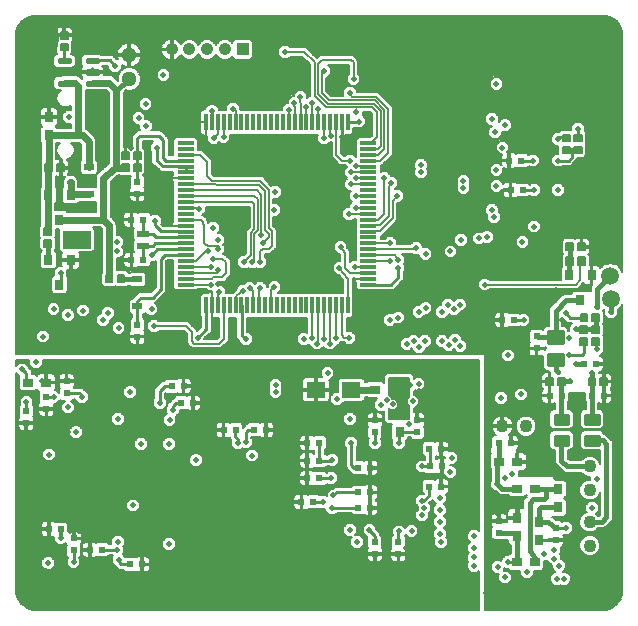
<source format=gbl>
G75*
G70*
%OFA0B0*%
%FSLAX24Y24*%
%IPPOS*%
%LPD*%
%AMOC8*
5,1,8,0,0,1.08239X$1,22.5*
%
%ADD10R,0.0354X0.0315*%
%ADD11R,0.0236X0.0236*%
%ADD12R,0.0581X0.0118*%
%ADD13R,0.0118X0.0581*%
%ADD14R,0.0433X0.0236*%
%ADD15R,0.0945X0.0591*%
%ADD16R,0.0315X0.0354*%
%ADD17R,0.0630X0.0551*%
%ADD18C,0.0433*%
%ADD19C,0.0100*%
%ADD20C,0.0055*%
%ADD21R,0.0327X0.0248*%
%ADD22C,0.0108*%
%ADD23C,0.0512*%
%ADD24C,0.0098*%
%ADD25C,0.0591*%
%ADD26R,0.0413X0.0413*%
%ADD27C,0.0413*%
%ADD28C,0.0198*%
%ADD29C,0.0240*%
%ADD30C,0.1424*%
%ADD31C,0.0059*%
%ADD32C,0.1384*%
%ADD33C,0.0160*%
%ADD34C,0.0237*%
%ADD35C,0.0101*%
%ADD36C,0.0060*%
%ADD37C,0.0120*%
%ADD38C,0.0049*%
%ADD39C,0.0061*%
D10*
X001743Y007922D03*
X002343Y007922D03*
X013318Y007686D03*
X013918Y007686D03*
X017452Y005285D03*
X018052Y005285D03*
X018043Y004379D03*
X018643Y004379D03*
X018643Y001938D03*
X018043Y001938D03*
D11*
X017437Y002919D03*
X017437Y003319D03*
X019327Y003083D03*
X019327Y002683D03*
X017834Y005914D03*
X017434Y005914D03*
X015511Y005718D03*
X015111Y005718D03*
X015150Y005127D03*
X015550Y005127D03*
X015511Y004458D03*
X015111Y004458D03*
X014091Y002611D03*
X014091Y002211D03*
X013303Y002211D03*
X013303Y002611D03*
X013149Y003749D03*
X012749Y003749D03*
X012749Y004261D03*
X013149Y004261D03*
X013149Y005088D03*
X012749Y005088D03*
X013303Y006266D03*
X013303Y006666D03*
X014721Y006666D03*
X014721Y006266D03*
X011456Y005914D03*
X011056Y005914D03*
X011056Y005324D03*
X011456Y005324D03*
X011456Y004733D03*
X011056Y004733D03*
X010859Y003946D03*
X011259Y003946D03*
X009684Y006348D03*
X009284Y006348D03*
X008661Y006348D03*
X008261Y006348D03*
X007243Y007253D03*
X006843Y007253D03*
X006928Y007804D03*
X006528Y007804D03*
X005390Y009455D03*
X005390Y009855D03*
X005590Y012017D03*
X005190Y012017D03*
X005190Y013355D03*
X005590Y013355D03*
X005390Y014218D03*
X005390Y014618D03*
X003028Y007965D03*
X003028Y007565D03*
X002358Y007453D03*
X002358Y007053D03*
X001689Y006981D03*
X001689Y006581D03*
X002434Y003040D03*
X002834Y003040D03*
X003264Y002729D03*
X003264Y002329D03*
X003812Y002351D03*
X004212Y002351D03*
X005150Y001859D03*
X005550Y001859D03*
X017552Y010009D03*
X017952Y010009D03*
X018697Y009461D03*
X018697Y009061D03*
X019127Y007489D03*
X019527Y007489D03*
X020548Y007489D03*
X020948Y007489D03*
X020669Y008552D03*
X020269Y008552D03*
X018228Y014340D03*
X017828Y014340D03*
X017788Y015324D03*
X018188Y015324D03*
D12*
X013086Y015320D03*
X013086Y015517D03*
X013086Y015714D03*
X013086Y015911D03*
X013086Y015123D03*
X013086Y014926D03*
X013086Y014729D03*
X013086Y014533D03*
X013086Y014336D03*
X013086Y014139D03*
X013086Y013942D03*
X013086Y013745D03*
X013086Y013548D03*
X013086Y013351D03*
X013086Y013155D03*
X013086Y012958D03*
X013086Y012761D03*
X013086Y012564D03*
X013086Y012367D03*
X013086Y012170D03*
X013086Y011974D03*
X013086Y011777D03*
X013086Y011580D03*
X013086Y011383D03*
X013086Y011186D03*
X006993Y011186D03*
X006993Y011383D03*
X006993Y011580D03*
X006993Y011777D03*
X006993Y011974D03*
X006993Y012170D03*
X006993Y012367D03*
X006993Y012564D03*
X006993Y012761D03*
X006993Y012958D03*
X006993Y013155D03*
X006993Y013351D03*
X006993Y013548D03*
X006993Y013745D03*
X006993Y013942D03*
X006993Y014139D03*
X006993Y014336D03*
X006993Y014533D03*
X006993Y014729D03*
X006993Y014926D03*
X006993Y015123D03*
X006993Y015320D03*
X006993Y015517D03*
X006993Y015714D03*
X006993Y015911D03*
D13*
X007677Y016595D03*
X007874Y016595D03*
X008071Y016595D03*
X008268Y016595D03*
X008465Y016595D03*
X008661Y016595D03*
X008858Y016595D03*
X009055Y016595D03*
X009252Y016595D03*
X009449Y016595D03*
X009646Y016595D03*
X009843Y016595D03*
X010039Y016595D03*
X010236Y016595D03*
X010433Y016595D03*
X010630Y016595D03*
X010827Y016595D03*
X011024Y016595D03*
X011221Y016595D03*
X011417Y016595D03*
X011614Y016595D03*
X011811Y016595D03*
X012008Y016595D03*
X012205Y016595D03*
X012402Y016595D03*
X012402Y010502D03*
X012205Y010502D03*
X012008Y010502D03*
X011811Y010502D03*
X011614Y010502D03*
X011417Y010502D03*
X011221Y010502D03*
X011024Y010502D03*
X010827Y010502D03*
X010630Y010502D03*
X010433Y010502D03*
X010236Y010502D03*
X010039Y010502D03*
X009843Y010502D03*
X009646Y010502D03*
X009449Y010502D03*
X009252Y010502D03*
X009055Y010502D03*
X008858Y010502D03*
X008661Y010502D03*
X008465Y010502D03*
X008268Y010502D03*
X008071Y010502D03*
X007874Y010502D03*
X007677Y010502D03*
D14*
X005587Y012489D03*
X005587Y012883D03*
D15*
X003362Y012686D03*
D16*
X003165Y012017D03*
X002417Y012017D03*
X002791Y011190D03*
X002791Y013355D03*
X002417Y014182D03*
X003165Y014182D03*
X002437Y016166D03*
X002437Y016766D03*
X014130Y006884D03*
X014130Y006284D03*
X018028Y003419D03*
X018028Y002819D03*
X018776Y002662D03*
X018776Y003262D03*
X019406Y003764D03*
X019406Y004364D03*
X020154Y010678D03*
X020528Y011505D03*
X019780Y011505D03*
D17*
X012516Y007686D03*
X011335Y007686D03*
D18*
X017555Y006466D03*
X018343Y006466D03*
X020469Y005127D03*
X020469Y004340D03*
X020469Y003277D03*
X020469Y002489D03*
D19*
X019681Y003080D02*
X019409Y003080D01*
X019327Y003083D01*
X018043Y001938D02*
X017752Y001938D01*
X015114Y004143D02*
X015114Y004494D01*
X015111Y004458D01*
X015114Y004143D02*
X014917Y003985D01*
X014862Y003985D01*
X014110Y002962D02*
X014091Y002942D01*
X014091Y002611D01*
X013303Y002611D02*
X013303Y002820D01*
X013122Y003001D01*
X012749Y003749D02*
X011886Y003749D01*
X011571Y003946D02*
X011259Y003946D01*
X011925Y004162D02*
X012043Y004261D01*
X012749Y004261D01*
X012749Y005088D02*
X012595Y005088D01*
X012516Y005166D01*
X012516Y005914D01*
X013311Y005914D02*
X013303Y006266D01*
X014102Y006237D02*
X014102Y005914D01*
X014102Y006237D02*
X014130Y006284D01*
X014742Y006284D01*
X014721Y006266D01*
X015111Y005718D02*
X015150Y005678D01*
X015150Y005127D01*
X014878Y005127D01*
X017434Y005914D02*
X017452Y005857D01*
X019749Y005848D02*
X019749Y006148D01*
X019749Y005848D02*
X019299Y005848D01*
X019299Y006148D01*
X019749Y006148D01*
X019749Y005947D02*
X019299Y005947D01*
X019299Y006046D02*
X019749Y006046D01*
X019749Y006145D02*
X019299Y006145D01*
X019749Y006548D02*
X019749Y006848D01*
X019749Y006548D02*
X019299Y006548D01*
X019299Y006848D01*
X019749Y006848D01*
X019749Y006647D02*
X019299Y006647D01*
X019299Y006746D02*
X019749Y006746D01*
X019749Y006845D02*
X019299Y006845D01*
X020772Y006848D02*
X020772Y006548D01*
X020322Y006548D01*
X020322Y006848D01*
X020772Y006848D01*
X020772Y006647D02*
X020322Y006647D01*
X020322Y006746D02*
X020772Y006746D01*
X020772Y006845D02*
X020322Y006845D01*
X020772Y006148D02*
X020772Y005848D01*
X020322Y005848D01*
X020322Y006148D01*
X020772Y006148D01*
X020772Y005947D02*
X020322Y005947D01*
X020322Y006046D02*
X020772Y006046D01*
X020772Y006145D02*
X020322Y006145D01*
X020193Y008828D02*
X019783Y008828D01*
X020193Y008828D02*
X020272Y008907D01*
X020272Y009300D01*
X020665Y009300D02*
X020665Y009064D01*
X020705Y009025D01*
X020272Y010088D02*
X019799Y010088D01*
X019681Y010245D01*
X018264Y010009D02*
X017952Y010009D01*
X014091Y011426D02*
X014091Y011741D01*
X014091Y011426D02*
X013854Y011186D01*
X013086Y011186D01*
X009012Y009379D02*
X008972Y009379D01*
X008862Y009493D01*
X008862Y010494D01*
X008858Y010502D01*
X007681Y010502D02*
X007681Y009698D01*
X007398Y009418D01*
X005902Y010757D02*
X006177Y011033D01*
X006177Y012056D01*
X006295Y012174D01*
X006989Y012174D01*
X006993Y012170D01*
X006997Y012174D01*
X007181Y012178D01*
X006993Y012367D02*
X006989Y012371D01*
X006059Y012371D01*
X005862Y012174D01*
X005590Y012017D02*
X005590Y012486D01*
X005587Y012489D01*
X005902Y012489D01*
X005980Y012568D01*
X006989Y012568D01*
X006993Y012564D01*
X006993Y012761D02*
X006989Y012765D01*
X006020Y012765D01*
X005902Y012883D01*
X005587Y012883D01*
X005587Y013352D01*
X005590Y013355D01*
X005980Y013316D02*
X005980Y013159D01*
X006177Y012962D01*
X006989Y012962D01*
X006993Y012958D01*
X005390Y014618D02*
X005390Y015088D01*
X005390Y015481D01*
X005390Y016072D01*
X005469Y016151D01*
X006098Y016151D01*
X006256Y015993D01*
X006256Y015403D01*
X006335Y015320D01*
X006989Y015320D01*
X006993Y015320D01*
X006989Y015127D02*
X006256Y015127D01*
X006032Y015324D01*
X006032Y015757D01*
X006989Y015127D02*
X006993Y015123D01*
X006993Y014926D01*
X007874Y016595D02*
X007870Y016599D01*
X007870Y016970D01*
X004642Y018474D02*
X004484Y018670D01*
X003908Y018670D01*
X003888Y018651D01*
X002955Y018651D02*
X002955Y019098D01*
X002949Y019103D01*
X002831Y011584D02*
X002831Y011229D01*
X002791Y011190D01*
X004839Y011387D02*
X004858Y011367D01*
X005508Y010757D02*
X005390Y010639D01*
X005390Y010462D01*
X005390Y009855D01*
X005508Y010757D02*
X005902Y010757D01*
X006295Y007804D02*
X006138Y007647D01*
X006138Y007253D01*
X006571Y007135D02*
X006571Y007017D01*
X006571Y007135D02*
X006689Y007253D01*
X006843Y007253D01*
X006528Y007804D02*
X006295Y007804D01*
X008658Y006344D02*
X008658Y006111D01*
X008736Y006033D01*
X008736Y005914D01*
X009012Y005946D02*
X009012Y006269D01*
X009091Y006348D01*
X009284Y006348D01*
X011456Y005324D02*
X011850Y005324D01*
X011890Y005348D01*
X011846Y004733D02*
X011456Y004733D01*
X005150Y001859D02*
X004839Y001859D01*
X004760Y001938D01*
X004760Y002017D01*
X004724Y002348D02*
X004196Y002348D01*
X003264Y002329D02*
X003264Y001938D01*
X001689Y006981D02*
X001689Y007277D01*
X001689Y007922D02*
X001743Y007922D01*
X001689Y007922D02*
X001689Y008237D01*
X001547Y008359D01*
X002358Y007453D02*
X002552Y007453D01*
X002595Y007450D01*
X003024Y007568D02*
X003028Y007565D01*
X003149Y007568D01*
X003421Y007568D01*
X003461Y007568D02*
X003539Y007450D01*
X012205Y016123D02*
X012205Y016595D01*
X012402Y016595D02*
X012763Y016595D01*
X012791Y016623D01*
X018188Y015324D02*
X018579Y015324D01*
X019406Y015324D02*
X019760Y015324D01*
X019878Y015442D01*
X019878Y015678D01*
X020075Y016072D02*
X020075Y016387D01*
X019681Y016072D02*
X019602Y016111D01*
X019453Y016111D01*
X019453Y016107D01*
X019406Y016033D01*
X018618Y014340D02*
X018228Y014340D01*
D20*
X019561Y015789D02*
X019801Y015789D01*
X019801Y015567D01*
X019561Y015567D01*
X019561Y015789D01*
X019561Y015621D02*
X019801Y015621D01*
X019801Y015675D02*
X019561Y015675D01*
X019561Y015729D02*
X019801Y015729D01*
X019801Y015783D02*
X019561Y015783D01*
X019561Y016183D02*
X019801Y016183D01*
X019801Y015961D01*
X019561Y015961D01*
X019561Y016183D01*
X019561Y016015D02*
X019801Y016015D01*
X019801Y016069D02*
X019561Y016069D01*
X019561Y016123D02*
X019801Y016123D01*
X019801Y016177D02*
X019561Y016177D01*
X019955Y016183D02*
X020195Y016183D01*
X020195Y015961D01*
X019955Y015961D01*
X019955Y016183D01*
X019955Y016015D02*
X020195Y016015D01*
X020195Y016069D02*
X019955Y016069D01*
X019955Y016123D02*
X020195Y016123D01*
X020195Y016177D02*
X019955Y016177D01*
X019955Y015789D02*
X020195Y015789D01*
X020195Y015567D01*
X019955Y015567D01*
X019955Y015789D01*
X019955Y015621D02*
X020195Y015621D01*
X020195Y015675D02*
X019955Y015675D01*
X019955Y015729D02*
X020195Y015729D01*
X020195Y015783D02*
X019955Y015783D01*
X019688Y012570D02*
X019688Y012330D01*
X019688Y012570D02*
X019910Y012570D01*
X019910Y012330D01*
X019688Y012330D01*
X019688Y012384D02*
X019910Y012384D01*
X019910Y012438D02*
X019688Y012438D01*
X019688Y012492D02*
X019910Y012492D01*
X019910Y012546D02*
X019688Y012546D01*
X020082Y012570D02*
X020082Y012330D01*
X020082Y012570D02*
X020304Y012570D01*
X020304Y012330D01*
X020082Y012330D01*
X020082Y012384D02*
X020304Y012384D01*
X020304Y012438D02*
X020082Y012438D01*
X020082Y012492D02*
X020304Y012492D01*
X020304Y012546D02*
X020082Y012546D01*
X020304Y012097D02*
X020304Y011857D01*
X020082Y011857D01*
X020082Y012097D01*
X020304Y012097D01*
X020304Y011911D02*
X020082Y011911D01*
X020082Y011965D02*
X020304Y011965D01*
X020304Y012019D02*
X020082Y012019D01*
X020082Y012073D02*
X020304Y012073D01*
X019910Y012097D02*
X019910Y011857D01*
X019688Y011857D01*
X019688Y012097D01*
X019910Y012097D01*
X019910Y011911D02*
X019688Y011911D01*
X019688Y011965D02*
X019910Y011965D01*
X019910Y012019D02*
X019688Y012019D01*
X019688Y012073D02*
X019910Y012073D01*
X020161Y010208D02*
X020161Y009968D01*
X020161Y010208D02*
X020383Y010208D01*
X020383Y009968D01*
X020161Y009968D01*
X020161Y010022D02*
X020383Y010022D01*
X020383Y010076D02*
X020161Y010076D01*
X020161Y010130D02*
X020383Y010130D01*
X020383Y010184D02*
X020161Y010184D01*
X020152Y009583D02*
X020392Y009583D01*
X020152Y009583D02*
X020152Y009805D01*
X020392Y009805D01*
X020392Y009583D01*
X020392Y009637D02*
X020152Y009637D01*
X020152Y009691D02*
X020392Y009691D01*
X020392Y009745D02*
X020152Y009745D01*
X020152Y009799D02*
X020392Y009799D01*
X020545Y009805D02*
X020785Y009805D01*
X020785Y009583D01*
X020545Y009583D01*
X020545Y009805D01*
X020545Y009637D02*
X020785Y009637D01*
X020785Y009691D02*
X020545Y009691D01*
X020545Y009745D02*
X020785Y009745D01*
X020785Y009799D02*
X020545Y009799D01*
X020554Y009968D02*
X020554Y010208D01*
X020776Y010208D01*
X020776Y009968D01*
X020554Y009968D01*
X020554Y010022D02*
X020776Y010022D01*
X020776Y010076D02*
X020554Y010076D01*
X020554Y010130D02*
X020776Y010130D01*
X020776Y010184D02*
X020554Y010184D01*
X020545Y009411D02*
X020785Y009411D01*
X020785Y009189D01*
X020545Y009189D01*
X020545Y009411D01*
X020545Y009243D02*
X020785Y009243D01*
X020785Y009297D02*
X020545Y009297D01*
X020545Y009351D02*
X020785Y009351D01*
X020785Y009405D02*
X020545Y009405D01*
X020392Y009189D02*
X020152Y009189D01*
X020152Y009411D01*
X020392Y009411D01*
X020392Y009189D01*
X020392Y009243D02*
X020152Y009243D01*
X020152Y009297D02*
X020392Y009297D01*
X020392Y009351D02*
X020152Y009351D01*
X020152Y009405D02*
X020392Y009405D01*
X020650Y008078D02*
X020650Y007838D01*
X020428Y007838D01*
X020428Y008078D01*
X020650Y008078D01*
X020650Y007892D02*
X020428Y007892D01*
X020428Y007946D02*
X020650Y007946D01*
X020650Y008000D02*
X020428Y008000D01*
X020428Y008054D02*
X020650Y008054D01*
X021044Y008078D02*
X021044Y007838D01*
X020822Y007838D01*
X020822Y008078D01*
X021044Y008078D01*
X021044Y007892D02*
X020822Y007892D01*
X020822Y007946D02*
X021044Y007946D01*
X021044Y008000D02*
X020822Y008000D01*
X020822Y008054D02*
X021044Y008054D01*
X019635Y008082D02*
X019635Y007842D01*
X019413Y007842D01*
X019413Y008082D01*
X019635Y008082D01*
X019635Y007896D02*
X019413Y007896D01*
X019413Y007950D02*
X019635Y007950D01*
X019635Y008004D02*
X019413Y008004D01*
X019413Y008058D02*
X019635Y008058D01*
X019241Y008082D02*
X019241Y007842D01*
X019019Y007842D01*
X019019Y008082D01*
X019241Y008082D01*
X019241Y007896D02*
X019019Y007896D01*
X019019Y007950D02*
X019241Y007950D01*
X019241Y008004D02*
X019019Y008004D01*
X019019Y008058D02*
X019241Y008058D01*
X005279Y014968D02*
X005279Y015208D01*
X005501Y015208D01*
X005501Y014968D01*
X005279Y014968D01*
X005279Y015022D02*
X005501Y015022D01*
X005501Y015076D02*
X005279Y015076D01*
X005279Y015130D02*
X005501Y015130D01*
X005501Y015184D02*
X005279Y015184D01*
X005501Y015361D02*
X005501Y015601D01*
X005501Y015361D02*
X005279Y015361D01*
X005279Y015601D01*
X005501Y015601D01*
X005501Y015415D02*
X005279Y015415D01*
X005279Y015469D02*
X005501Y015469D01*
X005501Y015523D02*
X005279Y015523D01*
X005279Y015577D02*
X005501Y015577D01*
X005107Y015601D02*
X005107Y015361D01*
X004885Y015361D01*
X004885Y015601D01*
X005107Y015601D01*
X005107Y015415D02*
X004885Y015415D01*
X004885Y015469D02*
X005107Y015469D01*
X005107Y015523D02*
X004885Y015523D01*
X004885Y015577D02*
X005107Y015577D01*
X004885Y015208D02*
X004885Y014968D01*
X004885Y015208D02*
X005107Y015208D01*
X005107Y014968D01*
X004885Y014968D01*
X004885Y015022D02*
X005107Y015022D01*
X005107Y015076D02*
X004885Y015076D01*
X004885Y015130D02*
X005107Y015130D01*
X005107Y015184D02*
X004885Y015184D01*
X002720Y015208D02*
X002720Y014968D01*
X002720Y015208D02*
X002942Y015208D01*
X002942Y014968D01*
X002720Y014968D01*
X002720Y015022D02*
X002942Y015022D01*
X002942Y015076D02*
X002720Y015076D01*
X002720Y015130D02*
X002942Y015130D01*
X002942Y015184D02*
X002720Y015184D01*
X002326Y015208D02*
X002326Y014968D01*
X002326Y015208D02*
X002548Y015208D01*
X002548Y014968D01*
X002326Y014968D01*
X002326Y015022D02*
X002548Y015022D01*
X002548Y015076D02*
X002326Y015076D01*
X002326Y015130D02*
X002548Y015130D01*
X002548Y015184D02*
X002326Y015184D01*
X002278Y013073D02*
X002518Y013073D01*
X002518Y012851D01*
X002278Y012851D01*
X002278Y013073D01*
X002278Y012905D02*
X002518Y012905D01*
X002518Y012959D02*
X002278Y012959D01*
X002278Y013013D02*
X002518Y013013D01*
X002518Y013067D02*
X002278Y013067D01*
X002278Y012679D02*
X002518Y012679D01*
X002518Y012457D01*
X002278Y012457D01*
X002278Y012679D01*
X002278Y012511D02*
X002518Y012511D01*
X002518Y012565D02*
X002278Y012565D01*
X002278Y012619D02*
X002518Y012619D01*
X002518Y012673D02*
X002278Y012673D01*
X004334Y011507D02*
X004334Y011267D01*
X004334Y011507D02*
X004556Y011507D01*
X004556Y011267D01*
X004334Y011267D01*
X004334Y011321D02*
X004556Y011321D01*
X004556Y011375D02*
X004334Y011375D01*
X004334Y011429D02*
X004556Y011429D01*
X004556Y011483D02*
X004334Y011483D01*
X004728Y011507D02*
X004728Y011267D01*
X004728Y011507D02*
X004950Y011507D01*
X004950Y011267D01*
X004728Y011267D01*
X004728Y011321D02*
X004950Y011321D01*
X004950Y011375D02*
X004728Y011375D01*
X004728Y011429D02*
X004950Y011429D01*
X004950Y011483D02*
X004728Y011483D01*
X003069Y018992D02*
X002829Y018992D01*
X002829Y019214D01*
X003069Y019214D01*
X003069Y018992D01*
X003069Y019046D02*
X002829Y019046D01*
X002829Y019100D02*
X003069Y019100D01*
X003069Y019154D02*
X002829Y019154D01*
X002829Y019208D02*
X003069Y019208D01*
X003069Y019386D02*
X002829Y019386D01*
X002829Y019608D01*
X003069Y019608D01*
X003069Y019386D01*
X003069Y019440D02*
X002829Y019440D01*
X002829Y019494D02*
X003069Y019494D01*
X003069Y019548D02*
X002829Y019548D01*
X002829Y019602D02*
X003069Y019602D01*
D21*
X003776Y015107D03*
X003776Y014202D03*
X005390Y011367D03*
X005390Y010462D03*
D22*
X004078Y017957D02*
X003698Y017957D01*
X004078Y017957D02*
X004078Y017849D01*
X003698Y017849D01*
X003698Y017957D01*
X003698Y017956D02*
X004078Y017956D01*
X004078Y018331D02*
X003698Y018331D01*
X004078Y018331D02*
X004078Y018223D01*
X003698Y018223D01*
X003698Y018331D01*
X003698Y018330D02*
X004078Y018330D01*
X004078Y018705D02*
X003698Y018705D01*
X004078Y018705D02*
X004078Y018597D01*
X003698Y018597D01*
X003698Y018705D01*
X003698Y018704D02*
X004078Y018704D01*
X003145Y018597D02*
X002765Y018597D01*
X002765Y018705D01*
X003145Y018705D01*
X003145Y018597D01*
X003145Y018704D02*
X002765Y018704D01*
X002765Y017849D02*
X003145Y017849D01*
X002765Y017849D02*
X002765Y017957D01*
X003145Y017957D01*
X003145Y017849D01*
X003145Y017956D02*
X002765Y017956D01*
D23*
X005114Y018040D03*
X005114Y018848D03*
D24*
X019081Y009635D02*
X019573Y009635D01*
X019573Y009241D01*
X019081Y009241D01*
X019081Y009635D01*
X019081Y009338D02*
X019573Y009338D01*
X019573Y009435D02*
X019081Y009435D01*
X019081Y009532D02*
X019573Y009532D01*
X019573Y009629D02*
X019081Y009629D01*
X019081Y008887D02*
X019573Y008887D01*
X019573Y008493D01*
X019081Y008493D01*
X019081Y008887D01*
X019081Y008590D02*
X019573Y008590D01*
X019573Y008687D02*
X019081Y008687D01*
X019081Y008784D02*
X019573Y008784D01*
X019573Y008881D02*
X019081Y008881D01*
D25*
X021177Y010718D03*
X021158Y011470D03*
D26*
X008894Y019025D03*
D27*
X008303Y019025D03*
X007713Y019025D03*
X007122Y019025D03*
X006532Y019025D03*
D28*
X005929Y018355D03*
X006257Y018174D03*
X005661Y017214D03*
X005429Y016741D03*
X005665Y016466D03*
X005902Y016741D03*
X006032Y015757D03*
X005169Y015757D03*
X004854Y014300D03*
X005980Y013316D03*
X005114Y012568D03*
X004721Y012607D03*
X004721Y012292D03*
X005862Y012174D03*
X004839Y010954D03*
X004406Y010245D03*
X004248Y010009D03*
X004760Y009733D03*
X005862Y010363D03*
X005941Y009812D03*
X007398Y009418D03*
X007587Y008418D03*
X007980Y008418D03*
X008374Y008418D03*
X008768Y008418D03*
X009161Y008418D03*
X009555Y008418D03*
X009996Y007844D03*
X009996Y007607D03*
X009445Y007529D03*
X010350Y006938D03*
X010902Y006977D03*
X011768Y006426D03*
X012043Y005954D03*
X012516Y005914D03*
X013311Y005914D03*
X014102Y005914D03*
X014445Y006544D03*
X013894Y007194D03*
X013697Y007348D03*
X013500Y007186D03*
X012949Y007686D03*
X013098Y008418D03*
X012705Y008418D03*
X012311Y008418D03*
X011996Y008418D03*
X011728Y008237D03*
X011484Y008418D03*
X011130Y008418D03*
X010736Y008418D03*
X010343Y008418D03*
X010941Y009379D03*
X011217Y009418D03*
X011374Y009222D03*
X011610Y009379D03*
X011807Y009222D03*
X012004Y009418D03*
X012437Y009418D03*
X013815Y010009D03*
X014091Y010088D03*
X014760Y010285D03*
X014996Y010403D03*
X015547Y010285D03*
X015744Y010521D03*
X015941Y010363D03*
X016138Y010521D03*
X016965Y011190D03*
X017870Y010954D03*
X017870Y011426D03*
X017870Y011741D03*
X017870Y012056D03*
X017870Y012371D03*
X018224Y012607D03*
X018614Y013123D03*
X018618Y014340D03*
X019406Y014340D03*
X019406Y015324D03*
X019406Y016033D03*
X020075Y016387D03*
X021445Y016332D03*
X021445Y015938D03*
X021445Y015544D03*
X021445Y015151D03*
X021445Y014757D03*
X021445Y014363D03*
X021445Y013970D03*
X021445Y013576D03*
X021445Y013182D03*
X021445Y012788D03*
X021445Y012395D03*
X020705Y010442D03*
X021177Y010285D03*
X021445Y009836D03*
X021445Y009442D03*
X021445Y009009D03*
X021445Y008615D03*
X021445Y008222D03*
X021445Y007828D03*
X021445Y007434D03*
X021445Y007040D03*
X021445Y006647D03*
X021445Y006253D03*
X021445Y005859D03*
X021445Y005466D03*
X021445Y005072D03*
X021445Y004678D03*
X021445Y004285D03*
X021445Y003891D03*
X021445Y003497D03*
X021445Y003103D03*
X021445Y002670D03*
X021445Y002277D03*
X021445Y001922D03*
X019988Y000544D03*
X019595Y000544D03*
X019193Y000517D03*
X019287Y000875D03*
X019366Y001387D03*
X019602Y001387D03*
X019445Y001820D03*
X019287Y002056D03*
X019287Y002332D03*
X018933Y002214D03*
X018386Y001599D03*
X017752Y001938D03*
X017398Y001781D03*
X017634Y001426D03*
X017713Y000914D03*
X018106Y000954D03*
X018020Y000505D03*
X018413Y000544D03*
X018807Y000513D03*
X017626Y000505D03*
X017232Y000505D03*
X017004Y000914D03*
X016602Y000781D03*
X016445Y000544D03*
X016051Y000544D03*
X015658Y000544D03*
X015264Y000544D03*
X014870Y000544D03*
X014476Y000544D03*
X014083Y000544D03*
X013689Y000544D03*
X013295Y000544D03*
X012902Y000544D03*
X012508Y000544D03*
X012114Y000544D03*
X011721Y000544D03*
X011327Y000544D03*
X010933Y000544D03*
X010539Y000544D03*
X010146Y000544D03*
X009752Y000544D03*
X009358Y000544D03*
X008965Y000544D03*
X008571Y000544D03*
X008177Y000544D03*
X007783Y000544D03*
X007390Y000544D03*
X007783Y001332D03*
X007783Y001922D03*
X007622Y002332D03*
X008571Y002513D03*
X008571Y001922D03*
X008571Y001332D03*
X009358Y001332D03*
X009358Y001922D03*
X009358Y002513D03*
X009957Y002568D03*
X009358Y003103D03*
X008571Y003103D03*
X008768Y003891D03*
X009358Y003891D03*
X009949Y003891D03*
X009949Y004875D03*
X010272Y005285D03*
X010114Y005718D03*
X009528Y005218D03*
X009209Y005489D03*
X008736Y005914D03*
X009012Y005946D03*
X008421Y005639D03*
X007988Y005639D03*
X007988Y005206D03*
X008382Y005206D03*
X007346Y005340D03*
X006453Y005875D03*
X006098Y005678D03*
X005508Y005875D03*
X005350Y006544D03*
X005823Y006544D03*
X005823Y007017D03*
X006138Y007253D03*
X006571Y007017D03*
X006461Y006682D03*
X007161Y006899D03*
X007980Y007474D03*
X008374Y007474D03*
X007193Y008418D03*
X006012Y008418D03*
X005618Y008418D03*
X005224Y008418D03*
X004437Y008418D03*
X004083Y008418D03*
X003768Y008418D03*
X003335Y008418D03*
X002980Y008418D03*
X002437Y008355D03*
X002201Y007962D03*
X002595Y007450D03*
X003067Y007096D03*
X003539Y007450D03*
X003846Y007828D03*
X004240Y008025D03*
X004240Y007080D03*
X003846Y007080D03*
X003846Y006450D03*
X004240Y006450D03*
X004732Y006702D03*
X005354Y007025D03*
X005154Y007599D03*
X005815Y007828D03*
X003421Y005678D03*
X003343Y006269D03*
X003067Y006269D03*
X002437Y005521D03*
X002232Y005954D03*
X002236Y006336D03*
X001484Y006253D03*
X001484Y005859D03*
X001484Y005466D03*
X001484Y005072D03*
X001484Y004678D03*
X001484Y004285D03*
X001484Y003891D03*
X001484Y003497D03*
X001484Y003103D03*
X001484Y002710D03*
X001484Y002316D03*
X001484Y001922D03*
X002417Y001899D03*
X002437Y002214D03*
X002831Y002725D03*
X003138Y002985D03*
X003453Y002985D03*
X002909Y003513D03*
X002673Y003513D03*
X002673Y003749D03*
X002909Y003749D03*
X003264Y001938D03*
X004280Y001962D03*
X004760Y002017D03*
X004724Y002348D03*
X004732Y002611D03*
X005350Y002686D03*
X005350Y002214D03*
X005823Y002214D03*
X005823Y002686D03*
X006453Y002544D03*
X006602Y002119D03*
X005618Y001332D03*
X005224Y001332D03*
X005028Y000544D03*
X005421Y000544D03*
X005815Y000544D03*
X004634Y000544D03*
X004240Y000544D03*
X003453Y000544D03*
X003059Y000544D03*
X005882Y003592D03*
X005232Y003828D03*
X005390Y004222D03*
X008177Y003891D03*
X010146Y001922D03*
X010146Y001332D03*
X010933Y002119D03*
X010933Y002513D03*
X010933Y002907D03*
X011532Y003001D03*
X011532Y002489D03*
X012476Y002174D03*
X012713Y002607D03*
X012476Y003001D03*
X013122Y003001D03*
X013500Y003907D03*
X013500Y004300D03*
X013894Y004300D03*
X013894Y003907D03*
X013894Y004694D03*
X013894Y005088D03*
X013500Y005088D03*
X013500Y004694D03*
X013106Y004694D03*
X012713Y004694D03*
X011846Y004733D03*
X011925Y004162D03*
X011886Y003749D03*
X011571Y003946D03*
X011890Y005348D03*
X012476Y006702D03*
X012043Y007371D03*
X014248Y007832D03*
X014488Y007832D03*
X014760Y007883D03*
X014791Y007631D03*
X014563Y007292D03*
X015146Y007237D03*
X015461Y007237D03*
X015461Y007592D03*
X015776Y007592D03*
X015776Y007237D03*
X015461Y006647D03*
X015461Y006253D03*
X015862Y005403D03*
X015823Y004930D03*
X016374Y005481D03*
X017373Y004536D03*
X017634Y004733D03*
X017870Y004891D03*
X018461Y005324D03*
X019169Y005127D03*
X018106Y003867D03*
X017398Y003867D03*
X017398Y003556D03*
X016610Y002804D03*
X016610Y002411D03*
X016610Y002096D03*
X016610Y001820D03*
X016602Y001135D03*
X015461Y001135D03*
X015461Y001725D03*
X015862Y002135D03*
X015508Y002607D03*
X015469Y002883D03*
X015469Y003277D03*
X015469Y003670D03*
X015469Y004064D03*
X014957Y003749D03*
X014878Y003513D03*
X014862Y003985D03*
X014528Y002981D03*
X014110Y002962D03*
X014350Y002399D03*
X014760Y002135D03*
X014870Y001725D03*
X012949Y002017D03*
X012398Y001229D03*
X014878Y005127D03*
X017516Y007411D03*
X018185Y007529D03*
X017280Y008119D03*
X017752Y008828D03*
X018224Y008828D03*
X017713Y009497D03*
X017161Y009497D03*
X016610Y009497D03*
X016150Y009139D03*
X015976Y009340D03*
X015772Y009182D03*
X015547Y009300D03*
X014969Y009300D03*
X014776Y009103D03*
X014595Y009308D03*
X014366Y009210D03*
X014201Y008418D03*
X014091Y011741D03*
X014091Y012017D03*
X013815Y011977D03*
X013815Y012568D03*
X014681Y012411D03*
X014996Y012214D03*
X014961Y011749D03*
X015823Y012292D03*
X016177Y012686D03*
X016768Y012725D03*
X017043Y012765D03*
X017280Y013434D03*
X017201Y013670D03*
X017358Y014477D03*
X017358Y015009D03*
X017555Y015757D03*
X017319Y016269D03*
X017634Y016505D03*
X017201Y016702D03*
X017358Y017883D03*
X017429Y019836D03*
X017035Y019836D03*
X016642Y019836D03*
X016248Y019836D03*
X015854Y019836D03*
X015461Y019836D03*
X015067Y019836D03*
X014673Y019836D03*
X014280Y019836D03*
X013886Y019836D03*
X013492Y020033D03*
X013098Y020033D03*
X012705Y020033D03*
X012311Y020033D03*
X011917Y020033D03*
X011524Y020033D03*
X011130Y020033D03*
X010736Y020033D03*
X010343Y020033D03*
X009949Y020033D03*
X009555Y020033D03*
X009161Y020033D03*
X008768Y020033D03*
X008374Y020033D03*
X007980Y020033D03*
X007587Y020033D03*
X007193Y020033D03*
X006799Y020033D03*
X006406Y020033D03*
X006012Y019836D03*
X005618Y019836D03*
X005224Y019836D03*
X004831Y019836D03*
X004437Y019836D03*
X004043Y019836D03*
X003650Y019836D03*
X003256Y019836D03*
X002862Y019836D03*
X004642Y018474D03*
X005106Y019265D03*
X003421Y017135D03*
X003098Y016766D03*
X001484Y016883D03*
X001484Y017277D03*
X001484Y017670D03*
X001484Y016489D03*
X001484Y016096D03*
X001484Y015702D03*
X001484Y015308D03*
X001484Y014127D03*
X001484Y013733D03*
X001484Y013340D03*
X001484Y012946D03*
X001484Y012552D03*
X001484Y012159D03*
X001484Y011765D03*
X001484Y011371D03*
X001484Y010977D03*
X001484Y010584D03*
X001484Y010190D03*
X001484Y009796D03*
X002240Y009458D03*
X002004Y008592D03*
X001547Y008359D03*
X001484Y007434D03*
X001689Y007277D03*
X003067Y010166D03*
X002595Y010363D03*
X003579Y010324D03*
X002831Y011584D03*
X003146Y014603D03*
X007437Y013710D03*
X007909Y013080D03*
X008067Y012686D03*
X008087Y012371D03*
X007752Y012292D03*
X007909Y012056D03*
X007854Y011781D03*
X008091Y011662D03*
X008079Y011210D03*
X007831Y011190D03*
X008106Y010954D03*
X008906Y010966D03*
X009130Y011072D03*
X009484Y011072D03*
X009957Y011111D03*
X009484Y011938D03*
X009209Y011938D03*
X008933Y011938D03*
X009563Y012568D03*
X009524Y012844D03*
X009957Y013670D03*
X009976Y014286D03*
X011091Y012946D03*
X012161Y012450D03*
X012122Y011741D03*
X012634Y011781D03*
X012437Y013552D03*
X012673Y013749D03*
X012673Y014143D03*
X012516Y014536D03*
X012673Y014733D03*
X012516Y014930D03*
X012673Y015127D03*
X012476Y015324D03*
X012205Y016123D03*
X011843Y016155D03*
X011610Y016060D03*
X012673Y016938D03*
X012791Y016623D03*
X012476Y017568D03*
X012595Y018040D03*
X011610Y018316D03*
X010823Y017450D03*
X010626Y017253D03*
X010429Y017017D03*
X011020Y017096D03*
X011217Y017253D03*
X011413Y017056D03*
X010311Y018946D03*
X008579Y017056D03*
X007870Y016970D03*
X007949Y016072D03*
X008264Y016111D03*
X013618Y014733D03*
X013854Y014576D03*
X014051Y014143D03*
X014839Y014930D03*
X014839Y015166D03*
X015299Y014328D03*
X016256Y014418D03*
X016256Y014655D03*
X018579Y015324D03*
X021445Y016725D03*
X021445Y017119D03*
X021445Y017513D03*
X021445Y017907D03*
X021445Y018300D03*
X019791Y019836D03*
X019398Y019836D03*
X019004Y019836D03*
X018610Y019836D03*
X018217Y019836D03*
X017823Y019836D03*
X019354Y010993D03*
X019681Y010245D03*
X019559Y010009D03*
X019996Y009694D03*
X019772Y009418D03*
X019783Y008828D03*
X019996Y008552D03*
X019406Y008277D03*
X019799Y007962D03*
X020539Y008233D03*
X020705Y009025D03*
X018264Y010009D03*
X020705Y004694D03*
X020547Y003749D03*
X019681Y003080D03*
X017658Y002623D03*
X009012Y009379D03*
D29*
X012516Y007686D02*
X012949Y007686D01*
X013318Y007686D01*
X004996Y015088D02*
X004681Y015088D01*
X004681Y017647D01*
X004681Y017686D02*
X004445Y017922D01*
X003908Y017922D01*
X003421Y017804D02*
X003421Y017135D01*
X003421Y016166D01*
X002437Y016166D01*
X002437Y015088D01*
X002417Y014970D02*
X002417Y014182D01*
X002398Y014182D02*
X002398Y012962D01*
X002791Y013355D02*
X004248Y013355D01*
X004248Y014733D01*
X004602Y015048D01*
X004681Y015088D01*
X003776Y015107D02*
X003776Y015954D01*
X003564Y016166D01*
X003421Y016166D01*
X003421Y017804D02*
X003303Y017922D01*
X002974Y017922D01*
X003146Y014603D02*
X003165Y014596D01*
X003165Y014182D01*
X003185Y014202D01*
X003776Y014202D01*
X004248Y013355D02*
X004445Y013159D01*
X004445Y011387D01*
D30*
X002063Y019418D03*
X020823Y019438D03*
X002083Y001072D03*
X020823Y001052D03*
D31*
X001418Y000695D02*
X001354Y000890D01*
X001346Y000993D01*
X001346Y008237D01*
X001443Y008140D01*
X001437Y008133D01*
X001437Y007711D01*
X001513Y007635D01*
X001974Y007635D01*
X002034Y007695D01*
X002047Y007673D01*
X002074Y007645D01*
X002108Y007626D01*
X002111Y007625D01*
X002111Y007625D01*
X002111Y007281D01*
X002125Y007267D01*
X002121Y007263D01*
X002101Y007229D01*
X002091Y007191D01*
X002091Y007083D01*
X002329Y007083D01*
X002329Y007024D01*
X002091Y007024D01*
X002091Y006915D01*
X002101Y006877D01*
X002121Y006843D01*
X002148Y006815D01*
X002182Y006796D01*
X002220Y006785D01*
X002329Y006785D01*
X002329Y007023D01*
X002388Y007023D01*
X002388Y006785D01*
X002496Y006785D01*
X002534Y006796D01*
X002568Y006815D01*
X002596Y006843D01*
X002616Y006877D01*
X002626Y006915D01*
X002626Y007024D01*
X002388Y007024D01*
X002388Y007083D01*
X002626Y007083D01*
X002626Y007191D01*
X002618Y007221D01*
X002689Y007221D01*
X002820Y007353D01*
X002856Y007317D01*
X002965Y007317D01*
X002838Y007190D01*
X002838Y007001D01*
X002972Y006867D01*
X003162Y006867D01*
X003296Y007001D01*
X003296Y007190D01*
X003169Y007317D01*
X003199Y007317D01*
X003271Y007388D01*
X003311Y007388D01*
X003311Y007355D01*
X003445Y007221D01*
X003634Y007221D01*
X003768Y007355D01*
X003768Y007545D01*
X003634Y007678D01*
X003603Y007678D01*
X003569Y007729D01*
X003500Y007743D01*
X003496Y007748D01*
X003478Y007748D01*
X003423Y007759D01*
X003406Y007748D01*
X003264Y007748D01*
X003261Y007751D01*
X003265Y007755D01*
X003285Y007789D01*
X003295Y007827D01*
X003295Y007935D01*
X003057Y007935D01*
X003057Y007994D01*
X003295Y007994D01*
X003295Y008103D01*
X003285Y008141D01*
X003265Y008175D01*
X003238Y008203D01*
X003203Y008222D01*
X003165Y008232D01*
X003057Y008232D01*
X003057Y007994D01*
X002998Y007994D01*
X002998Y007935D01*
X002760Y007935D01*
X002760Y007827D01*
X002770Y007789D01*
X002790Y007755D01*
X002794Y007751D01*
X002780Y007737D01*
X002780Y007588D01*
X002689Y007678D01*
X002643Y007678D01*
X002660Y007707D01*
X002670Y007745D01*
X002670Y007893D01*
X002373Y007893D01*
X002373Y007952D01*
X002314Y007952D01*
X002314Y008229D01*
X002146Y008229D01*
X002108Y008219D01*
X002074Y008199D01*
X002047Y008172D01*
X002034Y008150D01*
X001974Y008209D01*
X001871Y008209D01*
X001869Y008244D01*
X001869Y008312D01*
X001863Y008317D01*
X001862Y008325D01*
X001811Y008369D01*
X001776Y008404D01*
X001776Y008454D01*
X001642Y008588D01*
X001453Y008588D01*
X001346Y008481D01*
X001346Y008670D01*
X001775Y008670D01*
X001775Y008497D01*
X001909Y008363D01*
X002099Y008363D01*
X002233Y008497D01*
X002233Y008670D01*
X016768Y008670D01*
X016768Y002970D01*
X016705Y003033D01*
X016516Y003033D01*
X016382Y002899D01*
X016382Y002710D01*
X016484Y002607D01*
X016382Y002505D01*
X016382Y002316D01*
X016444Y002253D01*
X016382Y002190D01*
X016382Y002001D01*
X016425Y001958D01*
X016382Y001915D01*
X016382Y001725D01*
X016516Y001591D01*
X016705Y001591D01*
X016768Y001654D01*
X016768Y000335D01*
X002004Y000335D01*
X001901Y000343D01*
X001705Y000407D01*
X001539Y000528D01*
X001418Y000695D01*
X001408Y000724D02*
X016768Y000724D01*
X016768Y000781D02*
X001390Y000781D01*
X001371Y000839D02*
X016768Y000839D01*
X016768Y000896D02*
X001354Y000896D01*
X001349Y000954D02*
X016768Y000954D01*
X016768Y001012D02*
X001346Y001012D01*
X001346Y001069D02*
X016768Y001069D01*
X016768Y001127D02*
X001346Y001127D01*
X001346Y001184D02*
X016768Y001184D01*
X016768Y001242D02*
X001346Y001242D01*
X001346Y001299D02*
X016768Y001299D01*
X016768Y001357D02*
X001346Y001357D01*
X001346Y001414D02*
X016768Y001414D01*
X016768Y001472D02*
X001346Y001472D01*
X001346Y001530D02*
X016768Y001530D01*
X016768Y001587D02*
X001346Y001587D01*
X001346Y001645D02*
X004946Y001645D01*
X004979Y001612D02*
X005322Y001612D01*
X005336Y001626D01*
X005340Y001622D01*
X005375Y001602D01*
X005413Y001592D01*
X005521Y001592D01*
X005521Y001830D01*
X005580Y001830D01*
X005580Y001889D01*
X005521Y001889D01*
X005521Y002127D01*
X005413Y002127D01*
X005375Y002117D01*
X005340Y002097D01*
X005336Y002093D01*
X005322Y002107D01*
X004988Y002107D01*
X004988Y002111D01*
X004900Y002200D01*
X004953Y002253D01*
X004953Y002442D01*
X004920Y002475D01*
X004961Y002517D01*
X004961Y002706D01*
X004827Y002840D01*
X004638Y002840D01*
X004504Y002706D01*
X004504Y002527D01*
X004456Y002527D01*
X004384Y002599D01*
X004040Y002599D01*
X004026Y002585D01*
X004022Y002589D01*
X003988Y002609D01*
X003950Y002619D01*
X003841Y002619D01*
X003841Y002381D01*
X003782Y002381D01*
X003782Y002322D01*
X003544Y002322D01*
X003544Y002214D01*
X003554Y002176D01*
X003574Y002142D01*
X003602Y002114D01*
X003636Y002094D01*
X003674Y002084D01*
X003782Y002084D01*
X003782Y002322D01*
X003841Y002322D01*
X003841Y002084D01*
X003950Y002084D01*
X003988Y002094D01*
X004022Y002114D01*
X004026Y002118D01*
X004040Y002104D01*
X004384Y002104D01*
X004448Y002168D01*
X004581Y002168D01*
X004584Y002164D01*
X004531Y002111D01*
X004531Y001922D01*
X004580Y001873D01*
X004580Y001864D01*
X004686Y001759D01*
X004764Y001680D01*
X004911Y001680D01*
X004979Y001612D01*
X004742Y001702D02*
X002544Y001702D01*
X002512Y001670D02*
X002646Y001804D01*
X002646Y001993D01*
X002512Y002127D01*
X002323Y002127D01*
X002189Y001993D01*
X002189Y001804D01*
X002323Y001670D01*
X002512Y001670D01*
X002602Y001760D02*
X003119Y001760D01*
X003169Y001709D02*
X003358Y001709D01*
X003492Y001843D01*
X003492Y002033D01*
X003443Y002082D01*
X003443Y002089D01*
X003511Y002157D01*
X003511Y002500D01*
X003497Y002514D01*
X003502Y002519D01*
X003521Y002553D01*
X003531Y002591D01*
X003531Y002699D01*
X003293Y002699D01*
X003293Y002758D01*
X003234Y002758D01*
X003234Y002996D01*
X003126Y002996D01*
X003088Y002986D01*
X003082Y002982D01*
X003082Y003212D01*
X003006Y003288D01*
X002662Y003288D01*
X002648Y003274D01*
X002644Y003278D01*
X002610Y003298D01*
X002572Y003308D01*
X002463Y003308D01*
X002463Y003070D01*
X002404Y003070D01*
X002404Y003011D01*
X002166Y003011D01*
X002166Y002903D01*
X002176Y002865D01*
X002196Y002831D01*
X002224Y002803D01*
X002258Y002783D01*
X002296Y002773D01*
X002404Y002773D01*
X002404Y003011D01*
X002463Y003011D01*
X002463Y002773D01*
X002572Y002773D01*
X002602Y002781D01*
X002602Y002631D01*
X002736Y002497D01*
X002925Y002497D01*
X003001Y002573D01*
X003006Y002553D01*
X003026Y002519D01*
X003030Y002514D01*
X003016Y002500D01*
X003016Y002157D01*
X003084Y002089D01*
X003084Y002082D01*
X003035Y002033D01*
X003035Y001843D01*
X003169Y001709D01*
X003061Y001817D02*
X002646Y001817D01*
X002646Y001875D02*
X003035Y001875D01*
X003035Y001932D02*
X002646Y001932D01*
X002646Y001990D02*
X003035Y001990D01*
X003050Y002048D02*
X002592Y002048D01*
X002534Y002105D02*
X003068Y002105D01*
X003016Y002163D02*
X001346Y002163D01*
X001346Y002220D02*
X003016Y002220D01*
X003016Y002278D02*
X001346Y002278D01*
X001346Y002335D02*
X003016Y002335D01*
X003016Y002393D02*
X001346Y002393D01*
X001346Y002450D02*
X003016Y002450D01*
X003024Y002508D02*
X002937Y002508D01*
X002994Y002566D02*
X003003Y002566D01*
X003234Y002796D02*
X003293Y002796D01*
X003293Y002758D02*
X003293Y002996D01*
X003402Y002996D01*
X003440Y002986D01*
X003474Y002966D01*
X003502Y002939D01*
X003521Y002904D01*
X003531Y002866D01*
X003531Y002758D01*
X003293Y002758D01*
X003293Y002738D02*
X004536Y002738D01*
X004504Y002681D02*
X003531Y002681D01*
X003531Y002623D02*
X004504Y002623D01*
X004504Y002566D02*
X004417Y002566D01*
X004594Y002796D02*
X003531Y002796D01*
X003531Y002853D02*
X012301Y002853D01*
X012248Y002906D02*
X012382Y002772D01*
X012554Y002772D01*
X012484Y002702D01*
X012484Y002513D01*
X012618Y002379D01*
X012807Y002379D01*
X012941Y002513D01*
X012941Y002702D01*
X012807Y002836D01*
X012635Y002836D01*
X012705Y002906D01*
X012705Y003096D01*
X012571Y003230D01*
X012382Y003230D01*
X012248Y003096D01*
X012248Y002906D01*
X012248Y002911D02*
X003518Y002911D01*
X003470Y002968D02*
X012248Y002968D01*
X012248Y003026D02*
X003082Y003026D01*
X003082Y003084D02*
X012248Y003084D01*
X012293Y003141D02*
X003082Y003141D01*
X003082Y003199D02*
X012351Y003199D01*
X012602Y003199D02*
X012996Y003199D01*
X013027Y003230D02*
X012893Y003096D01*
X012893Y002906D01*
X013027Y002772D01*
X013056Y002772D01*
X013056Y002439D01*
X013070Y002425D01*
X013065Y002420D01*
X013046Y002386D01*
X013036Y002348D01*
X013036Y002240D01*
X013274Y002240D01*
X013274Y002181D01*
X013333Y002181D01*
X013333Y002240D01*
X013571Y002240D01*
X013571Y002348D01*
X013561Y002386D01*
X013541Y002420D01*
X013537Y002425D01*
X013551Y002439D01*
X013551Y002782D01*
X013483Y002850D01*
X013483Y002894D01*
X013378Y002999D01*
X013351Y003026D01*
X013882Y003026D01*
X013882Y003056D02*
X013882Y002867D01*
X013905Y002844D01*
X013843Y002782D01*
X013843Y002439D01*
X013857Y002425D01*
X013853Y002420D01*
X013833Y002386D01*
X013823Y002348D01*
X013823Y002240D01*
X014061Y002240D01*
X014061Y002181D01*
X013823Y002181D01*
X013823Y002073D01*
X013833Y002035D01*
X013853Y002001D01*
X013881Y001973D01*
X013915Y001953D01*
X013953Y001943D01*
X014061Y001943D01*
X014061Y002181D01*
X014120Y002181D01*
X014120Y001943D01*
X014228Y001943D01*
X014266Y001953D01*
X014301Y001973D01*
X014328Y002001D01*
X014348Y002035D01*
X014358Y002073D01*
X014358Y002181D01*
X014120Y002181D01*
X014120Y002240D01*
X014358Y002240D01*
X014358Y002348D01*
X014348Y002386D01*
X014328Y002420D01*
X014324Y002425D01*
X014338Y002439D01*
X014338Y002782D01*
X014296Y002824D01*
X014329Y002857D01*
X014433Y002753D01*
X014622Y002753D01*
X014756Y002887D01*
X014756Y003076D01*
X014622Y003210D01*
X014433Y003210D01*
X014309Y003086D01*
X014205Y003190D01*
X014016Y003190D01*
X013882Y003056D01*
X013909Y003084D02*
X013351Y003084D01*
X013351Y003096D02*
X013217Y003230D01*
X013027Y003230D01*
X012939Y003141D02*
X012660Y003141D01*
X012705Y003084D02*
X012893Y003084D01*
X012893Y003026D02*
X012705Y003026D01*
X012705Y002968D02*
X012893Y002968D01*
X012893Y002911D02*
X012705Y002911D01*
X012652Y002853D02*
X012947Y002853D01*
X013004Y002796D02*
X012847Y002796D01*
X012905Y002738D02*
X013056Y002738D01*
X013056Y002681D02*
X012941Y002681D01*
X012941Y002623D02*
X013056Y002623D01*
X013056Y002566D02*
X012941Y002566D01*
X012937Y002508D02*
X013056Y002508D01*
X013056Y002450D02*
X012879Y002450D01*
X012821Y002393D02*
X013050Y002393D01*
X013036Y002335D02*
X006567Y002335D01*
X006547Y002316D02*
X006681Y002450D01*
X006681Y002639D01*
X006547Y002773D01*
X006358Y002773D01*
X006224Y002639D01*
X006224Y002450D01*
X006358Y002316D01*
X006547Y002316D01*
X006625Y002393D02*
X012604Y002393D01*
X012546Y002450D02*
X006681Y002450D01*
X006681Y002508D02*
X012489Y002508D01*
X012484Y002566D02*
X006681Y002566D01*
X006681Y002623D02*
X012484Y002623D01*
X012484Y002681D02*
X006640Y002681D01*
X006582Y002738D02*
X012520Y002738D01*
X012358Y002796D02*
X004871Y002796D01*
X004929Y002738D02*
X006323Y002738D01*
X006266Y002681D02*
X004961Y002681D01*
X004961Y002623D02*
X006224Y002623D01*
X006224Y002566D02*
X004961Y002566D01*
X004952Y002508D02*
X006224Y002508D01*
X006224Y002450D02*
X004945Y002450D01*
X004953Y002393D02*
X006281Y002393D01*
X006339Y002335D02*
X004953Y002335D01*
X004953Y002278D02*
X013036Y002278D01*
X013036Y002181D02*
X013036Y002073D01*
X013046Y002035D01*
X013065Y002001D01*
X013093Y001973D01*
X013127Y001953D01*
X013165Y001943D01*
X013274Y001943D01*
X013274Y002181D01*
X013036Y002181D01*
X013036Y002163D02*
X004937Y002163D01*
X004920Y002220D02*
X013274Y002220D01*
X013274Y002163D02*
X013333Y002163D01*
X013333Y002181D02*
X013333Y001943D01*
X013441Y001943D01*
X013479Y001953D01*
X013513Y001973D01*
X013541Y002001D01*
X013561Y002035D01*
X013571Y002073D01*
X013571Y002181D01*
X013333Y002181D01*
X013333Y002220D02*
X014061Y002220D01*
X014061Y002163D02*
X014120Y002163D01*
X014120Y002220D02*
X016412Y002220D01*
X016420Y002278D02*
X014358Y002278D01*
X014358Y002335D02*
X016382Y002335D01*
X016382Y002393D02*
X015617Y002393D01*
X015603Y002379D02*
X015736Y002513D01*
X015736Y002702D01*
X015674Y002765D01*
X015697Y002788D01*
X015697Y002978D01*
X015595Y003080D01*
X015697Y003182D01*
X015697Y003371D01*
X016768Y003371D01*
X016768Y003314D02*
X015697Y003314D01*
X015697Y003371D02*
X015595Y003474D01*
X015697Y003576D01*
X015697Y003765D01*
X015595Y003867D01*
X015697Y003969D01*
X015697Y004159D01*
X015662Y004194D01*
X015687Y004200D01*
X015721Y004220D01*
X015749Y004248D01*
X015768Y004282D01*
X015779Y004320D01*
X015779Y004428D01*
X015541Y004428D01*
X015541Y004487D01*
X015779Y004487D01*
X015779Y004596D01*
X015768Y004634D01*
X015749Y004668D01*
X015721Y004696D01*
X015687Y004715D01*
X015649Y004725D01*
X015541Y004725D01*
X015541Y004487D01*
X015482Y004487D01*
X015482Y004725D01*
X015373Y004725D01*
X015335Y004715D01*
X015301Y004696D01*
X015297Y004691D01*
X015283Y004705D01*
X014939Y004705D01*
X014863Y004630D01*
X014863Y004286D01*
X014927Y004223D01*
X014916Y004214D01*
X014768Y004214D01*
X014634Y004080D01*
X014634Y003891D01*
X014728Y003796D01*
X014728Y003686D01*
X014649Y003608D01*
X014649Y003418D01*
X014783Y003284D01*
X014973Y003284D01*
X015107Y003418D01*
X015107Y003576D01*
X015185Y003654D01*
X015185Y003844D01*
X015115Y003914D01*
X015177Y003963D01*
X015189Y003963D01*
X015234Y004009D01*
X015240Y004013D01*
X015240Y003969D01*
X015342Y003867D01*
X015240Y003765D01*
X015240Y003576D01*
X015342Y003474D01*
X015240Y003371D01*
X015060Y003371D01*
X015107Y003429D02*
X015298Y003429D01*
X015329Y003486D02*
X015107Y003486D01*
X015107Y003544D02*
X015272Y003544D01*
X015240Y003602D02*
X015132Y003602D01*
X015185Y003659D02*
X015240Y003659D01*
X015240Y003717D02*
X015185Y003717D01*
X015185Y003774D02*
X015249Y003774D01*
X015307Y003832D02*
X015185Y003832D01*
X015140Y003889D02*
X015320Y003889D01*
X015262Y003947D02*
X015157Y003947D01*
X015230Y004004D02*
X015240Y004004D01*
X014915Y004235D02*
X013178Y004235D01*
X013178Y004231D02*
X013178Y004290D01*
X013416Y004290D01*
X013416Y004399D01*
X013406Y004437D01*
X013387Y004471D01*
X013359Y004499D01*
X013325Y004518D01*
X013287Y004529D01*
X013178Y004529D01*
X013178Y004290D01*
X013119Y004290D01*
X013119Y004529D01*
X013011Y004529D01*
X012973Y004518D01*
X012939Y004499D01*
X012935Y004494D01*
X012921Y004509D01*
X012577Y004509D01*
X012509Y004440D01*
X012051Y004440D01*
X011986Y004446D01*
X011978Y004440D01*
X011969Y004440D01*
X011922Y004394D01*
X011919Y004391D01*
X011831Y004391D01*
X011697Y004257D01*
X011697Y004143D01*
X011666Y004175D01*
X011476Y004175D01*
X011463Y004161D01*
X011431Y004194D01*
X011087Y004194D01*
X011073Y004179D01*
X011069Y004184D01*
X011035Y004203D01*
X010997Y004214D01*
X010889Y004214D01*
X010889Y003975D01*
X010830Y003975D01*
X010830Y003916D01*
X010889Y003916D01*
X010889Y003678D01*
X010997Y003678D01*
X011035Y003688D01*
X011069Y003708D01*
X011073Y003712D01*
X011087Y003698D01*
X011431Y003698D01*
X011463Y003731D01*
X011476Y003717D01*
X011657Y003717D01*
X011449Y003717D01*
X011657Y003717D02*
X011657Y003654D01*
X011791Y003521D01*
X011981Y003521D01*
X012030Y003570D01*
X012509Y003570D01*
X012577Y003501D01*
X012921Y003501D01*
X012935Y003516D01*
X012939Y003511D01*
X012973Y003492D01*
X013011Y003481D01*
X013119Y003481D01*
X013119Y003720D01*
X013178Y003720D01*
X013178Y003779D01*
X013119Y003779D01*
X013119Y004231D01*
X013178Y004231D01*
X013178Y003993D01*
X013178Y003779D01*
X013416Y003779D01*
X013416Y003887D01*
X013406Y003925D01*
X013387Y003959D01*
X013359Y003987D01*
X013327Y004005D01*
X013359Y004023D01*
X013387Y004051D01*
X013406Y004085D01*
X013416Y004123D01*
X013416Y004231D01*
X013178Y004231D01*
X013178Y004177D02*
X013119Y004177D01*
X013119Y004120D02*
X013178Y004120D01*
X013178Y004062D02*
X013119Y004062D01*
X013119Y004004D02*
X013178Y004004D01*
X013178Y003947D02*
X013119Y003947D01*
X013119Y003889D02*
X013178Y003889D01*
X013178Y003832D02*
X013119Y003832D01*
X013178Y003774D02*
X014728Y003774D01*
X014728Y003717D02*
X013416Y003717D01*
X013416Y003720D02*
X013178Y003720D01*
X013178Y003481D01*
X013287Y003481D01*
X013325Y003492D01*
X013359Y003511D01*
X013387Y003539D01*
X013406Y003573D01*
X013416Y003611D01*
X013416Y003720D01*
X013416Y003659D02*
X014701Y003659D01*
X014649Y003602D02*
X013414Y003602D01*
X013389Y003544D02*
X014649Y003544D01*
X014649Y003486D02*
X013305Y003486D01*
X013178Y003486D02*
X013119Y003486D01*
X013119Y003544D02*
X013178Y003544D01*
X013178Y003602D02*
X013119Y003602D01*
X013119Y003659D02*
X013178Y003659D01*
X013178Y003717D02*
X013119Y003717D01*
X012992Y003486D02*
X001346Y003486D01*
X001346Y003429D02*
X014649Y003429D01*
X014696Y003371D02*
X001346Y003371D01*
X001346Y003314D02*
X014754Y003314D01*
X014634Y003199D02*
X015240Y003199D01*
X015240Y003182D02*
X015240Y003371D01*
X015240Y003314D02*
X015002Y003314D01*
X015240Y003256D02*
X003037Y003256D01*
X003234Y002968D02*
X003293Y002968D01*
X003293Y002911D02*
X003234Y002911D01*
X003234Y002853D02*
X003293Y002853D01*
X003525Y002566D02*
X003578Y002566D01*
X003574Y002561D02*
X003554Y002527D01*
X003544Y002489D01*
X003544Y002381D01*
X003782Y002381D01*
X003782Y002619D01*
X003674Y002619D01*
X003636Y002609D01*
X003602Y002589D01*
X003574Y002561D01*
X003549Y002508D02*
X003504Y002508D01*
X003511Y002450D02*
X003544Y002450D01*
X003544Y002393D02*
X003511Y002393D01*
X003511Y002335D02*
X003782Y002335D01*
X003782Y002278D02*
X003841Y002278D01*
X003841Y002220D02*
X003782Y002220D01*
X003782Y002163D02*
X003841Y002163D01*
X003841Y002105D02*
X003782Y002105D01*
X003617Y002105D02*
X003460Y002105D01*
X003478Y002048D02*
X004531Y002048D01*
X004531Y002105D02*
X004385Y002105D01*
X004442Y002163D02*
X004582Y002163D01*
X004531Y001990D02*
X003492Y001990D01*
X003492Y001932D02*
X004531Y001932D01*
X004579Y001875D02*
X003492Y001875D01*
X003466Y001817D02*
X004627Y001817D01*
X004684Y001760D02*
X003409Y001760D01*
X003511Y002163D02*
X003562Y002163D01*
X003544Y002220D02*
X003511Y002220D01*
X003511Y002278D02*
X003544Y002278D01*
X003782Y002393D02*
X003841Y002393D01*
X003841Y002450D02*
X003782Y002450D01*
X003782Y002508D02*
X003841Y002508D01*
X003841Y002566D02*
X003782Y002566D01*
X004007Y002105D02*
X004039Y002105D01*
X005324Y002105D02*
X005354Y002105D01*
X005521Y002105D02*
X005580Y002105D01*
X005580Y002127D02*
X005580Y001889D01*
X005818Y001889D01*
X005818Y001997D01*
X005808Y002035D01*
X005788Y002069D01*
X005760Y002097D01*
X005726Y002117D01*
X005688Y002127D01*
X005580Y002127D01*
X005580Y002048D02*
X005521Y002048D01*
X005521Y001990D02*
X005580Y001990D01*
X005580Y001932D02*
X005521Y001932D01*
X005580Y001875D02*
X016382Y001875D01*
X016382Y001817D02*
X005818Y001817D01*
X005818Y001830D02*
X005580Y001830D01*
X005580Y001592D01*
X005688Y001592D01*
X005726Y001602D01*
X005760Y001622D01*
X005788Y001649D01*
X005808Y001684D01*
X005818Y001722D01*
X005818Y001830D01*
X005818Y001760D02*
X016382Y001760D01*
X016405Y001702D02*
X005813Y001702D01*
X005783Y001645D02*
X016462Y001645D01*
X016758Y001645D02*
X016768Y001645D01*
X016965Y001645D02*
X017210Y001645D01*
X017169Y001686D02*
X017303Y001552D01*
X017436Y001552D01*
X017405Y001521D01*
X017405Y001332D01*
X017539Y001198D01*
X017729Y001198D01*
X017862Y001332D01*
X017862Y001521D01*
X017729Y001655D01*
X017595Y001655D01*
X017626Y001686D01*
X017626Y001741D01*
X017657Y001709D01*
X017753Y001709D01*
X017812Y001651D01*
X018157Y001651D01*
X018157Y001505D01*
X018291Y001371D01*
X018481Y001371D01*
X018614Y001505D01*
X018614Y001651D01*
X018873Y001651D01*
X018949Y001727D01*
X018949Y001985D01*
X019028Y001985D01*
X019059Y002016D01*
X019059Y001961D01*
X019193Y001828D01*
X019216Y001828D01*
X019216Y001725D01*
X019326Y001615D01*
X019271Y001615D01*
X019138Y001482D01*
X019138Y001292D01*
X019271Y001158D01*
X019461Y001158D01*
X019484Y001182D01*
X019508Y001158D01*
X019697Y001158D01*
X019831Y001292D01*
X019831Y001482D01*
X019697Y001615D01*
X019564Y001615D01*
X019673Y001725D01*
X019673Y001915D01*
X019540Y002049D01*
X019516Y002049D01*
X019516Y002151D01*
X019473Y002194D01*
X019516Y002237D01*
X019516Y002426D01*
X019512Y002431D01*
X019537Y002445D01*
X019565Y002473D01*
X019584Y002507D01*
X019594Y002545D01*
X019594Y002653D01*
X019356Y002653D01*
X019356Y002712D01*
X019594Y002712D01*
X019594Y002821D01*
X019586Y002851D01*
X019776Y002851D01*
X019910Y002985D01*
X019910Y003174D01*
X019776Y003308D01*
X019586Y003308D01*
X019554Y003276D01*
X019499Y003331D01*
X019355Y003331D01*
X019231Y003432D01*
X019206Y003457D01*
X019617Y003457D01*
X019693Y003533D01*
X019693Y003995D01*
X019623Y004064D01*
X019693Y004133D01*
X019693Y004595D01*
X019617Y004671D01*
X019349Y004671D01*
X019349Y004690D01*
X019244Y004795D01*
X018097Y004795D01*
X018099Y004796D01*
X018099Y004978D01*
X018249Y004978D01*
X018287Y004988D01*
X018321Y005007D01*
X018349Y005035D01*
X018368Y005069D01*
X018379Y005107D01*
X018379Y005255D01*
X018082Y005255D01*
X018082Y005314D01*
X018379Y005314D01*
X018379Y005462D01*
X018368Y005500D01*
X018349Y005534D01*
X018321Y005562D01*
X018287Y005581D01*
X018249Y005592D01*
X018082Y005592D01*
X018082Y005314D01*
X018022Y005314D01*
X018022Y005537D01*
X018050Y005564D01*
X018050Y005683D01*
X018072Y005705D01*
X018091Y005739D01*
X018102Y005777D01*
X018102Y005885D01*
X017863Y005885D01*
X017863Y005944D01*
X017804Y005944D01*
X017804Y006182D01*
X017789Y006182D01*
X017839Y006232D01*
X017880Y006292D01*
X017907Y006359D01*
X017921Y006430D01*
X017921Y006436D01*
X017585Y006436D01*
X017585Y006495D01*
X017921Y006495D01*
X017921Y006502D01*
X017907Y006572D01*
X017880Y006639D01*
X017839Y006699D01*
X017788Y006750D01*
X017729Y006790D01*
X017662Y006818D01*
X017591Y006832D01*
X017585Y006832D01*
X017585Y006495D01*
X017526Y006495D01*
X017526Y006832D01*
X017519Y006832D01*
X017448Y006818D01*
X017382Y006790D01*
X017322Y006750D01*
X017271Y006699D01*
X017231Y006639D01*
X017203Y006572D01*
X017189Y006502D01*
X017189Y006495D01*
X017526Y006495D01*
X017526Y006436D01*
X017189Y006436D01*
X017189Y006430D01*
X017203Y006359D01*
X017231Y006292D01*
X017271Y006232D01*
X017322Y006181D01*
X017351Y006162D01*
X017262Y006162D01*
X017186Y006086D01*
X017186Y005760D01*
X017139Y005713D01*
X017139Y005564D01*
X017177Y005527D01*
X017145Y005496D01*
X017145Y005073D01*
X017164Y005055D01*
X017164Y004650D01*
X017145Y004631D01*
X017145Y004442D01*
X017279Y004308D01*
X017330Y004308D01*
X017468Y004169D01*
X017736Y004169D01*
X017736Y004168D01*
X017812Y004092D01*
X018273Y004092D01*
X018343Y004161D01*
X018373Y004130D01*
X018354Y004111D01*
X018251Y004008D01*
X018251Y003731D01*
X018243Y003736D01*
X018205Y003746D01*
X018057Y003746D01*
X018057Y003449D01*
X017998Y003449D01*
X017998Y003746D01*
X017850Y003746D01*
X017812Y003736D01*
X017778Y003716D01*
X017750Y003688D01*
X017731Y003654D01*
X017721Y003616D01*
X017721Y003449D01*
X017998Y003449D01*
X017998Y003390D01*
X017721Y003390D01*
X017721Y003259D01*
X017705Y003259D01*
X017705Y003290D01*
X017467Y003290D01*
X017467Y003349D01*
X017705Y003349D01*
X017705Y003457D01*
X017694Y003495D01*
X017675Y003529D01*
X017647Y003557D01*
X017613Y003577D01*
X017575Y003587D01*
X017467Y003587D01*
X017467Y003349D01*
X017408Y003349D01*
X017408Y003587D01*
X017299Y003587D01*
X017261Y003577D01*
X017227Y003557D01*
X017199Y003529D01*
X017180Y003495D01*
X017169Y003457D01*
X017169Y003349D01*
X017408Y003349D01*
X017408Y003290D01*
X017169Y003290D01*
X017169Y003181D01*
X017180Y003143D01*
X017199Y003109D01*
X017203Y003105D01*
X017189Y003091D01*
X017189Y002747D01*
X017265Y002672D01*
X017609Y002672D01*
X017626Y002689D01*
X017741Y002689D01*
X017741Y002588D01*
X017816Y002512D01*
X017833Y002512D01*
X017833Y002225D01*
X017812Y002225D01*
X017753Y002167D01*
X017657Y002167D01*
X017523Y002033D01*
X017523Y001978D01*
X017492Y002009D01*
X017303Y002009D01*
X017169Y001875D01*
X016965Y001875D01*
X016965Y001932D02*
X017226Y001932D01*
X017169Y001875D02*
X017169Y001686D01*
X017169Y001702D02*
X016965Y001702D01*
X016965Y001760D02*
X017169Y001760D01*
X017169Y001817D02*
X016965Y001817D01*
X016965Y001990D02*
X017284Y001990D01*
X017512Y001990D02*
X017523Y001990D01*
X017538Y002048D02*
X016965Y002048D01*
X016965Y002105D02*
X017596Y002105D01*
X017653Y002163D02*
X016965Y002163D01*
X016965Y002220D02*
X017807Y002220D01*
X017833Y002278D02*
X016965Y002278D01*
X016965Y002335D02*
X017833Y002335D01*
X017833Y002393D02*
X016965Y002393D01*
X016965Y002450D02*
X017833Y002450D01*
X017833Y002508D02*
X016965Y002508D01*
X016965Y002566D02*
X017763Y002566D01*
X017741Y002623D02*
X016965Y002623D01*
X016965Y002681D02*
X017256Y002681D01*
X017199Y002738D02*
X016965Y002738D01*
X016965Y002796D02*
X017189Y002796D01*
X017189Y002853D02*
X016965Y002853D01*
X016965Y002911D02*
X017189Y002911D01*
X017189Y002968D02*
X016965Y002968D01*
X016965Y003026D02*
X017189Y003026D01*
X017189Y003084D02*
X016965Y003084D01*
X016965Y003141D02*
X017181Y003141D01*
X017169Y003199D02*
X016965Y003199D01*
X016965Y003256D02*
X017169Y003256D01*
X017169Y003371D02*
X016965Y003371D01*
X016965Y003314D02*
X017408Y003314D01*
X017408Y003371D02*
X017467Y003371D01*
X017467Y003314D02*
X017721Y003314D01*
X017721Y003371D02*
X017705Y003371D01*
X017705Y003429D02*
X017998Y003429D01*
X017998Y003486D02*
X018057Y003486D01*
X018057Y003544D02*
X017998Y003544D01*
X017998Y003602D02*
X018057Y003602D01*
X018057Y003659D02*
X017998Y003659D01*
X017998Y003717D02*
X018057Y003717D01*
X018251Y003774D02*
X016965Y003774D01*
X016965Y003717D02*
X017779Y003717D01*
X017734Y003659D02*
X016965Y003659D01*
X016965Y003602D02*
X017721Y003602D01*
X017721Y003544D02*
X017660Y003544D01*
X017697Y003486D02*
X017721Y003486D01*
X017467Y003486D02*
X017408Y003486D01*
X017408Y003429D02*
X017467Y003429D01*
X017467Y003544D02*
X017408Y003544D01*
X017214Y003544D02*
X016965Y003544D01*
X016965Y003486D02*
X017177Y003486D01*
X017169Y003429D02*
X016965Y003429D01*
X016768Y003429D02*
X015640Y003429D01*
X015608Y003486D02*
X016768Y003486D01*
X016768Y003544D02*
X015665Y003544D01*
X015697Y003602D02*
X016768Y003602D01*
X016768Y003659D02*
X015697Y003659D01*
X015697Y003717D02*
X016768Y003717D01*
X016768Y003774D02*
X015688Y003774D01*
X015630Y003832D02*
X016768Y003832D01*
X016768Y003889D02*
X015617Y003889D01*
X015675Y003947D02*
X016768Y003947D01*
X016768Y004004D02*
X015697Y004004D01*
X015697Y004062D02*
X016768Y004062D01*
X016768Y004120D02*
X015697Y004120D01*
X015679Y004177D02*
X016768Y004177D01*
X016768Y004235D02*
X015736Y004235D01*
X015771Y004292D02*
X016768Y004292D01*
X016768Y004350D02*
X015779Y004350D01*
X015779Y004407D02*
X016768Y004407D01*
X016768Y004465D02*
X015541Y004465D01*
X015541Y004522D02*
X015482Y004522D01*
X015482Y004580D02*
X015541Y004580D01*
X015541Y004638D02*
X015482Y004638D01*
X015482Y004695D02*
X015541Y004695D01*
X015620Y004810D02*
X012075Y004810D01*
X012075Y004828D02*
X011941Y004962D01*
X011752Y004962D01*
X011703Y004913D01*
X011696Y004913D01*
X011628Y004981D01*
X011284Y004981D01*
X011270Y004967D01*
X011266Y004971D01*
X011232Y004991D01*
X011194Y005001D01*
X011085Y005001D01*
X011085Y004763D01*
X011026Y004763D01*
X011026Y004704D01*
X010788Y004704D01*
X010788Y004596D01*
X010798Y004558D01*
X010818Y004523D01*
X010846Y004496D01*
X010880Y004476D01*
X010918Y004466D01*
X011026Y004466D01*
X011026Y004704D01*
X011085Y004704D01*
X011085Y004466D01*
X011194Y004466D01*
X011232Y004476D01*
X011266Y004496D01*
X011270Y004500D01*
X011284Y004486D01*
X011628Y004486D01*
X011696Y004554D01*
X011703Y004554D01*
X011752Y004505D01*
X011941Y004505D01*
X012075Y004639D01*
X012075Y004828D01*
X012035Y004868D02*
X012549Y004868D01*
X012577Y004840D02*
X012921Y004840D01*
X012935Y004854D01*
X012939Y004850D01*
X012973Y004830D01*
X013011Y004820D01*
X013119Y004820D01*
X013119Y005058D01*
X013178Y005058D01*
X013178Y004820D01*
X013287Y004820D01*
X013325Y004830D01*
X013359Y004850D01*
X013387Y004878D01*
X013406Y004912D01*
X013416Y004950D01*
X013416Y005058D01*
X013178Y005058D01*
X013178Y005117D01*
X013119Y005117D01*
X013119Y005355D01*
X013011Y005355D01*
X012973Y005345D01*
X012939Y005325D01*
X012935Y005321D01*
X012921Y005335D01*
X012695Y005335D01*
X012695Y005771D01*
X012744Y005820D01*
X012744Y006009D01*
X012610Y006143D01*
X012421Y006143D01*
X012287Y006009D01*
X012287Y005820D01*
X012336Y005771D01*
X012336Y005092D01*
X012441Y004987D01*
X012501Y004927D01*
X012501Y004916D01*
X012577Y004840D01*
X012501Y004925D02*
X011978Y004925D01*
X011984Y005119D02*
X011795Y005119D01*
X011770Y005144D01*
X011696Y005144D01*
X011628Y005076D01*
X011284Y005076D01*
X011270Y005090D01*
X011266Y005086D01*
X011232Y005066D01*
X011194Y005056D01*
X011085Y005056D01*
X011085Y005294D01*
X011026Y005294D01*
X011026Y005056D01*
X010918Y005056D01*
X010880Y005066D01*
X010846Y005086D01*
X010818Y005114D01*
X010798Y005148D01*
X010788Y005186D01*
X010788Y005294D01*
X011026Y005294D01*
X011026Y005353D01*
X010788Y005353D01*
X010788Y005462D01*
X010798Y005500D01*
X010818Y005534D01*
X010846Y005562D01*
X010880Y005581D01*
X010918Y005592D01*
X011026Y005592D01*
X011026Y005353D01*
X011085Y005353D01*
X011085Y005592D01*
X011194Y005592D01*
X011232Y005581D01*
X011266Y005562D01*
X011270Y005557D01*
X011276Y005563D01*
X011276Y005675D01*
X011270Y005681D01*
X011266Y005677D01*
X011232Y005657D01*
X011194Y005647D01*
X011085Y005647D01*
X011085Y005885D01*
X011026Y005885D01*
X010788Y005885D01*
X010788Y005777D01*
X010798Y005739D01*
X010818Y005705D01*
X010846Y005677D01*
X010880Y005657D01*
X010918Y005647D01*
X011026Y005647D01*
X011026Y005885D01*
X011026Y005944D01*
X010788Y005944D01*
X010788Y006052D01*
X010798Y006090D01*
X010818Y006124D01*
X010846Y006152D01*
X010880Y006172D01*
X010918Y006182D01*
X011026Y006182D01*
X011026Y005944D01*
X011085Y005944D01*
X011085Y006182D01*
X011194Y006182D01*
X011232Y006172D01*
X011266Y006152D01*
X011270Y006148D01*
X011284Y006162D01*
X011628Y006162D01*
X011704Y006086D01*
X011704Y005743D01*
X011636Y005675D01*
X011636Y005563D01*
X011696Y005503D01*
X011722Y005503D01*
X011795Y005576D01*
X011984Y005576D01*
X012118Y005442D01*
X012118Y005253D01*
X011984Y005119D01*
X012021Y005156D02*
X012336Y005156D01*
X012336Y005213D02*
X012079Y005213D01*
X012118Y005271D02*
X012336Y005271D01*
X012336Y005328D02*
X012118Y005328D01*
X012118Y005386D02*
X012336Y005386D01*
X012336Y005443D02*
X012117Y005443D01*
X012060Y005501D02*
X012336Y005501D01*
X012336Y005558D02*
X012002Y005558D01*
X011777Y005558D02*
X011641Y005558D01*
X011636Y005616D02*
X012336Y005616D01*
X012336Y005674D02*
X011636Y005674D01*
X011692Y005731D02*
X012336Y005731D01*
X012318Y005789D02*
X011704Y005789D01*
X011704Y005846D02*
X012287Y005846D01*
X012287Y005904D02*
X011704Y005904D01*
X011704Y005961D02*
X012287Y005961D01*
X012297Y006019D02*
X011704Y006019D01*
X011704Y006076D02*
X012354Y006076D01*
X012412Y006134D02*
X011656Y006134D01*
X011276Y005674D02*
X011260Y005674D01*
X011276Y005616D02*
X009405Y005616D01*
X009437Y005584D02*
X009303Y005718D01*
X009114Y005718D01*
X008980Y005584D01*
X008980Y005395D01*
X009114Y005261D01*
X009303Y005261D01*
X009437Y005395D01*
X009437Y005584D01*
X009437Y005558D02*
X010843Y005558D01*
X010799Y005501D02*
X009437Y005501D01*
X009437Y005443D02*
X010788Y005443D01*
X010788Y005386D02*
X009428Y005386D01*
X009371Y005328D02*
X011026Y005328D01*
X011026Y005271D02*
X011085Y005271D01*
X011085Y005213D02*
X011026Y005213D01*
X011026Y005156D02*
X011085Y005156D01*
X011085Y005098D02*
X011026Y005098D01*
X011026Y005001D02*
X010918Y005001D01*
X010880Y004991D01*
X010846Y004971D01*
X010818Y004943D01*
X010798Y004909D01*
X010788Y004871D01*
X010788Y004763D01*
X011026Y004763D01*
X011026Y005001D01*
X011026Y004983D02*
X011085Y004983D01*
X011085Y004925D02*
X011026Y004925D01*
X011026Y004868D02*
X011085Y004868D01*
X011085Y004810D02*
X011026Y004810D01*
X011026Y004753D02*
X001346Y004753D01*
X001346Y004810D02*
X010788Y004810D01*
X010788Y004868D02*
X001346Y004868D01*
X001346Y004925D02*
X010808Y004925D01*
X010866Y004983D02*
X001346Y004983D01*
X001346Y005040D02*
X012388Y005040D01*
X012336Y005098D02*
X011649Y005098D01*
X011683Y004925D02*
X011715Y004925D01*
X012075Y004753D02*
X015677Y004753D01*
X015728Y004702D02*
X015594Y004836D01*
X015594Y004859D01*
X015580Y004859D01*
X015580Y005098D01*
X015521Y005098D01*
X015521Y004859D01*
X015413Y004859D01*
X015375Y004870D01*
X015340Y004889D01*
X015336Y004894D01*
X015322Y004879D01*
X014979Y004879D01*
X014960Y004898D01*
X014783Y004898D01*
X014649Y005032D01*
X014649Y005222D01*
X014783Y005356D01*
X014960Y005356D01*
X014971Y005367D01*
X014971Y005470D01*
X014939Y005470D01*
X014863Y005546D01*
X014863Y005889D01*
X014939Y005965D01*
X015283Y005965D01*
X015297Y005951D01*
X015301Y005955D01*
X015335Y005975D01*
X015373Y005985D01*
X015482Y005985D01*
X015482Y005747D01*
X015541Y005747D01*
X015779Y005747D01*
X015779Y005855D01*
X015768Y005893D01*
X015749Y005928D01*
X015721Y005955D01*
X015687Y005975D01*
X015649Y005985D01*
X015541Y005985D01*
X015541Y005747D01*
X015541Y005688D01*
X015779Y005688D01*
X015779Y005631D01*
X015957Y005631D01*
X016091Y005497D01*
X016091Y005308D01*
X015957Y005174D01*
X015818Y005174D01*
X015818Y005159D01*
X015918Y005159D01*
X016051Y005025D01*
X016051Y004836D01*
X015918Y004702D01*
X015728Y004702D01*
X015721Y004695D02*
X016768Y004695D01*
X016768Y004638D02*
X015766Y004638D01*
X015779Y004580D02*
X016768Y004580D01*
X016768Y004522D02*
X015779Y004522D01*
X015969Y004753D02*
X016768Y004753D01*
X016768Y004810D02*
X016026Y004810D01*
X016051Y004868D02*
X016768Y004868D01*
X016768Y004925D02*
X016051Y004925D01*
X016051Y004983D02*
X016768Y004983D01*
X016768Y005040D02*
X016036Y005040D01*
X015978Y005098D02*
X016768Y005098D01*
X016768Y005156D02*
X015921Y005156D01*
X015996Y005213D02*
X016768Y005213D01*
X016768Y005271D02*
X016054Y005271D01*
X016091Y005328D02*
X016768Y005328D01*
X016768Y005386D02*
X016091Y005386D01*
X016091Y005443D02*
X016768Y005443D01*
X016768Y005501D02*
X016087Y005501D01*
X016030Y005558D02*
X016768Y005558D01*
X016768Y005616D02*
X015972Y005616D01*
X015779Y005674D02*
X016768Y005674D01*
X016768Y005731D02*
X015541Y005731D01*
X015541Y005688D02*
X015541Y005450D01*
X015634Y005450D01*
X015634Y005395D01*
X015580Y005395D01*
X015580Y005157D01*
X015521Y005157D01*
X015521Y005395D01*
X015413Y005395D01*
X015375Y005384D01*
X015340Y005365D01*
X015336Y005361D01*
X015330Y005367D01*
X015330Y005463D01*
X015335Y005460D01*
X015373Y005450D01*
X015482Y005450D01*
X015482Y005688D01*
X015541Y005688D01*
X015541Y005674D02*
X015482Y005674D01*
X015482Y005616D02*
X015541Y005616D01*
X015541Y005558D02*
X015482Y005558D01*
X015482Y005501D02*
X015541Y005501D01*
X015634Y005443D02*
X015330Y005443D01*
X015330Y005386D02*
X015379Y005386D01*
X015521Y005386D02*
X015580Y005386D01*
X015580Y005328D02*
X015521Y005328D01*
X015521Y005271D02*
X015580Y005271D01*
X015580Y005213D02*
X015521Y005213D01*
X015521Y005040D02*
X015580Y005040D01*
X015580Y004983D02*
X015521Y004983D01*
X015521Y004925D02*
X015580Y004925D01*
X015580Y004868D02*
X015521Y004868D01*
X015381Y004868D02*
X013377Y004868D01*
X013410Y004925D02*
X014756Y004925D01*
X014699Y004983D02*
X013416Y004983D01*
X013416Y005040D02*
X014649Y005040D01*
X014649Y005098D02*
X013178Y005098D01*
X013178Y005117D02*
X013416Y005117D01*
X013416Y005225D01*
X013406Y005264D01*
X013387Y005298D01*
X013359Y005325D01*
X013325Y005345D01*
X013287Y005355D01*
X013178Y005355D01*
X013178Y005117D01*
X013178Y005156D02*
X013119Y005156D01*
X013119Y005213D02*
X013178Y005213D01*
X013178Y005271D02*
X013119Y005271D01*
X013119Y005328D02*
X013178Y005328D01*
X013354Y005328D02*
X014756Y005328D01*
X014698Y005271D02*
X013402Y005271D01*
X013416Y005213D02*
X014649Y005213D01*
X014649Y005156D02*
X013416Y005156D01*
X013178Y005040D02*
X013119Y005040D01*
X013119Y004983D02*
X013178Y004983D01*
X013178Y004925D02*
X013119Y004925D01*
X013119Y004868D02*
X013178Y004868D01*
X013178Y004522D02*
X013119Y004522D01*
X013119Y004465D02*
X013178Y004465D01*
X013178Y004407D02*
X013119Y004407D01*
X013119Y004350D02*
X013178Y004350D01*
X013178Y004292D02*
X013119Y004292D01*
X012988Y004522D02*
X011959Y004522D01*
X012016Y004580D02*
X014863Y004580D01*
X014863Y004522D02*
X013309Y004522D01*
X013390Y004465D02*
X014863Y004465D01*
X014863Y004407D02*
X013414Y004407D01*
X013416Y004350D02*
X014863Y004350D01*
X014863Y004292D02*
X013416Y004292D01*
X013416Y004177D02*
X014731Y004177D01*
X014673Y004120D02*
X013416Y004120D01*
X013393Y004062D02*
X014634Y004062D01*
X014634Y004004D02*
X013328Y004004D01*
X013394Y003947D02*
X014634Y003947D01*
X014635Y003889D02*
X013416Y003889D01*
X013416Y003832D02*
X014693Y003832D01*
X014422Y003199D02*
X013248Y003199D01*
X013305Y003141D02*
X013966Y003141D01*
X013882Y002968D02*
X013409Y002968D01*
X013466Y002911D02*
X013882Y002911D01*
X013895Y002853D02*
X013483Y002853D01*
X013537Y002796D02*
X013856Y002796D01*
X013843Y002738D02*
X013551Y002738D01*
X013551Y002681D02*
X013843Y002681D01*
X013843Y002623D02*
X013551Y002623D01*
X013551Y002566D02*
X013843Y002566D01*
X013843Y002508D02*
X013551Y002508D01*
X013551Y002450D02*
X013843Y002450D01*
X013837Y002393D02*
X013557Y002393D01*
X013571Y002335D02*
X013823Y002335D01*
X013823Y002278D02*
X013571Y002278D01*
X013571Y002163D02*
X013823Y002163D01*
X013823Y002105D02*
X013571Y002105D01*
X013564Y002048D02*
X013830Y002048D01*
X013863Y001990D02*
X013530Y001990D01*
X013333Y001990D02*
X013274Y001990D01*
X013274Y002048D02*
X013333Y002048D01*
X013333Y002105D02*
X013274Y002105D01*
X013076Y001990D02*
X005818Y001990D01*
X005818Y001932D02*
X016399Y001932D01*
X016393Y001990D02*
X014318Y001990D01*
X014351Y002048D02*
X016382Y002048D01*
X016382Y002105D02*
X014358Y002105D01*
X014358Y002163D02*
X016382Y002163D01*
X016382Y002450D02*
X015674Y002450D01*
X015732Y002508D02*
X016384Y002508D01*
X016442Y002566D02*
X015736Y002566D01*
X015736Y002623D02*
X016468Y002623D01*
X016411Y002681D02*
X015736Y002681D01*
X015700Y002738D02*
X016382Y002738D01*
X016382Y002796D02*
X015697Y002796D01*
X015697Y002853D02*
X016382Y002853D01*
X016394Y002911D02*
X015697Y002911D01*
X015697Y002968D02*
X016451Y002968D01*
X016509Y003026D02*
X015649Y003026D01*
X015599Y003084D02*
X016768Y003084D01*
X016768Y003141D02*
X015656Y003141D01*
X015697Y003199D02*
X016768Y003199D01*
X016768Y003256D02*
X015697Y003256D01*
X015342Y003080D02*
X015240Y002978D01*
X015240Y002788D01*
X015303Y002725D01*
X015279Y002702D01*
X015279Y002513D01*
X015413Y002379D01*
X015603Y002379D01*
X015399Y002393D02*
X014344Y002393D01*
X014338Y002450D02*
X015342Y002450D01*
X015284Y002508D02*
X014338Y002508D01*
X014338Y002566D02*
X015279Y002566D01*
X015279Y002623D02*
X014338Y002623D01*
X014338Y002681D02*
X015279Y002681D01*
X015290Y002738D02*
X014338Y002738D01*
X014325Y002796D02*
X014390Y002796D01*
X014332Y002853D02*
X014325Y002853D01*
X014364Y003141D02*
X014254Y003141D01*
X014691Y003141D02*
X015281Y003141D01*
X015240Y003182D02*
X015342Y003080D01*
X015338Y003084D02*
X014749Y003084D01*
X014756Y003026D02*
X015288Y003026D01*
X015240Y002968D02*
X014756Y002968D01*
X014756Y002911D02*
X015240Y002911D01*
X015240Y002853D02*
X014723Y002853D01*
X014665Y002796D02*
X015240Y002796D01*
X014120Y002105D02*
X014061Y002105D01*
X014061Y002048D02*
X014120Y002048D01*
X014120Y001990D02*
X014061Y001990D01*
X013042Y002048D02*
X005801Y002048D01*
X005746Y002105D02*
X013036Y002105D01*
X013351Y003026D02*
X013351Y003096D01*
X012535Y003544D02*
X012004Y003544D01*
X011768Y003544D02*
X001346Y003544D01*
X001346Y003602D02*
X005135Y003602D01*
X005138Y003599D02*
X005327Y003599D01*
X005461Y003733D01*
X005461Y003923D01*
X005327Y004056D01*
X005138Y004056D01*
X005004Y003923D01*
X005004Y003733D01*
X005138Y003599D01*
X005078Y003659D02*
X001346Y003659D01*
X001346Y003717D02*
X005020Y003717D01*
X005004Y003774D02*
X001346Y003774D01*
X001346Y003832D02*
X005004Y003832D01*
X005004Y003889D02*
X001346Y003889D01*
X001346Y003947D02*
X005028Y003947D01*
X005086Y004004D02*
X001346Y004004D01*
X001346Y004062D02*
X010591Y004062D01*
X010591Y004084D02*
X010591Y003975D01*
X010830Y003975D01*
X010830Y004214D01*
X010721Y004214D01*
X010683Y004203D01*
X010649Y004184D01*
X010621Y004156D01*
X010602Y004122D01*
X010591Y004084D01*
X010601Y004120D02*
X001346Y004120D01*
X001346Y004177D02*
X010643Y004177D01*
X010591Y004004D02*
X005379Y004004D01*
X005437Y003947D02*
X010830Y003947D01*
X010830Y003916D02*
X010591Y003916D01*
X010591Y003808D01*
X010602Y003770D01*
X010621Y003736D01*
X010649Y003708D01*
X010683Y003688D01*
X010721Y003678D01*
X010830Y003678D01*
X010830Y003916D01*
X010830Y003889D02*
X010889Y003889D01*
X010889Y003832D02*
X010830Y003832D01*
X010830Y003774D02*
X010889Y003774D01*
X010889Y003717D02*
X010830Y003717D01*
X010641Y003717D02*
X005444Y003717D01*
X005461Y003774D02*
X010601Y003774D01*
X010591Y003832D02*
X005461Y003832D01*
X005461Y003889D02*
X010591Y003889D01*
X010830Y004004D02*
X010889Y004004D01*
X010889Y004062D02*
X010830Y004062D01*
X010830Y004120D02*
X010889Y004120D01*
X010889Y004177D02*
X010830Y004177D01*
X010819Y004522D02*
X001346Y004522D01*
X001346Y004465D02*
X012533Y004465D01*
X012074Y004638D02*
X014871Y004638D01*
X014929Y004695D02*
X012075Y004695D01*
X012445Y004983D02*
X011245Y004983D01*
X011085Y004695D02*
X011026Y004695D01*
X011026Y004638D02*
X011085Y004638D01*
X011085Y004580D02*
X011026Y004580D01*
X011026Y004522D02*
X011085Y004522D01*
X010792Y004580D02*
X001346Y004580D01*
X001346Y004638D02*
X010788Y004638D01*
X010788Y004695D02*
X001346Y004695D01*
X001346Y004407D02*
X011936Y004407D01*
X011789Y004350D02*
X001346Y004350D01*
X001346Y004292D02*
X011732Y004292D01*
X011697Y004235D02*
X001346Y004235D01*
X001346Y003256D02*
X002202Y003256D01*
X002196Y003250D02*
X002176Y003216D01*
X002166Y003178D01*
X002166Y003070D01*
X002404Y003070D01*
X002404Y003308D01*
X002296Y003308D01*
X002258Y003298D01*
X002224Y003278D01*
X002196Y003250D01*
X002172Y003199D02*
X001346Y003199D01*
X001346Y003141D02*
X002166Y003141D01*
X002166Y003084D02*
X001346Y003084D01*
X001346Y003026D02*
X002404Y003026D01*
X002404Y003084D02*
X002463Y003084D01*
X002463Y003141D02*
X002404Y003141D01*
X002404Y003199D02*
X002463Y003199D01*
X002463Y003256D02*
X002404Y003256D01*
X002404Y002968D02*
X002463Y002968D01*
X002463Y002911D02*
X002404Y002911D01*
X002404Y002853D02*
X002463Y002853D01*
X002463Y002796D02*
X002404Y002796D01*
X002236Y002796D02*
X001346Y002796D01*
X001346Y002853D02*
X002183Y002853D01*
X002166Y002911D02*
X001346Y002911D01*
X001346Y002968D02*
X002166Y002968D01*
X002602Y002738D02*
X001346Y002738D01*
X001346Y002681D02*
X002602Y002681D01*
X002610Y002623D02*
X001346Y002623D01*
X001346Y002566D02*
X002667Y002566D01*
X002725Y002508D02*
X001346Y002508D01*
X001346Y002105D02*
X002301Y002105D01*
X002243Y002048D02*
X001346Y002048D01*
X001346Y001990D02*
X002189Y001990D01*
X002189Y001932D02*
X001346Y001932D01*
X001346Y001875D02*
X002189Y001875D01*
X002189Y001817D02*
X001346Y001817D01*
X001346Y001760D02*
X002233Y001760D01*
X002291Y001702D02*
X001346Y001702D01*
X001438Y000666D02*
X016768Y000666D01*
X016768Y000609D02*
X001480Y000609D01*
X001522Y000551D02*
X016768Y000551D01*
X016768Y000494D02*
X001586Y000494D01*
X001665Y000436D02*
X016768Y000436D01*
X016768Y000378D02*
X001793Y000378D01*
X005329Y003602D02*
X011710Y003602D01*
X011657Y003659D02*
X005387Y003659D01*
X007118Y005245D02*
X007118Y005434D01*
X007252Y005568D01*
X007441Y005568D01*
X007575Y005434D01*
X007575Y005245D01*
X007441Y005111D01*
X007252Y005111D01*
X007118Y005245D01*
X007118Y005271D02*
X001346Y005271D01*
X001346Y005328D02*
X002306Y005328D01*
X002342Y005292D02*
X002532Y005292D01*
X002666Y005426D01*
X002666Y005615D01*
X002532Y005749D01*
X002342Y005749D01*
X002208Y005615D01*
X002208Y005426D01*
X002342Y005292D01*
X002249Y005386D02*
X001346Y005386D01*
X001346Y005443D02*
X002208Y005443D01*
X002208Y005501D02*
X001346Y005501D01*
X001346Y005558D02*
X002208Y005558D01*
X002209Y005616D02*
X001346Y005616D01*
X001346Y005674D02*
X002267Y005674D01*
X002324Y005731D02*
X001346Y005731D01*
X001346Y005789D02*
X005279Y005789D01*
X005279Y005780D02*
X005413Y005646D01*
X005603Y005646D01*
X005736Y005780D01*
X005736Y005970D01*
X005603Y006104D01*
X005413Y006104D01*
X005279Y005970D01*
X005279Y005780D01*
X005279Y005846D02*
X001346Y005846D01*
X001346Y005904D02*
X005279Y005904D01*
X005279Y005961D02*
X001346Y005961D01*
X001346Y006019D02*
X005328Y006019D01*
X005386Y006076D02*
X003473Y006076D01*
X003437Y006040D02*
X003571Y006174D01*
X003571Y006363D01*
X003437Y006497D01*
X003248Y006497D01*
X003114Y006363D01*
X003114Y006174D01*
X003248Y006040D01*
X003437Y006040D01*
X003531Y006134D02*
X008027Y006134D01*
X008023Y006138D02*
X008051Y006110D01*
X008085Y006090D01*
X008123Y006080D01*
X008231Y006080D01*
X008231Y006318D01*
X007993Y006318D01*
X007993Y006210D01*
X008003Y006172D01*
X008023Y006138D01*
X007998Y006192D02*
X003571Y006192D01*
X003571Y006249D02*
X007993Y006249D01*
X007993Y006307D02*
X003571Y006307D01*
X003570Y006364D02*
X008231Y006364D01*
X008231Y006377D02*
X008231Y006318D01*
X008290Y006318D01*
X008290Y006080D01*
X008398Y006080D01*
X008436Y006090D01*
X008471Y006110D01*
X008475Y006114D01*
X008478Y006111D01*
X008478Y006037D01*
X008508Y006007D01*
X008508Y005820D01*
X008642Y005686D01*
X008831Y005686D01*
X008890Y005745D01*
X008917Y005717D01*
X009107Y005717D01*
X009240Y005851D01*
X009240Y006041D01*
X009191Y006090D01*
X009191Y006100D01*
X009456Y006100D01*
X009470Y006114D01*
X009474Y006110D01*
X009508Y006090D01*
X009546Y006080D01*
X009655Y006080D01*
X009655Y006318D01*
X009714Y006318D01*
X009714Y006377D01*
X009952Y006377D01*
X009952Y006485D01*
X009942Y006523D01*
X009922Y006557D01*
X009894Y006585D01*
X009860Y006605D01*
X009822Y006615D01*
X009714Y006615D01*
X009714Y006377D01*
X009655Y006377D01*
X009655Y006615D01*
X009546Y006615D01*
X009508Y006605D01*
X009474Y006585D01*
X009470Y006581D01*
X009456Y006595D01*
X009113Y006595D01*
X009044Y006527D01*
X009016Y006527D01*
X008937Y006448D01*
X008908Y006419D01*
X008908Y006519D01*
X008832Y006595D01*
X008489Y006595D01*
X008475Y006581D01*
X008471Y006585D01*
X008436Y006605D01*
X008398Y006615D01*
X008290Y006615D01*
X008290Y006377D01*
X008231Y006377D01*
X007993Y006377D01*
X007993Y006485D01*
X008003Y006523D01*
X008023Y006557D01*
X008051Y006585D01*
X008085Y006605D01*
X008123Y006615D01*
X008231Y006615D01*
X008231Y006377D01*
X008231Y006422D02*
X008290Y006422D01*
X008290Y006479D02*
X008231Y006479D01*
X008231Y006537D02*
X008290Y006537D01*
X008290Y006594D02*
X008231Y006594D01*
X008067Y006594D02*
X006689Y006594D01*
X006689Y006587D02*
X006689Y006777D01*
X006672Y006794D01*
X006799Y006922D01*
X006799Y007005D01*
X007015Y007005D01*
X007029Y007019D01*
X007033Y007015D01*
X007068Y006996D01*
X007106Y006985D01*
X007214Y006985D01*
X007214Y007223D01*
X007273Y007223D01*
X007273Y006985D01*
X007381Y006985D01*
X007419Y006996D01*
X007453Y007015D01*
X007481Y007043D01*
X007501Y007077D01*
X007511Y007115D01*
X007511Y007224D01*
X007273Y007224D01*
X007273Y007283D01*
X007214Y007283D01*
X007214Y007521D01*
X007106Y007521D01*
X007068Y007510D01*
X007033Y007491D01*
X007029Y007487D01*
X007015Y007501D01*
X006672Y007501D01*
X006596Y007425D01*
X006596Y007414D01*
X006509Y007327D01*
X006497Y007314D01*
X006497Y007314D01*
X006391Y007209D01*
X006391Y007161D01*
X006342Y007111D01*
X006342Y006922D01*
X006360Y006905D01*
X006232Y006777D01*
X006232Y006587D01*
X006366Y006454D01*
X006555Y006454D01*
X006689Y006587D01*
X006689Y006652D02*
X012248Y006652D01*
X012248Y006607D02*
X012382Y006473D01*
X012571Y006473D01*
X012705Y006607D01*
X012705Y006797D01*
X012571Y006930D01*
X012382Y006930D01*
X012248Y006797D01*
X012248Y006607D01*
X012261Y006594D02*
X009878Y006594D01*
X009934Y006537D02*
X012318Y006537D01*
X012376Y006479D02*
X009952Y006479D01*
X009952Y006422D02*
X013056Y006422D01*
X013056Y006437D02*
X013056Y006094D01*
X013111Y006038D01*
X013082Y006009D01*
X013082Y005820D01*
X013216Y005686D01*
X013406Y005686D01*
X013540Y005820D01*
X013540Y006009D01*
X013503Y006046D01*
X013551Y006094D01*
X013551Y006437D01*
X013537Y006451D01*
X013541Y006456D01*
X013561Y006490D01*
X013571Y006528D01*
X013571Y006636D01*
X013333Y006636D01*
X013333Y006695D01*
X013571Y006695D01*
X013571Y006803D01*
X013561Y006841D01*
X013541Y006876D01*
X013513Y006903D01*
X013479Y006923D01*
X013441Y006933D01*
X013333Y006933D01*
X013333Y006695D01*
X013274Y006695D01*
X013274Y006933D01*
X013165Y006933D01*
X013127Y006923D01*
X013093Y006903D01*
X013065Y006876D01*
X013046Y006841D01*
X013036Y006803D01*
X013036Y006695D01*
X013274Y006695D01*
X013274Y006636D01*
X013036Y006636D01*
X013036Y006528D01*
X013046Y006490D01*
X013065Y006456D01*
X013070Y006451D01*
X013056Y006437D01*
X013052Y006479D02*
X012577Y006479D01*
X012635Y006537D02*
X013036Y006537D01*
X013036Y006594D02*
X012692Y006594D01*
X012705Y006652D02*
X013274Y006652D01*
X013274Y006710D02*
X013333Y006710D01*
X013333Y006767D02*
X013274Y006767D01*
X013274Y006825D02*
X013333Y006825D01*
X013333Y006882D02*
X013274Y006882D01*
X013366Y006997D02*
X007422Y006997D01*
X007488Y007055D02*
X013308Y007055D01*
X013271Y007091D02*
X013405Y006958D01*
X013595Y006958D01*
X013617Y006979D01*
X013617Y006636D01*
X013710Y006543D01*
X013871Y006543D01*
X013843Y006515D01*
X013843Y006053D01*
X013880Y006016D01*
X013874Y006009D01*
X013874Y005820D01*
X014008Y005686D01*
X014197Y005686D01*
X014331Y005820D01*
X014331Y005977D01*
X014341Y005977D01*
X014417Y006053D01*
X014417Y006104D01*
X014473Y006104D01*
X014473Y006094D01*
X014549Y006018D01*
X014892Y006018D01*
X014968Y006094D01*
X014968Y006437D01*
X014954Y006451D01*
X014958Y006456D01*
X014978Y006490D01*
X014988Y006528D01*
X014988Y006636D01*
X014750Y006636D01*
X014750Y006695D01*
X014988Y006695D01*
X014988Y006803D01*
X014978Y006841D01*
X014958Y006876D01*
X014930Y006903D01*
X014896Y006923D01*
X014858Y006933D01*
X014750Y006933D01*
X014750Y006695D01*
X014691Y006695D01*
X014691Y006933D01*
X014604Y006933D01*
X014604Y007064D01*
X014658Y007064D01*
X014792Y007198D01*
X014792Y007387D01*
X014658Y007521D01*
X014604Y007521D01*
X014604Y007624D01*
X014650Y007670D01*
X014665Y007654D01*
X014855Y007654D01*
X014988Y007788D01*
X014988Y007978D01*
X014855Y008112D01*
X014665Y008112D01*
X014604Y008050D01*
X014604Y008146D01*
X014511Y008239D01*
X014379Y008239D01*
X013710Y008239D01*
X013617Y008146D01*
X013617Y007905D01*
X013549Y007973D01*
X013087Y007973D01*
X013050Y007936D01*
X012960Y007936D01*
X012960Y008015D01*
X012884Y008091D01*
X012147Y008091D01*
X011905Y008091D01*
X011957Y008143D02*
X011957Y008332D01*
X011823Y008466D01*
X011634Y008466D01*
X011500Y008332D01*
X011500Y008143D01*
X011531Y008111D01*
X011364Y008111D01*
X011364Y007716D01*
X011305Y007716D01*
X011305Y008111D01*
X011000Y008111D01*
X010962Y008101D01*
X010928Y008081D01*
X010900Y008054D01*
X010880Y008019D01*
X010870Y007981D01*
X010870Y007716D01*
X011305Y007716D01*
X011305Y007657D01*
X010870Y007657D01*
X010870Y007391D01*
X010880Y007353D01*
X010900Y007319D01*
X010928Y007291D01*
X010962Y007271D01*
X011000Y007261D01*
X011305Y007261D01*
X011305Y007657D01*
X011364Y007657D01*
X011364Y007716D01*
X011799Y007716D01*
X011799Y007981D01*
X011792Y008009D01*
X011823Y008009D01*
X011957Y008143D01*
X011957Y008148D02*
X013619Y008148D01*
X013617Y008091D02*
X012885Y008091D01*
X012942Y008033D02*
X013617Y008033D01*
X013617Y007976D02*
X012960Y007976D01*
X012960Y007437D02*
X013050Y007437D01*
X013087Y007399D01*
X013390Y007399D01*
X013271Y007281D01*
X013271Y007091D01*
X013271Y007112D02*
X007510Y007112D01*
X007511Y007170D02*
X011921Y007170D01*
X011949Y007143D02*
X012138Y007143D01*
X012272Y007276D01*
X012272Y007281D01*
X012884Y007281D01*
X012960Y007357D01*
X012960Y007437D01*
X012960Y007400D02*
X013086Y007400D01*
X012946Y007343D02*
X013333Y007343D01*
X013276Y007285D02*
X012889Y007285D01*
X013271Y007228D02*
X012223Y007228D01*
X012165Y007170D02*
X013271Y007170D01*
X013072Y006882D02*
X012619Y006882D01*
X012677Y006825D02*
X013041Y006825D01*
X013036Y006767D02*
X012705Y006767D01*
X012705Y006710D02*
X013036Y006710D01*
X013333Y006652D02*
X013617Y006652D01*
X013617Y006710D02*
X013571Y006710D01*
X013571Y006767D02*
X013617Y006767D01*
X013617Y006825D02*
X013565Y006825D01*
X013534Y006882D02*
X013617Y006882D01*
X013617Y006940D02*
X006799Y006940D01*
X006799Y006997D02*
X007064Y006997D01*
X007214Y006997D02*
X007273Y006997D01*
X007273Y007055D02*
X007214Y007055D01*
X007214Y007112D02*
X007273Y007112D01*
X007273Y007170D02*
X007214Y007170D01*
X007273Y007228D02*
X011864Y007228D01*
X011815Y007276D02*
X011815Y007466D01*
X011949Y007600D01*
X012071Y007600D01*
X012071Y008015D01*
X012147Y008091D01*
X012089Y008033D02*
X011848Y008033D01*
X011799Y007976D02*
X012071Y007976D01*
X012071Y007918D02*
X011799Y007918D01*
X011799Y007861D02*
X012071Y007861D01*
X012071Y007803D02*
X011799Y007803D01*
X011799Y007746D02*
X012071Y007746D01*
X012071Y007688D02*
X011364Y007688D01*
X011364Y007657D02*
X011799Y007657D01*
X011799Y007391D01*
X011789Y007353D01*
X011769Y007319D01*
X011741Y007291D01*
X011707Y007271D01*
X011669Y007261D01*
X011364Y007261D01*
X011364Y007657D01*
X011364Y007630D02*
X011305Y007630D01*
X011305Y007573D02*
X011364Y007573D01*
X011364Y007515D02*
X011305Y007515D01*
X011305Y007458D02*
X011364Y007458D01*
X011364Y007400D02*
X011305Y007400D01*
X011305Y007343D02*
X011364Y007343D01*
X011364Y007285D02*
X011305Y007285D01*
X010938Y007285D02*
X007511Y007285D01*
X007511Y007283D02*
X007511Y007391D01*
X007501Y007429D01*
X007481Y007463D01*
X007453Y007491D01*
X007419Y007510D01*
X007381Y007521D01*
X007273Y007521D01*
X007273Y007283D01*
X007511Y007283D01*
X007511Y007343D02*
X010886Y007343D01*
X010870Y007400D02*
X010112Y007400D01*
X010091Y007379D02*
X010225Y007513D01*
X010225Y007702D01*
X010201Y007725D01*
X010225Y007749D01*
X010225Y007938D01*
X010091Y008072D01*
X009901Y008072D01*
X009768Y007938D01*
X009768Y007749D01*
X009791Y007725D01*
X009768Y007702D01*
X009768Y007513D01*
X009901Y007379D01*
X010091Y007379D01*
X010170Y007458D02*
X010870Y007458D01*
X010870Y007515D02*
X010225Y007515D01*
X010225Y007573D02*
X010870Y007573D01*
X010870Y007630D02*
X010225Y007630D01*
X010225Y007688D02*
X011305Y007688D01*
X011305Y007746D02*
X011364Y007746D01*
X011364Y007803D02*
X011305Y007803D01*
X011305Y007861D02*
X011364Y007861D01*
X011364Y007918D02*
X011305Y007918D01*
X011305Y007976D02*
X011364Y007976D01*
X011364Y008033D02*
X011305Y008033D01*
X011305Y008091D02*
X011364Y008091D01*
X011500Y008148D02*
X003281Y008148D01*
X003295Y008091D02*
X010944Y008091D01*
X010888Y008033D02*
X010130Y008033D01*
X010187Y007976D02*
X010870Y007976D01*
X010870Y007918D02*
X010225Y007918D01*
X010225Y007861D02*
X010870Y007861D01*
X010870Y007803D02*
X010225Y007803D01*
X010221Y007746D02*
X010870Y007746D01*
X011500Y008206D02*
X003232Y008206D01*
X003057Y008206D02*
X002998Y008206D01*
X002998Y008232D02*
X002890Y008232D01*
X002852Y008222D01*
X002818Y008203D01*
X002790Y008175D01*
X002770Y008141D01*
X002760Y008103D01*
X002760Y007994D01*
X002998Y007994D01*
X002998Y008232D01*
X002998Y008148D02*
X003057Y008148D01*
X003057Y008091D02*
X002998Y008091D01*
X002998Y008033D02*
X003057Y008033D01*
X003057Y007976D02*
X006213Y007976D01*
X006221Y007984D02*
X006063Y007826D01*
X005958Y007721D01*
X005958Y007397D01*
X005909Y007348D01*
X005909Y007158D01*
X006043Y007024D01*
X006233Y007024D01*
X006366Y007158D01*
X006366Y007348D01*
X006317Y007397D01*
X006317Y007572D01*
X006329Y007584D01*
X006357Y007557D01*
X006700Y007557D01*
X006714Y007571D01*
X006718Y007566D01*
X006753Y007547D01*
X006791Y007537D01*
X006899Y007537D01*
X006899Y007775D01*
X006958Y007775D01*
X006958Y007834D01*
X006899Y007834D01*
X006899Y008072D01*
X006791Y008072D01*
X006753Y008062D01*
X006718Y008042D01*
X006714Y008038D01*
X006700Y008052D01*
X006357Y008052D01*
X006289Y007984D01*
X006221Y007984D01*
X006155Y007918D02*
X003295Y007918D01*
X003295Y007861D02*
X006098Y007861D01*
X006040Y007803D02*
X005273Y007803D01*
X005248Y007828D02*
X005059Y007828D01*
X004925Y007694D01*
X004925Y007505D01*
X005059Y007371D01*
X005248Y007371D01*
X005382Y007505D01*
X005382Y007694D01*
X005248Y007828D01*
X005331Y007746D02*
X005983Y007746D01*
X005958Y007688D02*
X005382Y007688D01*
X005382Y007630D02*
X005958Y007630D01*
X005958Y007573D02*
X005382Y007573D01*
X005382Y007515D02*
X005958Y007515D01*
X005958Y007458D02*
X005335Y007458D01*
X005278Y007400D02*
X005958Y007400D01*
X005909Y007343D02*
X003755Y007343D01*
X003768Y007400D02*
X005030Y007400D01*
X004972Y007458D02*
X003768Y007458D01*
X003768Y007515D02*
X004925Y007515D01*
X004925Y007573D02*
X003740Y007573D01*
X003682Y007630D02*
X004925Y007630D01*
X004925Y007688D02*
X003596Y007688D01*
X003498Y007746D02*
X004976Y007746D01*
X005034Y007803D02*
X003289Y007803D01*
X003295Y008033D02*
X006338Y008033D01*
X006318Y007573D02*
X006340Y007573D01*
X006317Y007515D02*
X007086Y007515D01*
X007066Y007537D02*
X007104Y007547D01*
X007138Y007566D01*
X007166Y007594D01*
X007186Y007628D01*
X007196Y007666D01*
X007196Y007775D01*
X006958Y007775D01*
X006958Y007537D01*
X007066Y007537D01*
X007145Y007573D02*
X009768Y007573D01*
X009768Y007630D02*
X007186Y007630D01*
X007196Y007688D02*
X009768Y007688D01*
X009771Y007746D02*
X007196Y007746D01*
X007196Y007834D02*
X007196Y007942D01*
X007186Y007980D01*
X007166Y008014D01*
X007138Y008042D01*
X007104Y008062D01*
X007066Y008072D01*
X006958Y008072D01*
X006958Y007834D01*
X007196Y007834D01*
X007196Y007861D02*
X009768Y007861D01*
X009768Y007918D02*
X007196Y007918D01*
X007187Y007976D02*
X009805Y007976D01*
X009863Y008033D02*
X007147Y008033D01*
X006958Y008033D02*
X006899Y008033D01*
X006899Y007976D02*
X006958Y007976D01*
X006958Y007918D02*
X006899Y007918D01*
X006899Y007861D02*
X006958Y007861D01*
X006958Y007803D02*
X009768Y007803D01*
X009768Y007515D02*
X007401Y007515D01*
X007484Y007458D02*
X009822Y007458D01*
X009880Y007400D02*
X007508Y007400D01*
X007273Y007400D02*
X007214Y007400D01*
X007214Y007343D02*
X007273Y007343D01*
X007273Y007285D02*
X007214Y007285D01*
X007214Y007458D02*
X007273Y007458D01*
X007273Y007515D02*
X007214Y007515D01*
X006958Y007573D02*
X006899Y007573D01*
X006899Y007630D02*
X006958Y007630D01*
X006958Y007688D02*
X006899Y007688D01*
X006899Y007746D02*
X006958Y007746D01*
X006629Y007458D02*
X006317Y007458D01*
X006317Y007400D02*
X006582Y007400D01*
X006525Y007343D02*
X006366Y007343D01*
X006366Y007285D02*
X006467Y007285D01*
X006509Y007327D02*
X006509Y007327D01*
X006410Y007228D02*
X006366Y007228D01*
X006366Y007170D02*
X006391Y007170D01*
X006343Y007112D02*
X006320Y007112D01*
X006342Y007055D02*
X006263Y007055D01*
X006342Y006997D02*
X003292Y006997D01*
X003296Y007055D02*
X006013Y007055D01*
X005955Y007112D02*
X003296Y007112D01*
X003296Y007170D02*
X005909Y007170D01*
X005909Y007228D02*
X003640Y007228D01*
X003698Y007285D02*
X005909Y007285D01*
X006342Y006940D02*
X003234Y006940D01*
X003177Y006882D02*
X004589Y006882D01*
X004638Y006930D02*
X004504Y006797D01*
X004504Y006607D01*
X004638Y006473D01*
X004827Y006473D01*
X004961Y006607D01*
X004961Y006797D01*
X004827Y006930D01*
X004638Y006930D01*
X004532Y006825D02*
X002578Y006825D01*
X002617Y006882D02*
X002957Y006882D01*
X002899Y006940D02*
X002626Y006940D01*
X002626Y006997D02*
X002842Y006997D01*
X002838Y007055D02*
X002388Y007055D01*
X002388Y006997D02*
X002329Y006997D01*
X002329Y006940D02*
X002388Y006940D01*
X002388Y006882D02*
X002329Y006882D01*
X002329Y006825D02*
X002388Y006825D01*
X002329Y007055D02*
X001937Y007055D01*
X001937Y007112D02*
X002091Y007112D01*
X002091Y007170D02*
X001919Y007170D01*
X001912Y007177D02*
X001918Y007182D01*
X001918Y007371D01*
X001784Y007505D01*
X001594Y007505D01*
X001460Y007371D01*
X001460Y007182D01*
X001466Y007177D01*
X001441Y007152D01*
X001441Y006809D01*
X001455Y006795D01*
X001451Y006791D01*
X001432Y006756D01*
X001421Y006718D01*
X001421Y006610D01*
X001659Y006610D01*
X001659Y006551D01*
X001421Y006551D01*
X001421Y006443D01*
X001432Y006405D01*
X001451Y006371D01*
X001479Y006343D01*
X001513Y006323D01*
X001551Y006313D01*
X001659Y006313D01*
X001659Y006551D01*
X001719Y006551D01*
X001719Y006610D01*
X001957Y006610D01*
X001957Y006718D01*
X001946Y006756D01*
X001927Y006791D01*
X001923Y006795D01*
X001937Y006809D01*
X001937Y007152D01*
X001912Y007177D01*
X001918Y007228D02*
X002100Y007228D01*
X002111Y007285D02*
X001918Y007285D01*
X001918Y007343D02*
X002111Y007343D01*
X002111Y007400D02*
X001889Y007400D01*
X001831Y007458D02*
X002111Y007458D01*
X002111Y007515D02*
X001346Y007515D01*
X001346Y007458D02*
X001547Y007458D01*
X001489Y007400D02*
X001346Y007400D01*
X001346Y007343D02*
X001460Y007343D01*
X001460Y007285D02*
X001346Y007285D01*
X001346Y007228D02*
X001460Y007228D01*
X001459Y007170D02*
X001346Y007170D01*
X001346Y007112D02*
X001441Y007112D01*
X001441Y007055D02*
X001346Y007055D01*
X001346Y006997D02*
X001441Y006997D01*
X001441Y006940D02*
X001346Y006940D01*
X001346Y006882D02*
X001441Y006882D01*
X001441Y006825D02*
X001346Y006825D01*
X001346Y006767D02*
X001438Y006767D01*
X001421Y006710D02*
X001346Y006710D01*
X001346Y006652D02*
X001421Y006652D01*
X001346Y006594D02*
X001659Y006594D01*
X001659Y006537D02*
X001719Y006537D01*
X001719Y006551D02*
X001719Y006313D01*
X001827Y006313D01*
X001865Y006323D01*
X001899Y006343D01*
X001927Y006371D01*
X001946Y006405D01*
X001957Y006443D01*
X001957Y006551D01*
X001719Y006551D01*
X001719Y006594D02*
X004516Y006594D01*
X004504Y006652D02*
X001957Y006652D01*
X001957Y006710D02*
X004504Y006710D01*
X004504Y006767D02*
X001940Y006767D01*
X001937Y006825D02*
X002139Y006825D01*
X002100Y006882D02*
X001937Y006882D01*
X001937Y006940D02*
X002091Y006940D01*
X002091Y006997D02*
X001937Y006997D01*
X001957Y006537D02*
X004574Y006537D01*
X004632Y006479D02*
X003455Y006479D01*
X003513Y006422D02*
X007993Y006422D01*
X007993Y006479D02*
X006581Y006479D01*
X006639Y006537D02*
X008011Y006537D01*
X008231Y006307D02*
X008290Y006307D01*
X008290Y006249D02*
X008231Y006249D01*
X008231Y006192D02*
X008290Y006192D01*
X008290Y006134D02*
X008231Y006134D01*
X008478Y006076D02*
X006575Y006076D01*
X006547Y006104D02*
X006358Y006104D01*
X006224Y005970D01*
X006224Y005780D01*
X006358Y005646D01*
X006547Y005646D01*
X006681Y005780D01*
X006681Y005970D01*
X006547Y006104D01*
X006632Y006019D02*
X008496Y006019D01*
X008508Y005961D02*
X006681Y005961D01*
X006681Y005904D02*
X008508Y005904D01*
X008508Y005846D02*
X006681Y005846D01*
X006681Y005789D02*
X008539Y005789D01*
X008596Y005731D02*
X006632Y005731D01*
X006575Y005674D02*
X009070Y005674D01*
X009120Y005731D02*
X010803Y005731D01*
X010788Y005789D02*
X009178Y005789D01*
X009235Y005846D02*
X010788Y005846D01*
X010788Y005961D02*
X009240Y005961D01*
X009240Y005904D02*
X011026Y005904D01*
X011026Y005961D02*
X011085Y005961D01*
X011085Y006019D02*
X011026Y006019D01*
X011026Y006076D02*
X011085Y006076D01*
X011085Y006134D02*
X011026Y006134D01*
X010828Y006134D02*
X009918Y006134D01*
X009922Y006138D02*
X009942Y006172D01*
X009952Y006210D01*
X009952Y006318D01*
X009714Y006318D01*
X009714Y006080D01*
X009822Y006080D01*
X009860Y006090D01*
X009894Y006110D01*
X009922Y006138D01*
X009947Y006192D02*
X013056Y006192D01*
X013056Y006249D02*
X009952Y006249D01*
X009952Y006307D02*
X013056Y006307D01*
X013056Y006364D02*
X009714Y006364D01*
X009714Y006307D02*
X009655Y006307D01*
X009655Y006249D02*
X009714Y006249D01*
X009714Y006192D02*
X009655Y006192D01*
X009655Y006134D02*
X009714Y006134D01*
X009714Y006422D02*
X009655Y006422D01*
X009655Y006479D02*
X009714Y006479D01*
X009714Y006537D02*
X009655Y006537D01*
X009655Y006594D02*
X009714Y006594D01*
X009490Y006594D02*
X009457Y006594D01*
X009112Y006594D02*
X008833Y006594D01*
X008891Y006537D02*
X009054Y006537D01*
X008968Y006479D02*
X008908Y006479D01*
X008908Y006422D02*
X008911Y006422D01*
X009205Y006076D02*
X010795Y006076D01*
X010788Y006019D02*
X009240Y006019D01*
X009348Y005674D02*
X010851Y005674D01*
X011026Y005674D02*
X011085Y005674D01*
X011085Y005731D02*
X011026Y005731D01*
X011026Y005789D02*
X011085Y005789D01*
X011085Y005846D02*
X011026Y005846D01*
X011026Y005558D02*
X011085Y005558D01*
X011085Y005501D02*
X011026Y005501D01*
X011026Y005443D02*
X011085Y005443D01*
X011085Y005386D02*
X011026Y005386D01*
X010788Y005271D02*
X009313Y005271D01*
X009104Y005271D02*
X007575Y005271D01*
X007575Y005328D02*
X009046Y005328D01*
X008989Y005386D02*
X007575Y005386D01*
X007566Y005443D02*
X008980Y005443D01*
X008980Y005501D02*
X007509Y005501D01*
X007451Y005558D02*
X008980Y005558D01*
X009012Y005616D02*
X002665Y005616D01*
X002666Y005558D02*
X007242Y005558D01*
X007184Y005501D02*
X002666Y005501D01*
X002666Y005443D02*
X007127Y005443D01*
X007118Y005386D02*
X002625Y005386D01*
X002568Y005328D02*
X007118Y005328D01*
X007150Y005213D02*
X001346Y005213D01*
X001346Y005156D02*
X007207Y005156D01*
X007486Y005156D02*
X010796Y005156D01*
X010788Y005213D02*
X007543Y005213D01*
X006331Y005674D02*
X005630Y005674D01*
X005687Y005731D02*
X006273Y005731D01*
X006224Y005789D02*
X005736Y005789D01*
X005736Y005846D02*
X006224Y005846D01*
X006224Y005904D02*
X005736Y005904D01*
X005736Y005961D02*
X006224Y005961D01*
X006273Y006019D02*
X005687Y006019D01*
X005630Y006076D02*
X006331Y006076D01*
X006340Y006479D02*
X004833Y006479D01*
X004891Y006537D02*
X006283Y006537D01*
X006232Y006594D02*
X004948Y006594D01*
X004961Y006652D02*
X006232Y006652D01*
X006232Y006710D02*
X004961Y006710D01*
X004961Y006767D02*
X006232Y006767D01*
X006280Y006825D02*
X004933Y006825D01*
X004875Y006882D02*
X006337Y006882D01*
X006702Y006825D02*
X012276Y006825D01*
X012248Y006767D02*
X006689Y006767D01*
X006689Y006710D02*
X012248Y006710D01*
X012334Y006882D02*
X006760Y006882D01*
X005386Y005674D02*
X002608Y005674D01*
X002550Y005731D02*
X005329Y005731D01*
X003438Y007228D02*
X003258Y007228D01*
X003201Y007285D02*
X003381Y007285D01*
X003323Y007343D02*
X003225Y007343D01*
X002933Y007285D02*
X002753Y007285D01*
X002695Y007228D02*
X002876Y007228D01*
X002838Y007170D02*
X002626Y007170D01*
X002626Y007112D02*
X002838Y007112D01*
X002830Y007343D02*
X002811Y007343D01*
X002780Y007630D02*
X002737Y007630D01*
X002780Y007688D02*
X002649Y007688D01*
X002670Y007746D02*
X002789Y007746D01*
X002766Y007803D02*
X002670Y007803D01*
X002670Y007861D02*
X002760Y007861D01*
X002760Y007918D02*
X002373Y007918D01*
X002373Y007952D02*
X002670Y007952D01*
X002670Y008099D01*
X002660Y008138D01*
X002640Y008172D01*
X002612Y008199D01*
X002578Y008219D01*
X002540Y008229D01*
X002373Y008229D01*
X002373Y007952D01*
X002373Y007976D02*
X002314Y007976D01*
X002314Y008033D02*
X002373Y008033D01*
X002373Y008091D02*
X002314Y008091D01*
X002314Y008148D02*
X002373Y008148D01*
X002373Y008206D02*
X002314Y008206D01*
X002086Y008206D02*
X001977Y008206D01*
X001869Y008264D02*
X011500Y008264D01*
X011500Y008321D02*
X001863Y008321D01*
X001894Y008379D02*
X001802Y008379D01*
X001776Y008436D02*
X001836Y008436D01*
X001779Y008494D02*
X001736Y008494D01*
X001775Y008551D02*
X001679Y008551D01*
X001775Y008609D02*
X001346Y008609D01*
X001346Y008666D02*
X001775Y008666D01*
X001416Y008551D02*
X001346Y008551D01*
X001346Y008494D02*
X001358Y008494D01*
X001346Y008867D02*
X001346Y019497D01*
X001354Y019600D01*
X001418Y019796D01*
X001539Y019962D01*
X001705Y020083D01*
X001901Y020147D01*
X002004Y020155D01*
X020902Y020155D01*
X021005Y020147D01*
X021200Y020083D01*
X021367Y019962D01*
X021488Y019796D01*
X021551Y019600D01*
X021559Y019497D01*
X021559Y011609D01*
X021518Y011710D01*
X021398Y011830D01*
X021242Y011894D01*
X021073Y011894D01*
X020917Y011830D01*
X020825Y011738D01*
X020824Y011740D01*
X020805Y011774D01*
X020777Y011802D01*
X020743Y011822D01*
X020705Y011832D01*
X020557Y011832D01*
X020557Y011535D01*
X020498Y011535D01*
X020498Y011832D01*
X020460Y011832D01*
X020922Y011832D01*
X020862Y011774D02*
X020804Y011774D01*
X020557Y011774D02*
X020498Y011774D01*
X020498Y011717D02*
X020557Y011717D01*
X020557Y011659D02*
X020498Y011659D01*
X020498Y011602D02*
X020557Y011602D01*
X020557Y011544D02*
X020498Y011544D01*
X020498Y011475D02*
X020557Y011475D01*
X020557Y011181D01*
X020497Y011123D01*
X020497Y011121D01*
X020495Y011119D01*
X020495Y011034D01*
X020494Y010976D01*
X020374Y010976D01*
X020365Y010985D01*
X019942Y010985D01*
X019933Y010976D01*
X019922Y010976D01*
X019834Y010888D01*
X019594Y010888D01*
X019472Y010765D01*
X019117Y010411D01*
X019117Y009814D01*
X019007Y009814D01*
X018902Y009709D01*
X018902Y009675D01*
X018869Y009709D01*
X018525Y009709D01*
X018449Y009633D01*
X018449Y009289D01*
X018463Y009275D01*
X018459Y009271D01*
X018439Y009237D01*
X018429Y009199D01*
X018429Y009090D01*
X018667Y009090D01*
X018667Y009031D01*
X018726Y009031D01*
X018726Y008793D01*
X018835Y008793D01*
X018873Y008803D01*
X018902Y008820D01*
X018902Y008419D01*
X019007Y008314D01*
X019117Y008314D01*
X019117Y008269D01*
X019159Y008226D01*
X019159Y007991D01*
X019100Y007991D01*
X019100Y007932D01*
X018843Y007932D01*
X018843Y007818D01*
X018855Y007773D01*
X018878Y007733D01*
X018900Y007711D01*
X018889Y007699D01*
X018869Y007665D01*
X018859Y007627D01*
X018859Y007519D01*
X019097Y007519D01*
X019097Y007665D01*
X019100Y007665D01*
X019100Y007932D01*
X019159Y007932D01*
X019159Y007757D01*
X019156Y007757D01*
X019156Y007519D01*
X019097Y007519D01*
X019097Y007460D01*
X018859Y007460D01*
X018859Y007351D01*
X018869Y007313D01*
X018889Y007279D01*
X018917Y007251D01*
X018951Y007232D01*
X018989Y007222D01*
X019097Y007222D01*
X019097Y007460D01*
X019156Y007460D01*
X019156Y007222D01*
X019265Y007222D01*
X019303Y007232D01*
X019314Y007238D01*
X019314Y007027D01*
X019224Y007027D01*
X019119Y006922D01*
X019119Y006473D01*
X019224Y006368D01*
X019823Y006368D01*
X019928Y006473D01*
X019928Y006922D01*
X019823Y007027D01*
X019733Y007027D01*
X019733Y007276D01*
X019774Y007317D01*
X019774Y007585D01*
X020300Y007585D01*
X020300Y007317D01*
X020338Y007280D01*
X020338Y007027D01*
X020248Y007027D01*
X020143Y006922D01*
X020143Y006473D01*
X020248Y006368D01*
X020847Y006368D01*
X020952Y006473D01*
X020952Y006922D01*
X020847Y007027D01*
X020757Y007027D01*
X020757Y007241D01*
X020772Y007232D01*
X020810Y007222D01*
X020919Y007222D01*
X020919Y007460D01*
X020978Y007460D01*
X020978Y007519D01*
X021216Y007519D01*
X021216Y007627D01*
X021206Y007665D01*
X021186Y007699D01*
X021171Y007714D01*
X021185Y007729D01*
X021208Y007769D01*
X021220Y007814D01*
X021220Y007928D01*
X020963Y007928D01*
X020963Y007987D01*
X021220Y007987D01*
X021220Y008101D01*
X021208Y008146D01*
X021185Y008187D01*
X021152Y008220D01*
X021112Y008243D01*
X021067Y008255D01*
X020963Y008255D01*
X020963Y007987D01*
X020904Y007987D01*
X020904Y008255D01*
X020800Y008255D01*
X020768Y008246D01*
X020768Y008285D01*
X020806Y008285D01*
X020844Y008295D01*
X020878Y008314D01*
X020906Y008342D01*
X020926Y008376D01*
X020936Y008414D01*
X020936Y008523D01*
X020698Y008523D01*
X020698Y008582D01*
X020936Y008582D01*
X020936Y008690D01*
X020926Y008728D01*
X020906Y008762D01*
X020878Y008790D01*
X020844Y008810D01*
X020820Y008816D01*
X020933Y008930D01*
X020933Y009116D01*
X020943Y009125D01*
X020943Y009476D01*
X020921Y009497D01*
X020943Y009519D01*
X020943Y009869D01*
X020921Y009891D01*
X020933Y009903D01*
X020933Y010273D01*
X020896Y010310D01*
X020933Y010347D01*
X020933Y010361D01*
X020937Y010357D01*
X020949Y010352D01*
X020949Y010190D01*
X021083Y010056D01*
X021272Y010056D01*
X021406Y010190D01*
X021406Y010352D01*
X021418Y010357D01*
X021537Y010477D01*
X021559Y010530D01*
X021559Y000993D01*
X021551Y000890D01*
X021488Y000695D01*
X021367Y000528D01*
X021200Y000407D01*
X021005Y000343D01*
X020902Y000335D01*
X016965Y000335D01*
X016965Y008867D01*
X001346Y008867D01*
X001346Y008897D02*
X014659Y008897D01*
X014681Y008875D02*
X014870Y008875D01*
X015004Y009009D01*
X015004Y009072D01*
X015063Y009072D01*
X015197Y009206D01*
X015197Y009395D01*
X015063Y009529D01*
X014874Y009529D01*
X014785Y009440D01*
X014689Y009537D01*
X014500Y009537D01*
X014401Y009438D01*
X014271Y009438D01*
X014138Y009304D01*
X014138Y009115D01*
X014271Y008981D01*
X014461Y008981D01*
X014547Y009067D01*
X014547Y009009D01*
X014681Y008875D01*
X014602Y008954D02*
X001346Y008954D01*
X001346Y009012D02*
X011261Y009012D01*
X011279Y008993D02*
X011469Y008993D01*
X011591Y009115D01*
X011712Y008993D01*
X011902Y008993D01*
X012036Y009127D01*
X014138Y009127D01*
X014138Y009184D02*
X012036Y009184D01*
X012036Y009190D02*
X012099Y009190D01*
X012191Y009282D01*
X012213Y009259D01*
X012273Y009259D01*
X012342Y009190D01*
X012532Y009190D01*
X012666Y009324D01*
X012666Y009513D01*
X012532Y009647D01*
X012360Y009647D01*
X012360Y010082D01*
X012514Y010082D01*
X012590Y010158D01*
X012590Y010846D01*
X012561Y010875D01*
X012561Y011373D01*
X012567Y011424D01*
X012646Y011424D01*
X012646Y011383D01*
X013086Y011383D01*
X013086Y011383D01*
X012646Y011383D01*
X012646Y011304D01*
X012656Y011266D01*
X012666Y011249D01*
X012666Y011073D01*
X012742Y010998D01*
X013430Y010998D01*
X013439Y011007D01*
X013781Y011007D01*
X013781Y011006D01*
X013855Y011007D01*
X013929Y011007D01*
X013930Y011007D01*
X013982Y011060D01*
X014034Y011112D01*
X014034Y011113D01*
X014218Y011300D01*
X014270Y011352D01*
X014270Y011353D01*
X014271Y011353D01*
X014270Y011427D01*
X014270Y011597D01*
X014319Y011647D01*
X014319Y011836D01*
X014276Y011879D01*
X014319Y011922D01*
X014319Y012111D01*
X014224Y012207D01*
X014561Y012207D01*
X014586Y012182D01*
X014768Y012182D01*
X014768Y012119D01*
X014901Y011985D01*
X015091Y011985D01*
X015225Y012119D01*
X015225Y012308D01*
X015091Y012442D01*
X014910Y012442D01*
X014910Y012505D01*
X014776Y012639D01*
X014586Y012639D01*
X014475Y012527D01*
X014044Y012527D01*
X014044Y012663D01*
X013910Y012797D01*
X013720Y012797D01*
X013648Y012724D01*
X013506Y012724D01*
X013506Y012802D01*
X013527Y012802D01*
X013960Y013235D01*
X014053Y013329D01*
X014053Y013914D01*
X014146Y013914D01*
X014280Y014048D01*
X014280Y014237D01*
X014146Y014371D01*
X013973Y014371D01*
X014083Y014481D01*
X014083Y014671D01*
X013949Y014804D01*
X013847Y014804D01*
X013847Y014828D01*
X013713Y014962D01*
X013523Y014962D01*
X013506Y014944D01*
X013506Y015160D01*
X013514Y015160D01*
X013520Y015164D01*
X013527Y015164D01*
X013569Y015207D01*
X013795Y015401D01*
X013802Y015401D01*
X013845Y015443D01*
X013890Y015482D01*
X013891Y015489D01*
X013896Y015494D01*
X013896Y015554D01*
X013900Y015614D01*
X013896Y015619D01*
X013896Y017122D01*
X013802Y017216D01*
X013502Y017516D01*
X013409Y017609D01*
X012705Y017609D01*
X012705Y017663D01*
X012571Y017797D01*
X012382Y017797D01*
X012248Y017663D01*
X012248Y017491D01*
X011834Y017491D01*
X011691Y017634D01*
X011691Y018087D01*
X011705Y018087D01*
X011839Y018221D01*
X011839Y018411D01*
X011739Y018511D01*
X012435Y018511D01*
X012435Y018204D01*
X012366Y018135D01*
X012366Y017946D01*
X012500Y017812D01*
X012689Y017812D01*
X012823Y017946D01*
X012823Y018135D01*
X012754Y018204D01*
X012754Y018658D01*
X012661Y018751D01*
X012582Y018830D01*
X011465Y018830D01*
X011374Y018738D01*
X011007Y019105D01*
X010475Y019105D01*
X010406Y019175D01*
X010216Y019175D01*
X010082Y019041D01*
X010082Y018851D01*
X010216Y018717D01*
X010406Y018717D01*
X010475Y018786D01*
X010875Y018786D01*
X011136Y018526D01*
X011136Y017482D01*
X011122Y017482D01*
X011051Y017411D01*
X011051Y017545D01*
X010918Y017678D01*
X010728Y017678D01*
X010594Y017545D01*
X010594Y017482D01*
X010531Y017482D01*
X010397Y017348D01*
X010397Y017245D01*
X010334Y017245D01*
X010201Y017111D01*
X010201Y017015D01*
X008828Y017015D01*
X008821Y017037D01*
X008821Y017079D01*
X008807Y017093D01*
X008807Y017151D01*
X008673Y017285D01*
X008484Y017285D01*
X008350Y017151D01*
X008350Y017015D01*
X008099Y017015D01*
X008099Y017064D01*
X007965Y017198D01*
X007775Y017198D01*
X007642Y017064D01*
X007642Y017035D01*
X007598Y017035D01*
X007560Y017024D01*
X007526Y017005D01*
X007498Y016977D01*
X007479Y016943D01*
X007469Y016905D01*
X007469Y016595D01*
X007677Y016595D01*
X007677Y016595D01*
X007469Y016595D01*
X007469Y016285D01*
X007479Y016247D01*
X007498Y016213D01*
X007526Y016185D01*
X007560Y016165D01*
X007598Y016155D01*
X007677Y016155D01*
X007677Y016595D01*
X007677Y016595D01*
X007677Y016155D01*
X007720Y016155D01*
X007720Y015977D01*
X007854Y015843D01*
X008044Y015843D01*
X008126Y015926D01*
X008169Y015883D01*
X008358Y015883D01*
X008492Y016017D01*
X008492Y016175D01*
X011402Y016175D01*
X011382Y016155D01*
X011382Y015965D01*
X011516Y015832D01*
X011705Y015832D01*
X011799Y015926D01*
X011864Y015926D01*
X011864Y015520D01*
X011861Y015458D01*
X007765Y015458D01*
X007779Y015444D02*
X007542Y015680D01*
X007413Y015680D01*
X007413Y016023D01*
X007337Y016099D01*
X006649Y016099D01*
X006573Y016023D01*
X006573Y015499D01*
X006435Y015499D01*
X006435Y016068D01*
X006278Y016225D01*
X006173Y016330D01*
X005853Y016330D01*
X005894Y016371D01*
X005894Y016560D01*
X005760Y016694D01*
X005658Y016694D01*
X005658Y016836D01*
X005524Y016970D01*
X005334Y016970D01*
X005201Y016836D01*
X005201Y016647D01*
X005334Y016513D01*
X005437Y016513D01*
X005437Y016371D01*
X005478Y016330D01*
X005394Y016330D01*
X005315Y016251D01*
X005210Y016146D01*
X005210Y015754D01*
X005205Y015749D01*
X005175Y015766D01*
X005130Y015779D01*
X005026Y015779D01*
X005026Y015511D01*
X004967Y015511D01*
X004967Y015779D01*
X004931Y015779D01*
X004931Y017590D01*
X005013Y017665D01*
X005038Y017655D01*
X005191Y017655D01*
X005333Y017714D01*
X005441Y017822D01*
X005500Y017964D01*
X005500Y018117D01*
X005441Y018259D01*
X005333Y018367D01*
X005191Y018426D01*
X005038Y018426D01*
X004896Y018367D01*
X004787Y018259D01*
X004729Y018117D01*
X004729Y017991D01*
X004586Y018134D01*
X004495Y018172D01*
X004275Y018172D01*
X004281Y018196D01*
X004281Y018252D01*
X003912Y018252D01*
X003912Y018172D01*
X003863Y018172D01*
X003863Y018252D01*
X003494Y018252D01*
X003494Y018196D01*
X003508Y018144D01*
X003535Y018097D01*
X003557Y018076D01*
X003530Y018049D01*
X003445Y018134D01*
X003353Y018172D01*
X002925Y018172D01*
X002849Y018140D01*
X002689Y018140D01*
X002581Y018033D01*
X002581Y017772D01*
X002689Y017665D01*
X002837Y017665D01*
X002822Y017659D01*
X002736Y017572D01*
X002689Y017460D01*
X002689Y017338D01*
X002736Y017225D01*
X002822Y017139D01*
X002935Y017092D01*
X003057Y017092D01*
X003170Y017139D01*
X003172Y017141D01*
X003172Y016994D01*
X003004Y016994D01*
X002870Y016860D01*
X002870Y016671D01*
X003004Y016537D01*
X003172Y016537D01*
X003172Y016415D01*
X002705Y016415D01*
X002664Y016456D01*
X002686Y016469D01*
X002714Y016497D01*
X002734Y016531D01*
X002744Y016569D01*
X002744Y016736D01*
X002467Y016736D01*
X002467Y016795D01*
X002744Y016795D01*
X002744Y016962D01*
X002734Y017001D01*
X002714Y017035D01*
X002686Y017062D01*
X002652Y017082D01*
X002614Y017092D01*
X002467Y017092D01*
X002467Y016795D01*
X002408Y016795D01*
X002408Y017092D01*
X002260Y017092D01*
X002222Y017082D01*
X002188Y017062D01*
X002160Y017035D01*
X002140Y017001D01*
X002130Y016962D01*
X002130Y016795D01*
X002408Y016795D01*
X002408Y016736D01*
X002130Y016736D01*
X002130Y016569D01*
X002140Y016531D01*
X002160Y016497D01*
X002188Y016469D01*
X002210Y016456D01*
X002150Y016396D01*
X002150Y015935D01*
X002188Y015897D01*
X002188Y015291D01*
X002170Y015273D01*
X002170Y015024D01*
X002168Y015019D01*
X002168Y014450D01*
X002130Y014413D01*
X002130Y013951D01*
X002148Y013934D01*
X002148Y013165D01*
X002121Y013137D01*
X002121Y012786D01*
X002142Y012765D01*
X002121Y012743D01*
X002121Y012393D01*
X002198Y012315D01*
X002130Y012248D01*
X002130Y011786D01*
X002206Y011710D01*
X002628Y011710D01*
X002704Y011786D01*
X002704Y012248D01*
X002628Y012324D01*
X002627Y012324D01*
X002627Y012345D01*
X002675Y012393D01*
X002675Y012743D01*
X002653Y012765D01*
X002675Y012786D01*
X002675Y013049D01*
X002774Y013049D01*
X002760Y013035D01*
X002760Y012337D01*
X002836Y012261D01*
X002874Y012261D01*
X002869Y012252D01*
X002858Y012214D01*
X002858Y012046D01*
X003136Y012046D01*
X003136Y011987D01*
X003195Y011987D01*
X003195Y011690D01*
X003343Y011690D01*
X003381Y011700D01*
X003415Y011720D01*
X003443Y011748D01*
X003462Y011782D01*
X003472Y011820D01*
X003472Y011987D01*
X003195Y011987D01*
X003195Y012046D01*
X003472Y012046D01*
X003472Y012214D01*
X003462Y012252D01*
X003457Y012261D01*
X003888Y012261D01*
X003964Y012337D01*
X003964Y013035D01*
X003893Y013106D01*
X004145Y013106D01*
X004195Y013055D01*
X004195Y011590D01*
X004178Y011572D01*
X004178Y011202D01*
X004270Y011110D01*
X004620Y011110D01*
X004642Y011131D01*
X004663Y011110D01*
X005014Y011110D01*
X005062Y011158D01*
X005129Y011158D01*
X005173Y011114D01*
X005607Y011114D01*
X005683Y011190D01*
X005683Y011545D01*
X005607Y011621D01*
X005173Y011621D01*
X005129Y011577D01*
X005101Y011577D01*
X005014Y011664D01*
X004694Y011664D01*
X004694Y012064D01*
X004815Y012064D01*
X004928Y012177D01*
X004922Y012155D01*
X004922Y012046D01*
X005160Y012046D01*
X005160Y011987D01*
X005219Y011987D01*
X005219Y011749D01*
X005328Y011749D01*
X005366Y011759D01*
X005400Y011779D01*
X005404Y011783D01*
X005418Y011769D01*
X005762Y011769D01*
X005837Y011845D01*
X005837Y011946D01*
X005957Y011946D01*
X005998Y011986D01*
X005998Y011107D01*
X005827Y010936D01*
X005434Y010936D01*
X005315Y010818D01*
X005212Y010715D01*
X005173Y010715D01*
X005097Y010639D01*
X005097Y010284D01*
X005173Y010208D01*
X005210Y010208D01*
X005210Y010094D01*
X005142Y010026D01*
X005142Y009683D01*
X005156Y009669D01*
X005152Y009665D01*
X005132Y009630D01*
X005122Y009592D01*
X005122Y009484D01*
X005360Y009484D01*
X005360Y009425D01*
X005122Y009425D01*
X005122Y009317D01*
X005132Y009279D01*
X005152Y009245D01*
X005180Y009217D01*
X005214Y009197D01*
X005252Y009187D01*
X005360Y009187D01*
X005360Y009425D01*
X005419Y009425D01*
X005419Y009187D01*
X005528Y009187D01*
X005566Y009197D01*
X005600Y009217D01*
X005628Y009245D01*
X005647Y009279D01*
X005657Y009317D01*
X005657Y009425D01*
X005419Y009425D01*
X005419Y009484D01*
X005657Y009484D01*
X005657Y009592D01*
X005647Y009630D01*
X005628Y009665D01*
X005623Y009669D01*
X005637Y009683D01*
X005637Y010026D01*
X005569Y010094D01*
X005569Y010208D01*
X005607Y010208D01*
X005650Y010252D01*
X005768Y010135D01*
X005957Y010135D01*
X006091Y010269D01*
X006091Y010458D01*
X005971Y010577D01*
X005976Y010577D01*
X006081Y010683D01*
X006357Y010958D01*
X006357Y011982D01*
X006370Y011995D01*
X006573Y011995D01*
X006573Y011073D01*
X006649Y010998D01*
X007337Y010998D01*
X007366Y011027D01*
X007671Y011027D01*
X007736Y010961D01*
X007878Y010961D01*
X007878Y010942D01*
X007874Y010942D01*
X007795Y010942D01*
X007757Y010932D01*
X007740Y010922D01*
X007564Y010922D01*
X007489Y010846D01*
X007489Y010581D01*
X007488Y010580D01*
X007488Y010423D01*
X007489Y010422D01*
X007489Y010158D01*
X007502Y010145D01*
X007502Y009773D01*
X007374Y009647D01*
X007360Y009647D01*
X007360Y009681D01*
X007267Y009775D01*
X007070Y009972D01*
X006105Y009972D01*
X006036Y010041D01*
X005846Y010041D01*
X005712Y009907D01*
X005712Y009717D01*
X005846Y009584D01*
X006036Y009584D01*
X006105Y009653D01*
X006938Y009653D01*
X007041Y009549D01*
X007041Y009234D01*
X007120Y009155D01*
X007213Y009062D01*
X008172Y009062D01*
X008427Y009317D01*
X008427Y010082D01*
X008683Y010082D01*
X008683Y009495D01*
X008681Y009422D01*
X008683Y009421D01*
X008683Y009419D01*
X008734Y009367D01*
X008783Y009317D01*
X008783Y009284D01*
X008917Y009150D01*
X009107Y009150D01*
X009240Y009284D01*
X009240Y009474D01*
X009107Y009608D01*
X009042Y009608D01*
X009042Y010082D01*
X011057Y010082D01*
X011057Y009586D01*
X011036Y009608D01*
X010846Y009608D01*
X010712Y009474D01*
X010712Y009284D01*
X010846Y009150D01*
X011036Y009150D01*
X011098Y009213D01*
X011122Y009190D01*
X011145Y009190D01*
X011145Y009127D01*
X008237Y009127D01*
X008180Y009069D02*
X011203Y009069D01*
X011145Y009127D02*
X011279Y008993D01*
X011488Y009012D02*
X011694Y009012D01*
X011636Y009069D02*
X011545Y009069D01*
X011921Y009012D02*
X014241Y009012D01*
X014183Y009069D02*
X011978Y009069D01*
X012036Y009127D02*
X012036Y009190D01*
X012151Y009242D02*
X012290Y009242D01*
X012584Y009242D02*
X014138Y009242D01*
X014138Y009300D02*
X012641Y009300D01*
X012666Y009357D02*
X014190Y009357D01*
X014248Y009415D02*
X012666Y009415D01*
X012666Y009472D02*
X014435Y009472D01*
X014493Y009530D02*
X012649Y009530D01*
X012591Y009587D02*
X018449Y009587D01*
X018449Y009530D02*
X016110Y009530D01*
X016071Y009568D02*
X015882Y009568D01*
X015748Y009434D01*
X015748Y009423D01*
X015642Y009529D01*
X015453Y009529D01*
X015319Y009395D01*
X015319Y009206D01*
X015453Y009072D01*
X015559Y009072D01*
X015677Y008954D01*
X015866Y008954D01*
X015939Y009026D01*
X016055Y008910D01*
X016244Y008910D01*
X016378Y009044D01*
X016378Y009234D01*
X016244Y009367D01*
X016205Y009367D01*
X016205Y009434D01*
X016071Y009568D01*
X016167Y009472D02*
X018449Y009472D01*
X018449Y009415D02*
X016205Y009415D01*
X016255Y009357D02*
X018449Y009357D01*
X018449Y009300D02*
X016312Y009300D01*
X016370Y009242D02*
X018442Y009242D01*
X018429Y009184D02*
X016378Y009184D01*
X016378Y009127D02*
X018429Y009127D01*
X018429Y009031D02*
X018429Y008923D01*
X018439Y008885D01*
X018459Y008851D01*
X018487Y008823D01*
X018521Y008803D01*
X018559Y008793D01*
X018667Y008793D01*
X018667Y009031D01*
X018429Y009031D01*
X018429Y009012D02*
X017891Y009012D01*
X017847Y009056D02*
X017657Y009056D01*
X017523Y008923D01*
X017523Y008733D01*
X017657Y008599D01*
X017847Y008599D01*
X017981Y008733D01*
X017981Y008923D01*
X017847Y009056D01*
X017949Y008954D02*
X018429Y008954D01*
X018436Y008897D02*
X017981Y008897D01*
X017981Y008839D02*
X018471Y008839D01*
X018667Y008839D02*
X018726Y008839D01*
X018726Y008897D02*
X018667Y008897D01*
X018667Y008954D02*
X018726Y008954D01*
X018726Y009012D02*
X018667Y009012D01*
X018667Y009069D02*
X016378Y009069D01*
X016346Y009012D02*
X017613Y009012D01*
X017555Y008954D02*
X016288Y008954D01*
X016011Y008954D02*
X015867Y008954D01*
X015925Y009012D02*
X015953Y009012D01*
X015676Y008954D02*
X014950Y008954D01*
X015004Y009012D02*
X015619Y009012D01*
X015561Y009069D02*
X015004Y009069D01*
X015118Y009127D02*
X015397Y009127D01*
X015340Y009184D02*
X015176Y009184D01*
X015197Y009242D02*
X015319Y009242D01*
X015319Y009300D02*
X015197Y009300D01*
X015197Y009357D02*
X015319Y009357D01*
X015338Y009415D02*
X015177Y009415D01*
X015120Y009472D02*
X015396Y009472D01*
X015699Y009472D02*
X015786Y009472D01*
X015843Y009530D02*
X014696Y009530D01*
X014754Y009472D02*
X014817Y009472D01*
X014547Y009012D02*
X014491Y009012D01*
X014892Y008897D02*
X017523Y008897D01*
X017523Y008839D02*
X016965Y008839D01*
X016965Y008782D02*
X017523Y008782D01*
X017533Y008724D02*
X016965Y008724D01*
X016965Y008666D02*
X017590Y008666D01*
X017648Y008609D02*
X016965Y008609D01*
X016965Y008551D02*
X018902Y008551D01*
X018902Y008494D02*
X016965Y008494D01*
X016965Y008436D02*
X018902Y008436D01*
X018942Y008379D02*
X016965Y008379D01*
X016965Y008321D02*
X019000Y008321D01*
X018996Y008259D02*
X018951Y008247D01*
X018911Y008223D01*
X018878Y008191D01*
X018855Y008150D01*
X018843Y008105D01*
X018843Y007991D01*
X019100Y007991D01*
X019100Y008259D01*
X018996Y008259D01*
X018893Y008206D02*
X016965Y008206D01*
X016965Y008264D02*
X019122Y008264D01*
X019100Y008206D02*
X019159Y008206D01*
X019159Y008148D02*
X019100Y008148D01*
X019100Y008091D02*
X019159Y008091D01*
X019159Y008033D02*
X019100Y008033D01*
X019100Y007976D02*
X016965Y007976D01*
X016965Y008033D02*
X018843Y008033D01*
X018843Y008091D02*
X016965Y008091D01*
X016965Y008148D02*
X018854Y008148D01*
X018843Y007918D02*
X016965Y007918D01*
X016965Y007861D02*
X018843Y007861D01*
X018847Y007803D02*
X016965Y007803D01*
X016965Y007746D02*
X018079Y007746D01*
X018090Y007757D02*
X017956Y007623D01*
X017956Y007434D01*
X018090Y007300D01*
X018280Y007300D01*
X018414Y007434D01*
X018414Y007623D01*
X018280Y007757D01*
X018090Y007757D01*
X018021Y007688D02*
X016965Y007688D01*
X016965Y007630D02*
X017412Y007630D01*
X017421Y007639D02*
X017287Y007505D01*
X017287Y007316D01*
X017421Y007182D01*
X017610Y007182D01*
X017744Y007316D01*
X017744Y007505D01*
X017610Y007639D01*
X017421Y007639D01*
X017355Y007573D02*
X016965Y007573D01*
X016965Y007515D02*
X017297Y007515D01*
X017287Y007458D02*
X016965Y007458D01*
X016965Y007400D02*
X017287Y007400D01*
X017287Y007343D02*
X016965Y007343D01*
X016965Y007285D02*
X017318Y007285D01*
X017375Y007228D02*
X016965Y007228D01*
X016965Y007170D02*
X019314Y007170D01*
X019314Y007228D02*
X019287Y007228D01*
X019314Y007112D02*
X016965Y007112D01*
X016965Y007055D02*
X019314Y007055D01*
X019195Y006997D02*
X016965Y006997D01*
X016965Y006940D02*
X019137Y006940D01*
X019119Y006882D02*
X016965Y006882D01*
X016965Y006825D02*
X017484Y006825D01*
X017526Y006825D02*
X017585Y006825D01*
X017627Y006825D02*
X019119Y006825D01*
X019119Y006767D02*
X018519Y006767D01*
X018539Y006759D02*
X018411Y006812D01*
X018274Y006812D01*
X018147Y006759D01*
X018049Y006662D01*
X017996Y006534D01*
X017996Y006397D01*
X018049Y006270D01*
X018147Y006172D01*
X018274Y006120D01*
X018411Y006120D01*
X018539Y006172D01*
X018636Y006270D01*
X018689Y006397D01*
X018689Y006534D01*
X018636Y006662D01*
X018539Y006759D01*
X018588Y006710D02*
X019119Y006710D01*
X019119Y006652D02*
X018640Y006652D01*
X018664Y006594D02*
X019119Y006594D01*
X019119Y006537D02*
X018688Y006537D01*
X018689Y006479D02*
X019119Y006479D01*
X019171Y006422D02*
X018689Y006422D01*
X018675Y006364D02*
X021559Y006364D01*
X021559Y006307D02*
X020867Y006307D01*
X020847Y006327D02*
X020952Y006222D01*
X020952Y006203D01*
X020988Y006203D01*
X021107Y006085D01*
X021229Y005962D01*
X021229Y003347D01*
X021072Y003190D01*
X020949Y003067D01*
X020748Y003067D01*
X020665Y002983D01*
X020537Y002931D01*
X020400Y002931D01*
X020273Y002983D01*
X020175Y003081D01*
X020122Y003208D01*
X020122Y003345D01*
X020175Y003473D01*
X020273Y003570D01*
X020365Y003608D01*
X020319Y003654D01*
X020319Y003844D01*
X020453Y003978D01*
X020642Y003978D01*
X020776Y003844D01*
X020776Y003654D01*
X020678Y003557D01*
X020748Y003486D01*
X020775Y003486D01*
X020810Y003521D01*
X020810Y004260D01*
X020762Y004144D01*
X020665Y004046D01*
X020537Y003994D01*
X020400Y003994D01*
X020273Y004046D01*
X020175Y004144D01*
X020122Y004271D01*
X020122Y004408D01*
X020175Y004536D01*
X020273Y004633D01*
X020400Y004686D01*
X020476Y004686D01*
X020476Y004781D01*
X020400Y004781D01*
X020273Y004834D01*
X020189Y004918D01*
X019634Y004918D01*
X019511Y005040D01*
X019314Y005237D01*
X019314Y005668D01*
X019224Y005668D01*
X019119Y005773D01*
X019119Y006222D01*
X019224Y006327D01*
X019823Y006327D01*
X019928Y006222D01*
X019928Y005773D01*
X019823Y005668D01*
X019733Y005668D01*
X019733Y005411D01*
X019807Y005337D01*
X020189Y005337D01*
X020273Y005420D01*
X020400Y005473D01*
X020537Y005473D01*
X020665Y005420D01*
X020762Y005323D01*
X020810Y005207D01*
X020810Y005668D01*
X020248Y005668D01*
X020143Y005773D01*
X020143Y006222D01*
X020248Y006327D01*
X020847Y006327D01*
X020900Y006422D02*
X021559Y006422D01*
X021559Y006479D02*
X020952Y006479D01*
X020952Y006537D02*
X021559Y006537D01*
X021559Y006594D02*
X020952Y006594D01*
X020952Y006652D02*
X021559Y006652D01*
X021559Y006710D02*
X020952Y006710D01*
X020952Y006767D02*
X021559Y006767D01*
X021559Y006825D02*
X020952Y006825D01*
X020952Y006882D02*
X021559Y006882D01*
X021559Y006940D02*
X020934Y006940D01*
X020876Y006997D02*
X021559Y006997D01*
X021559Y007055D02*
X020757Y007055D01*
X020757Y007112D02*
X021559Y007112D01*
X021559Y007170D02*
X020757Y007170D01*
X020757Y007228D02*
X020788Y007228D01*
X020919Y007228D02*
X020978Y007228D01*
X020978Y007222D02*
X021086Y007222D01*
X021124Y007232D01*
X021158Y007251D01*
X021186Y007279D01*
X021206Y007313D01*
X021216Y007351D01*
X021216Y007460D01*
X020978Y007460D01*
X020978Y007222D01*
X020978Y007285D02*
X020919Y007285D01*
X020919Y007343D02*
X020978Y007343D01*
X020978Y007400D02*
X020919Y007400D01*
X020919Y007458D02*
X020978Y007458D01*
X020978Y007515D02*
X021559Y007515D01*
X021559Y007458D02*
X021216Y007458D01*
X021216Y007400D02*
X021559Y007400D01*
X021559Y007343D02*
X021213Y007343D01*
X021189Y007285D02*
X021559Y007285D01*
X021559Y007228D02*
X021108Y007228D01*
X020978Y007519D02*
X020919Y007519D01*
X020919Y007757D01*
X020904Y007757D01*
X020904Y007928D01*
X020963Y007928D01*
X020963Y007661D01*
X020978Y007661D01*
X020978Y007519D01*
X020978Y007573D02*
X020919Y007573D01*
X020919Y007630D02*
X020978Y007630D01*
X020963Y007688D02*
X020919Y007688D01*
X020919Y007746D02*
X020963Y007746D01*
X020963Y007803D02*
X020904Y007803D01*
X020904Y007861D02*
X020963Y007861D01*
X020963Y007918D02*
X020904Y007918D01*
X020963Y007976D02*
X021559Y007976D01*
X021559Y008033D02*
X021220Y008033D01*
X021220Y008091D02*
X021559Y008091D01*
X021559Y008148D02*
X021207Y008148D01*
X021166Y008206D02*
X021559Y008206D01*
X021559Y008264D02*
X020768Y008264D01*
X020885Y008321D02*
X021559Y008321D01*
X021559Y008379D02*
X020927Y008379D01*
X020936Y008436D02*
X021559Y008436D01*
X021559Y008494D02*
X020936Y008494D01*
X020936Y008609D02*
X021559Y008609D01*
X021559Y008666D02*
X020936Y008666D01*
X020927Y008724D02*
X021559Y008724D01*
X021559Y008782D02*
X020887Y008782D01*
X020842Y008839D02*
X021559Y008839D01*
X021559Y008897D02*
X020900Y008897D01*
X020933Y008954D02*
X021559Y008954D01*
X021559Y009012D02*
X020933Y009012D01*
X020933Y009069D02*
X021559Y009069D01*
X021559Y009127D02*
X020943Y009127D01*
X020943Y009184D02*
X021559Y009184D01*
X021559Y009242D02*
X020943Y009242D01*
X020943Y009300D02*
X021559Y009300D01*
X021559Y009357D02*
X020943Y009357D01*
X020943Y009415D02*
X021559Y009415D01*
X021559Y009472D02*
X020943Y009472D01*
X020943Y009530D02*
X021559Y009530D01*
X021559Y009587D02*
X020943Y009587D01*
X020943Y009645D02*
X021559Y009645D01*
X021559Y009702D02*
X020943Y009702D01*
X020943Y009760D02*
X021559Y009760D01*
X021559Y009818D02*
X020943Y009818D01*
X020937Y009875D02*
X021559Y009875D01*
X021559Y009933D02*
X020933Y009933D01*
X020933Y009990D02*
X021559Y009990D01*
X021559Y010048D02*
X020933Y010048D01*
X020933Y010105D02*
X021033Y010105D01*
X020976Y010163D02*
X020933Y010163D01*
X020933Y010220D02*
X020949Y010220D01*
X020949Y010278D02*
X020928Y010278D01*
X020922Y010336D02*
X020949Y010336D01*
X021321Y010105D02*
X021559Y010105D01*
X021559Y010163D02*
X021379Y010163D01*
X021406Y010220D02*
X021559Y010220D01*
X021559Y010278D02*
X021406Y010278D01*
X021406Y010336D02*
X021559Y010336D01*
X021559Y010393D02*
X021453Y010393D01*
X021511Y010451D02*
X021559Y010451D01*
X021550Y010508D02*
X021559Y010508D01*
X020495Y011026D02*
X017124Y011026D01*
X017128Y011031D02*
X020062Y011031D01*
X020156Y011124D01*
X020259Y011227D01*
X020278Y011208D01*
X020312Y011188D01*
X020350Y011178D01*
X020498Y011178D01*
X020498Y011475D01*
X020498Y011429D02*
X020557Y011429D01*
X020557Y011372D02*
X020498Y011372D01*
X020498Y011314D02*
X020557Y011314D01*
X020557Y011256D02*
X020498Y011256D01*
X020498Y011199D02*
X020557Y011199D01*
X020516Y011141D02*
X020173Y011141D01*
X020115Y011084D02*
X020495Y011084D01*
X020294Y011199D02*
X020231Y011199D01*
X019915Y010969D02*
X017066Y010969D01*
X017059Y010961D02*
X017128Y011031D01*
X017059Y010961D02*
X016870Y010961D01*
X016736Y011095D01*
X016736Y011285D01*
X016870Y011419D01*
X017059Y011419D01*
X017128Y011350D01*
X019493Y011350D01*
X019493Y011736D01*
X019540Y011784D01*
X019532Y011792D01*
X019532Y012163D01*
X019583Y012214D01*
X019532Y012265D01*
X019532Y012635D01*
X019624Y012727D01*
X019975Y012727D01*
X019984Y012718D01*
X020014Y012735D01*
X020059Y012747D01*
X020163Y012747D01*
X020163Y012479D01*
X020222Y012479D01*
X020222Y012747D01*
X020326Y012747D01*
X020372Y012735D01*
X020412Y012712D01*
X020445Y012679D01*
X020468Y012638D01*
X020480Y012593D01*
X020480Y012479D01*
X020222Y012479D01*
X020222Y012420D01*
X020480Y012420D01*
X020480Y012306D01*
X020468Y012261D01*
X020445Y012221D01*
X020423Y012200D01*
X020460Y012163D01*
X020460Y011832D01*
X020460Y011890D02*
X021061Y011890D01*
X021254Y011890D02*
X021559Y011890D01*
X021559Y011947D02*
X020460Y011947D01*
X020460Y012005D02*
X021559Y012005D01*
X021559Y012062D02*
X020460Y012062D01*
X020460Y012120D02*
X021559Y012120D01*
X021559Y012177D02*
X020446Y012177D01*
X020453Y012235D02*
X021559Y012235D01*
X021559Y012292D02*
X020476Y012292D01*
X020480Y012350D02*
X021559Y012350D01*
X021559Y012408D02*
X020480Y012408D01*
X020480Y012523D02*
X021559Y012523D01*
X021559Y012580D02*
X020480Y012580D01*
X020468Y012638D02*
X021559Y012638D01*
X021559Y012695D02*
X020428Y012695D01*
X020222Y012695D02*
X020163Y012695D01*
X020163Y012638D02*
X020222Y012638D01*
X020222Y012580D02*
X020163Y012580D01*
X020163Y012523D02*
X020222Y012523D01*
X020222Y012465D02*
X021559Y012465D01*
X021559Y012753D02*
X018402Y012753D01*
X018453Y012702D02*
X018319Y012836D01*
X018130Y012836D01*
X017996Y012702D01*
X017996Y012513D01*
X018130Y012379D01*
X018319Y012379D01*
X018453Y012513D01*
X018453Y012702D01*
X018453Y012695D02*
X019592Y012695D01*
X019535Y012638D02*
X018453Y012638D01*
X018453Y012580D02*
X019532Y012580D01*
X019532Y012523D02*
X018453Y012523D01*
X018405Y012465D02*
X019532Y012465D01*
X019532Y012408D02*
X018348Y012408D01*
X018101Y012408D02*
X016031Y012408D01*
X016051Y012387D02*
X015918Y012521D01*
X015728Y012521D01*
X015594Y012387D01*
X015594Y012198D01*
X015728Y012064D01*
X015918Y012064D01*
X016051Y012198D01*
X016051Y012387D01*
X016051Y012350D02*
X019532Y012350D01*
X019532Y012292D02*
X016051Y012292D01*
X016051Y012235D02*
X019562Y012235D01*
X019547Y012177D02*
X016031Y012177D01*
X015973Y012120D02*
X019532Y012120D01*
X019532Y012062D02*
X015168Y012062D01*
X015225Y012120D02*
X015672Y012120D01*
X015615Y012177D02*
X015225Y012177D01*
X015225Y012235D02*
X015594Y012235D01*
X015594Y012292D02*
X015225Y012292D01*
X015183Y012350D02*
X015594Y012350D01*
X015615Y012408D02*
X015125Y012408D01*
X014910Y012465D02*
X015672Y012465D01*
X015973Y012465D02*
X016075Y012465D01*
X016083Y012458D02*
X016272Y012458D01*
X016406Y012591D01*
X016406Y012781D01*
X016272Y012915D01*
X016083Y012915D01*
X015949Y012781D01*
X015949Y012591D01*
X016083Y012458D01*
X016017Y012523D02*
X014892Y012523D01*
X014835Y012580D02*
X015960Y012580D01*
X015949Y012638D02*
X014777Y012638D01*
X014585Y012638D02*
X014044Y012638D01*
X014044Y012580D02*
X014528Y012580D01*
X014768Y012177D02*
X014253Y012177D01*
X014311Y012120D02*
X014768Y012120D01*
X014824Y012062D02*
X014319Y012062D01*
X014319Y012005D02*
X014882Y012005D01*
X015110Y012005D02*
X019532Y012005D01*
X019532Y011947D02*
X014319Y011947D01*
X014287Y011890D02*
X019532Y011890D01*
X019532Y011832D02*
X014319Y011832D01*
X014319Y011774D02*
X019531Y011774D01*
X019493Y011717D02*
X014319Y011717D01*
X014319Y011659D02*
X019493Y011659D01*
X019493Y011602D02*
X014274Y011602D01*
X014270Y011544D02*
X019493Y011544D01*
X019493Y011487D02*
X014270Y011487D01*
X014270Y011429D02*
X019493Y011429D01*
X019493Y011372D02*
X017106Y011372D01*
X016823Y011372D02*
X014271Y011372D01*
X014232Y011314D02*
X016765Y011314D01*
X016736Y011256D02*
X014175Y011256D01*
X014119Y011199D02*
X016736Y011199D01*
X016736Y011141D02*
X014062Y011141D01*
X014006Y011084D02*
X016748Y011084D01*
X016805Y011026D02*
X013949Y011026D01*
X013929Y011007D02*
X013929Y011007D01*
X013996Y010316D02*
X013913Y010234D01*
X013910Y010238D01*
X013720Y010238D01*
X013586Y010104D01*
X013586Y009914D01*
X013720Y009780D01*
X013910Y009780D01*
X013992Y009863D01*
X013996Y009859D01*
X014185Y009859D01*
X014319Y009993D01*
X014319Y010182D01*
X014185Y010316D01*
X013996Y010316D01*
X013958Y010278D02*
X012590Y010278D01*
X012590Y010336D02*
X014531Y010336D01*
X014531Y010379D02*
X014531Y010190D01*
X014665Y010056D01*
X014855Y010056D01*
X014973Y010174D01*
X015091Y010174D01*
X015225Y010308D01*
X015225Y010497D01*
X015091Y010631D01*
X014901Y010631D01*
X014783Y010513D01*
X014665Y010513D01*
X014531Y010379D01*
X014545Y010393D02*
X012590Y010393D01*
X012590Y010451D02*
X014603Y010451D01*
X014660Y010508D02*
X012590Y010508D01*
X012590Y010566D02*
X014836Y010566D01*
X014893Y010623D02*
X012590Y010623D01*
X012590Y010681D02*
X015581Y010681D01*
X015639Y010738D02*
X012590Y010738D01*
X012590Y010796D02*
X019503Y010796D01*
X019560Y010854D02*
X012583Y010854D01*
X012561Y010911D02*
X019857Y010911D01*
X019445Y010738D02*
X016243Y010738D01*
X016233Y010749D02*
X016043Y010749D01*
X015941Y010647D01*
X015839Y010749D01*
X015649Y010749D01*
X015516Y010615D01*
X015516Y010513D01*
X015453Y010513D01*
X015319Y010379D01*
X015319Y010190D01*
X015453Y010056D01*
X015642Y010056D01*
X015776Y010190D01*
X015776Y010205D01*
X015846Y010135D01*
X016036Y010135D01*
X016170Y010269D01*
X016170Y010292D01*
X016233Y010292D01*
X016366Y010426D01*
X016366Y010615D01*
X016233Y010749D01*
X016301Y010681D02*
X019387Y010681D01*
X019330Y010623D02*
X016359Y010623D01*
X016366Y010566D02*
X019272Y010566D01*
X019215Y010508D02*
X016366Y010508D01*
X016366Y010451D02*
X019157Y010451D01*
X019117Y010393D02*
X016333Y010393D01*
X016276Y010336D02*
X019117Y010336D01*
X019117Y010278D02*
X016170Y010278D01*
X016121Y010220D02*
X017316Y010220D01*
X017314Y010219D02*
X017295Y010185D01*
X017284Y010147D01*
X017284Y010038D01*
X017522Y010038D01*
X017522Y009979D01*
X017284Y009979D01*
X017284Y009871D01*
X017295Y009833D01*
X017314Y009799D01*
X017342Y009771D01*
X017376Y009751D01*
X017414Y009741D01*
X017522Y009741D01*
X017522Y009979D01*
X017582Y009979D01*
X017582Y009741D01*
X017690Y009741D01*
X017728Y009751D01*
X017762Y009771D01*
X017766Y009775D01*
X017780Y009761D01*
X018124Y009761D01*
X018156Y009794D01*
X018169Y009780D01*
X018358Y009780D01*
X018492Y009914D01*
X018492Y010104D01*
X018358Y010238D01*
X018169Y010238D01*
X018156Y010224D01*
X018124Y010257D01*
X017780Y010257D01*
X017766Y010242D01*
X017762Y010247D01*
X017728Y010266D01*
X017690Y010277D01*
X017582Y010277D01*
X017582Y010038D01*
X017522Y010038D01*
X017522Y010277D01*
X017414Y010277D01*
X017376Y010266D01*
X017342Y010247D01*
X017314Y010219D01*
X017289Y010163D02*
X016064Y010163D01*
X015818Y010163D02*
X015749Y010163D01*
X015691Y010105D02*
X017284Y010105D01*
X017284Y010048D02*
X014319Y010048D01*
X014319Y010105D02*
X014616Y010105D01*
X014558Y010163D02*
X014319Y010163D01*
X014281Y010220D02*
X014531Y010220D01*
X014531Y010278D02*
X014224Y010278D01*
X014316Y009990D02*
X017522Y009990D01*
X017522Y009933D02*
X017582Y009933D01*
X017582Y009875D02*
X017522Y009875D01*
X017522Y009818D02*
X017582Y009818D01*
X017582Y009760D02*
X017522Y009760D01*
X017361Y009760D02*
X012360Y009760D01*
X012360Y009818D02*
X013683Y009818D01*
X013626Y009875D02*
X012360Y009875D01*
X012360Y009933D02*
X013586Y009933D01*
X013586Y009990D02*
X012360Y009990D01*
X012360Y010048D02*
X013586Y010048D01*
X013588Y010105D02*
X012538Y010105D01*
X012590Y010163D02*
X013646Y010163D01*
X013703Y010220D02*
X012590Y010220D01*
X012360Y009702D02*
X018519Y009702D01*
X018461Y009645D02*
X012534Y009645D01*
X012242Y010922D02*
X010090Y010922D01*
X010185Y011017D01*
X010185Y011206D01*
X010051Y011340D01*
X009862Y011340D01*
X009728Y011206D01*
X009728Y011108D01*
X009713Y011093D01*
X009713Y011167D01*
X009579Y011301D01*
X009390Y011301D01*
X009307Y011218D01*
X009225Y011301D01*
X009035Y011301D01*
X008929Y011194D01*
X008811Y011194D01*
X008677Y011060D01*
X008677Y010999D01*
X008611Y010952D01*
X008595Y010952D01*
X008565Y010922D01*
X008335Y010922D01*
X008335Y011049D01*
X008201Y011182D01*
X008059Y011182D01*
X008059Y011267D01*
X008171Y011267D01*
X008182Y011259D01*
X008236Y011267D01*
X008291Y011267D01*
X008300Y011276D01*
X008312Y011278D01*
X008345Y011321D01*
X008384Y011360D01*
X008384Y011373D01*
X008463Y011479D01*
X008502Y011518D01*
X008502Y011531D01*
X008510Y011541D01*
X008502Y011595D01*
X008502Y012004D01*
X008409Y012098D01*
X008291Y012216D01*
X008254Y012216D01*
X008315Y012276D01*
X008315Y012466D01*
X008243Y012538D01*
X008296Y012591D01*
X008296Y012781D01*
X008162Y012915D01*
X008068Y012915D01*
X008138Y012985D01*
X008138Y013174D01*
X008004Y013308D01*
X007815Y013308D01*
X007754Y013248D01*
X007754Y013283D01*
X007669Y013430D01*
X007550Y013499D01*
X007666Y013615D01*
X007666Y013786D01*
X009128Y013786D01*
X009128Y013107D01*
X009103Y013082D01*
X009010Y012988D01*
X009010Y012240D01*
X008936Y012167D01*
X008838Y012167D01*
X008705Y012033D01*
X008705Y011843D01*
X008838Y011709D01*
X009028Y011709D01*
X009071Y011753D01*
X009114Y011709D01*
X009303Y011709D01*
X009346Y011753D01*
X009390Y011709D01*
X009579Y011709D01*
X009713Y011843D01*
X009713Y012033D01*
X009644Y012102D01*
X009644Y012212D01*
X009826Y012212D01*
X009944Y012330D01*
X010038Y012423D01*
X010038Y013028D01*
X009919Y013146D01*
X009919Y013442D01*
X010051Y013442D01*
X010185Y013576D01*
X010185Y013765D01*
X010051Y013899D01*
X009919Y013899D01*
X009919Y014057D01*
X010071Y014057D01*
X010205Y014191D01*
X010205Y014380D01*
X010071Y014514D01*
X009881Y014514D01*
X009848Y014481D01*
X009644Y014715D01*
X009644Y014721D01*
X009601Y014764D01*
X009561Y014809D01*
X009555Y014810D01*
X009550Y014814D01*
X009490Y014814D01*
X009429Y014818D01*
X009424Y014814D01*
X007936Y014814D01*
X007872Y014878D01*
X007872Y015351D01*
X007779Y015444D01*
X007822Y015400D02*
X011914Y015400D01*
X011908Y015406D02*
X012041Y015262D01*
X012041Y015258D01*
X012086Y015213D01*
X012128Y015167D01*
X012132Y015167D01*
X012135Y015164D01*
X012197Y015164D01*
X012260Y015162D01*
X012263Y015164D01*
X012313Y015164D01*
X012370Y015107D01*
X012287Y015025D01*
X012287Y014836D01*
X012389Y014733D01*
X012287Y014631D01*
X012287Y014442D01*
X012421Y014308D01*
X012515Y014308D01*
X012445Y014237D01*
X012445Y014048D01*
X012547Y013946D01*
X012445Y013844D01*
X012445Y013781D01*
X012342Y013781D01*
X012208Y013647D01*
X012208Y013458D01*
X012342Y013324D01*
X012532Y013324D01*
X012597Y013389D01*
X012632Y013389D01*
X012666Y013388D01*
X012666Y012009D01*
X012539Y012009D01*
X012478Y011948D01*
X012478Y012244D01*
X012485Y012301D01*
X012478Y012309D01*
X012478Y012319D01*
X012438Y012360D01*
X012390Y012420D01*
X012390Y012545D01*
X012256Y012678D01*
X012067Y012678D01*
X011933Y012545D01*
X011933Y012355D01*
X012067Y012221D01*
X012140Y012221D01*
X012159Y012197D01*
X012159Y011970D01*
X012027Y011970D01*
X011893Y011836D01*
X011893Y011647D01*
X012027Y011513D01*
X012098Y011513D01*
X012242Y011328D01*
X012242Y010922D01*
X012242Y010969D02*
X010137Y010969D01*
X010185Y011026D02*
X012242Y011026D01*
X012242Y011084D02*
X010185Y011084D01*
X010185Y011141D02*
X012242Y011141D01*
X012242Y011199D02*
X010185Y011199D01*
X010135Y011256D02*
X012242Y011256D01*
X012242Y011314D02*
X010077Y011314D01*
X009836Y011314D02*
X008340Y011314D01*
X008384Y011372D02*
X012208Y011372D01*
X012163Y011429D02*
X008426Y011429D01*
X008471Y011487D02*
X012118Y011487D01*
X011996Y011544D02*
X008509Y011544D01*
X008502Y011602D02*
X011938Y011602D01*
X011893Y011659D02*
X008502Y011659D01*
X008502Y011717D02*
X008831Y011717D01*
X008773Y011774D02*
X008502Y011774D01*
X008502Y011832D02*
X008716Y011832D01*
X008705Y011890D02*
X008502Y011890D01*
X008502Y011947D02*
X008705Y011947D01*
X008705Y012005D02*
X008502Y012005D01*
X008444Y012062D02*
X008734Y012062D01*
X008792Y012120D02*
X008386Y012120D01*
X008329Y012177D02*
X008947Y012177D01*
X009004Y012235D02*
X008274Y012235D01*
X008315Y012292D02*
X009010Y012292D01*
X009010Y012350D02*
X008315Y012350D01*
X008315Y012408D02*
X009010Y012408D01*
X009010Y012465D02*
X008315Y012465D01*
X008258Y012523D02*
X009010Y012523D01*
X009010Y012580D02*
X008284Y012580D01*
X008296Y012638D02*
X009010Y012638D01*
X009010Y012695D02*
X008296Y012695D01*
X008296Y012753D02*
X009010Y012753D01*
X009010Y012810D02*
X008266Y012810D01*
X008208Y012868D02*
X009010Y012868D01*
X009010Y012926D02*
X008078Y012926D01*
X008136Y012983D02*
X009010Y012983D01*
X009062Y013041D02*
X008138Y013041D01*
X008138Y013098D02*
X009120Y013098D01*
X009128Y013156D02*
X008138Y013156D01*
X008099Y013213D02*
X009128Y013213D01*
X009128Y013271D02*
X008042Y013271D01*
X007777Y013271D02*
X007754Y013271D01*
X007728Y013328D02*
X009128Y013328D01*
X009128Y013386D02*
X007695Y013386D01*
X007669Y013430D02*
X007669Y013430D01*
X007646Y013444D02*
X009128Y013444D01*
X009128Y013501D02*
X007552Y013501D01*
X007609Y013559D02*
X009128Y013559D01*
X009128Y013616D02*
X007666Y013616D01*
X007666Y013674D02*
X009128Y013674D01*
X009128Y013731D02*
X007666Y013731D01*
X006993Y013155D02*
X006993Y013155D01*
X006553Y013155D01*
X006553Y013233D01*
X006563Y013271D01*
X006209Y013271D01*
X006209Y013221D02*
X006209Y013411D01*
X006075Y013545D01*
X005886Y013545D01*
X005837Y013496D01*
X005837Y013527D01*
X005762Y013603D01*
X005418Y013603D01*
X005404Y013589D01*
X005400Y013593D01*
X005366Y013613D01*
X005328Y013623D01*
X005219Y013623D01*
X005219Y013385D01*
X005160Y013385D01*
X005160Y013326D01*
X004922Y013326D01*
X004922Y013218D01*
X004932Y013180D01*
X004952Y013145D01*
X004980Y013118D01*
X005014Y013098D01*
X005052Y013088D01*
X005160Y013088D01*
X005160Y013326D01*
X005219Y013326D01*
X005219Y013088D01*
X005274Y013088D01*
X005241Y013055D01*
X005241Y012711D01*
X005266Y012686D01*
X005241Y012661D01*
X005241Y012317D01*
X005274Y012284D01*
X005219Y012284D01*
X005219Y012046D01*
X005160Y012046D01*
X005160Y012284D01*
X005052Y012284D01*
X005014Y012274D01*
X004980Y012255D01*
X004952Y012227D01*
X004949Y012222D01*
X004949Y012387D01*
X004886Y012450D01*
X004949Y012513D01*
X004949Y012702D01*
X004815Y012836D01*
X004694Y012836D01*
X004694Y013109D01*
X004694Y013208D01*
X004656Y013300D01*
X004498Y013459D01*
X004498Y014621D01*
X004742Y014838D01*
X004793Y014838D01*
X004821Y014811D01*
X005163Y014811D01*
X005142Y014790D01*
X005142Y014447D01*
X005156Y014433D01*
X005152Y014428D01*
X005132Y014394D01*
X005122Y014356D01*
X005122Y014248D01*
X005360Y014248D01*
X005360Y014189D01*
X005122Y014189D01*
X005122Y014081D01*
X005132Y014043D01*
X005152Y014008D01*
X005180Y013981D01*
X005214Y013961D01*
X005252Y013951D01*
X005360Y013951D01*
X005360Y014189D01*
X005419Y014189D01*
X005419Y013951D01*
X005528Y013951D01*
X005566Y013961D01*
X005600Y013981D01*
X005628Y014008D01*
X005647Y014043D01*
X005657Y014081D01*
X005657Y014189D01*
X005419Y014189D01*
X005419Y014248D01*
X005657Y014248D01*
X005657Y014356D01*
X005647Y014394D01*
X005628Y014428D01*
X005623Y014433D01*
X005637Y014447D01*
X005637Y014790D01*
X005591Y014836D01*
X005657Y014903D01*
X005657Y015273D01*
X005645Y015285D01*
X005657Y015296D01*
X005657Y015667D01*
X005569Y015754D01*
X005569Y015971D01*
X005922Y015971D01*
X005803Y015852D01*
X005803Y015662D01*
X005852Y015613D01*
X005852Y015391D01*
X005848Y015386D01*
X005852Y015318D01*
X005852Y015250D01*
X005857Y015245D01*
X005857Y015238D01*
X005909Y015193D01*
X005957Y015144D01*
X005964Y015144D01*
X006133Y014996D01*
X006182Y014948D01*
X006188Y014948D01*
X006193Y014943D01*
X006262Y014948D01*
X006573Y014948D01*
X006573Y014863D01*
X006563Y014846D01*
X006553Y014808D01*
X006553Y014729D01*
X006553Y014651D01*
X006563Y014613D01*
X006573Y014596D01*
X006573Y013288D01*
X006563Y013271D01*
X006573Y013328D02*
X006209Y013328D01*
X006209Y013386D02*
X006573Y013386D01*
X006573Y013444D02*
X006176Y013444D01*
X006119Y013501D02*
X006573Y013501D01*
X006573Y013559D02*
X005806Y013559D01*
X005837Y013501D02*
X005842Y013501D01*
X006190Y013203D02*
X006252Y013141D01*
X006553Y013141D01*
X006553Y013155D01*
X006993Y013155D01*
X006553Y013156D02*
X006237Y013156D01*
X006190Y013203D02*
X006209Y013221D01*
X006201Y013213D02*
X006553Y013213D01*
X006573Y013616D02*
X005353Y013616D01*
X005219Y013616D02*
X005160Y013616D01*
X005160Y013623D02*
X005052Y013623D01*
X005014Y013613D01*
X004980Y013593D01*
X004952Y013565D01*
X004932Y013531D01*
X004922Y013493D01*
X004922Y013385D01*
X005160Y013385D01*
X005160Y013623D01*
X005160Y013559D02*
X005219Y013559D01*
X005219Y013501D02*
X005160Y013501D01*
X005160Y013444D02*
X005219Y013444D01*
X005219Y013386D02*
X005160Y013386D01*
X005160Y013328D02*
X004628Y013328D01*
X004668Y013271D02*
X004922Y013271D01*
X004923Y013213D02*
X004692Y013213D01*
X004694Y013156D02*
X004946Y013156D01*
X005014Y013098D02*
X004694Y013098D01*
X004694Y013041D02*
X005241Y013041D01*
X005241Y012983D02*
X004694Y012983D01*
X004694Y012926D02*
X005241Y012926D01*
X005241Y012868D02*
X004694Y012868D01*
X004841Y012810D02*
X005241Y012810D01*
X005241Y012753D02*
X004898Y012753D01*
X004949Y012695D02*
X005256Y012695D01*
X005241Y012638D02*
X004949Y012638D01*
X004949Y012580D02*
X005241Y012580D01*
X005241Y012523D02*
X004949Y012523D01*
X004901Y012465D02*
X005241Y012465D01*
X005241Y012408D02*
X004929Y012408D01*
X004949Y012350D02*
X005241Y012350D01*
X005266Y012292D02*
X004949Y012292D01*
X004949Y012235D02*
X004960Y012235D01*
X004922Y012120D02*
X004871Y012120D01*
X004922Y012062D02*
X004694Y012062D01*
X004694Y012005D02*
X005160Y012005D01*
X005160Y011987D02*
X004922Y011987D01*
X004922Y011879D01*
X004932Y011841D01*
X004952Y011807D01*
X004980Y011779D01*
X005014Y011759D01*
X005052Y011749D01*
X005160Y011749D01*
X005160Y011987D01*
X005160Y011947D02*
X005219Y011947D01*
X005219Y011890D02*
X005160Y011890D01*
X005160Y011832D02*
X005219Y011832D01*
X005219Y011774D02*
X005160Y011774D01*
X004988Y011774D02*
X004694Y011774D01*
X004694Y011717D02*
X005998Y011717D01*
X005998Y011774D02*
X005767Y011774D01*
X005824Y011832D02*
X005998Y011832D01*
X005998Y011890D02*
X005837Y011890D01*
X005958Y011947D02*
X005998Y011947D01*
X006357Y011947D02*
X006573Y011947D01*
X006573Y011890D02*
X006357Y011890D01*
X006357Y011832D02*
X006573Y011832D01*
X006573Y011774D02*
X006357Y011774D01*
X006357Y011717D02*
X006573Y011717D01*
X006573Y011659D02*
X006357Y011659D01*
X006357Y011602D02*
X006573Y011602D01*
X006573Y011544D02*
X006357Y011544D01*
X006357Y011487D02*
X006573Y011487D01*
X006573Y011429D02*
X006357Y011429D01*
X006357Y011372D02*
X006573Y011372D01*
X006573Y011314D02*
X006357Y011314D01*
X006357Y011256D02*
X006573Y011256D01*
X006573Y011199D02*
X006357Y011199D01*
X006357Y011141D02*
X006573Y011141D01*
X006573Y011084D02*
X006357Y011084D01*
X006357Y011026D02*
X006620Y011026D01*
X006357Y010969D02*
X007729Y010969D01*
X007671Y011026D02*
X007366Y011026D01*
X007496Y010854D02*
X006252Y010854D01*
X006310Y010911D02*
X007554Y010911D01*
X007489Y010796D02*
X006194Y010796D01*
X006137Y010738D02*
X007489Y010738D01*
X007489Y010681D02*
X006079Y010681D01*
X006081Y010683D02*
X006081Y010683D01*
X006022Y010623D02*
X007489Y010623D01*
X007488Y010566D02*
X005983Y010566D01*
X006041Y010508D02*
X007488Y010508D01*
X007488Y010451D02*
X006091Y010451D01*
X006091Y010393D02*
X007489Y010393D01*
X007489Y010336D02*
X006091Y010336D01*
X006091Y010278D02*
X007489Y010278D01*
X007489Y010220D02*
X006043Y010220D01*
X005985Y010163D02*
X007489Y010163D01*
X007502Y010105D02*
X005569Y010105D01*
X005569Y010163D02*
X005739Y010163D01*
X005682Y010220D02*
X005619Y010220D01*
X005616Y010048D02*
X007502Y010048D01*
X007502Y009990D02*
X006086Y009990D01*
X005796Y009990D02*
X005637Y009990D01*
X005637Y009933D02*
X005738Y009933D01*
X005712Y009875D02*
X005637Y009875D01*
X005637Y009818D02*
X005712Y009818D01*
X005712Y009760D02*
X005637Y009760D01*
X005637Y009702D02*
X005727Y009702D01*
X005785Y009645D02*
X005639Y009645D01*
X005657Y009587D02*
X005842Y009587D01*
X005657Y009530D02*
X007041Y009530D01*
X007041Y009472D02*
X005419Y009472D01*
X005419Y009415D02*
X005360Y009415D01*
X005360Y009472D02*
X002469Y009472D01*
X002469Y009415D02*
X005122Y009415D01*
X005122Y009357D02*
X002463Y009357D01*
X002469Y009363D02*
X002335Y009229D01*
X002146Y009229D01*
X002012Y009363D01*
X002012Y009552D01*
X002146Y009686D01*
X002335Y009686D01*
X002469Y009552D01*
X002469Y009363D01*
X002405Y009300D02*
X005127Y009300D01*
X005155Y009242D02*
X002348Y009242D01*
X002133Y009242D02*
X001346Y009242D01*
X001346Y009300D02*
X002075Y009300D01*
X002018Y009357D02*
X001346Y009357D01*
X001346Y009415D02*
X002012Y009415D01*
X002012Y009472D02*
X001346Y009472D01*
X001346Y009530D02*
X002012Y009530D01*
X002046Y009587D02*
X001346Y009587D01*
X001346Y009645D02*
X002104Y009645D01*
X002376Y009645D02*
X004531Y009645D01*
X004531Y009639D02*
X004665Y009505D01*
X004855Y009505D01*
X004988Y009639D01*
X004988Y009828D01*
X004855Y009962D01*
X004665Y009962D01*
X004531Y009828D01*
X004531Y009639D01*
X004531Y009702D02*
X001346Y009702D01*
X001346Y009760D02*
X004531Y009760D01*
X004531Y009818D02*
X004380Y009818D01*
X004343Y009780D02*
X004477Y009914D01*
X004477Y010017D01*
X004500Y010017D01*
X004634Y010150D01*
X004634Y010340D01*
X004500Y010474D01*
X004311Y010474D01*
X004177Y010340D01*
X004177Y010238D01*
X004153Y010238D01*
X004019Y010104D01*
X004019Y009914D01*
X004153Y009780D01*
X004343Y009780D01*
X004437Y009875D02*
X004578Y009875D01*
X004636Y009933D02*
X004477Y009933D01*
X004477Y009990D02*
X005142Y009990D01*
X005142Y009933D02*
X004884Y009933D01*
X004941Y009875D02*
X005142Y009875D01*
X005142Y009818D02*
X004988Y009818D01*
X004988Y009760D02*
X005142Y009760D01*
X005142Y009702D02*
X004988Y009702D01*
X004988Y009645D02*
X005141Y009645D01*
X005122Y009587D02*
X004937Y009587D01*
X004880Y009530D02*
X005122Y009530D01*
X005360Y009357D02*
X005419Y009357D01*
X005419Y009300D02*
X005360Y009300D01*
X005360Y009242D02*
X005419Y009242D01*
X005625Y009242D02*
X007041Y009242D01*
X007041Y009300D02*
X005653Y009300D01*
X005657Y009357D02*
X007041Y009357D01*
X007041Y009415D02*
X005657Y009415D01*
X006039Y009587D02*
X007003Y009587D01*
X006946Y009645D02*
X006097Y009645D01*
X005210Y010105D02*
X004589Y010105D01*
X004634Y010163D02*
X005210Y010163D01*
X005160Y010220D02*
X004634Y010220D01*
X004634Y010278D02*
X005103Y010278D01*
X005097Y010336D02*
X004634Y010336D01*
X004581Y010393D02*
X005097Y010393D01*
X005097Y010451D02*
X004523Y010451D01*
X004288Y010451D02*
X003775Y010451D01*
X003807Y010419D02*
X003673Y010552D01*
X003484Y010552D01*
X003350Y010419D01*
X003350Y010229D01*
X003484Y010095D01*
X003673Y010095D01*
X003807Y010229D01*
X003807Y010419D01*
X003807Y010393D02*
X004230Y010393D01*
X004177Y010336D02*
X003807Y010336D01*
X003807Y010278D02*
X004177Y010278D01*
X004136Y010220D02*
X003799Y010220D01*
X003741Y010163D02*
X004079Y010163D01*
X004021Y010105D02*
X003683Y010105D01*
X003474Y010105D02*
X003296Y010105D01*
X003296Y010072D02*
X003162Y009938D01*
X002972Y009938D01*
X002838Y010072D01*
X002838Y010261D01*
X002972Y010395D01*
X003162Y010395D01*
X003296Y010261D01*
X003296Y010072D01*
X003272Y010048D02*
X004019Y010048D01*
X004019Y009990D02*
X003214Y009990D01*
X003296Y010163D02*
X003417Y010163D01*
X003359Y010220D02*
X003296Y010220D01*
X003279Y010278D02*
X003350Y010278D01*
X003350Y010336D02*
X003221Y010336D01*
X003164Y010393D02*
X003350Y010393D01*
X003382Y010451D02*
X002823Y010451D01*
X002823Y010458D02*
X002689Y010592D01*
X002500Y010592D01*
X002366Y010458D01*
X002366Y010269D01*
X002500Y010135D01*
X002689Y010135D01*
X002823Y010269D01*
X002823Y010458D01*
X002823Y010393D02*
X002970Y010393D01*
X002913Y010336D02*
X002823Y010336D01*
X002823Y010278D02*
X002855Y010278D01*
X002838Y010220D02*
X002775Y010220D01*
X002717Y010163D02*
X002838Y010163D01*
X002838Y010105D02*
X001346Y010105D01*
X001346Y010048D02*
X002862Y010048D01*
X002920Y009990D02*
X001346Y009990D01*
X001346Y009933D02*
X004019Y009933D01*
X004059Y009875D02*
X001346Y009875D01*
X001346Y009818D02*
X004116Y009818D01*
X004531Y010048D02*
X005164Y010048D01*
X005097Y010508D02*
X003718Y010508D01*
X003440Y010508D02*
X002773Y010508D01*
X002715Y010566D02*
X005097Y010566D01*
X005097Y010623D02*
X001346Y010623D01*
X001346Y010566D02*
X002474Y010566D01*
X002416Y010508D02*
X001346Y010508D01*
X001346Y010451D02*
X002366Y010451D01*
X002366Y010393D02*
X001346Y010393D01*
X001346Y010336D02*
X002366Y010336D01*
X002366Y010278D02*
X001346Y010278D01*
X001346Y010220D02*
X002414Y010220D01*
X002472Y010163D02*
X001346Y010163D01*
X001346Y010681D02*
X005138Y010681D01*
X005235Y010738D02*
X001346Y010738D01*
X001346Y010796D02*
X005293Y010796D01*
X005351Y010854D02*
X001346Y010854D01*
X001346Y010911D02*
X002552Y010911D01*
X002580Y010883D02*
X003002Y010883D01*
X003078Y010959D01*
X003078Y011421D01*
X003035Y011464D01*
X003059Y011489D01*
X003059Y011678D01*
X003048Y011690D01*
X003136Y011690D01*
X003136Y011987D01*
X002858Y011987D01*
X002858Y011820D01*
X002860Y011812D01*
X002736Y011812D01*
X002602Y011678D01*
X002602Y011497D01*
X002580Y011497D01*
X002504Y011421D01*
X002504Y010959D01*
X002580Y010883D01*
X002504Y010969D02*
X001346Y010969D01*
X001346Y011026D02*
X002504Y011026D01*
X002504Y011084D02*
X001346Y011084D01*
X001346Y011141D02*
X002504Y011141D01*
X002504Y011199D02*
X001346Y011199D01*
X001346Y011256D02*
X002504Y011256D01*
X002504Y011314D02*
X001346Y011314D01*
X001346Y011372D02*
X002504Y011372D01*
X002513Y011429D02*
X001346Y011429D01*
X001346Y011487D02*
X002570Y011487D01*
X002602Y011544D02*
X001346Y011544D01*
X001346Y011602D02*
X002602Y011602D01*
X002602Y011659D02*
X001346Y011659D01*
X001346Y011717D02*
X002199Y011717D01*
X002142Y011774D02*
X001346Y011774D01*
X001346Y011832D02*
X002130Y011832D01*
X002130Y011890D02*
X001346Y011890D01*
X001346Y011947D02*
X002130Y011947D01*
X002130Y012005D02*
X001346Y012005D01*
X001346Y012062D02*
X002130Y012062D01*
X002130Y012120D02*
X001346Y012120D01*
X001346Y012177D02*
X002130Y012177D01*
X002130Y012235D02*
X001346Y012235D01*
X001346Y012292D02*
X002175Y012292D01*
X002163Y012350D02*
X001346Y012350D01*
X001346Y012408D02*
X002121Y012408D01*
X002121Y012465D02*
X001346Y012465D01*
X001346Y012523D02*
X002121Y012523D01*
X002121Y012580D02*
X001346Y012580D01*
X001346Y012638D02*
X002121Y012638D01*
X002121Y012695D02*
X001346Y012695D01*
X001346Y012753D02*
X002130Y012753D01*
X002121Y012810D02*
X001346Y012810D01*
X001346Y012868D02*
X002121Y012868D01*
X002121Y012926D02*
X001346Y012926D01*
X001346Y012983D02*
X002121Y012983D01*
X002121Y013041D02*
X001346Y013041D01*
X001346Y013098D02*
X002121Y013098D01*
X002139Y013156D02*
X001346Y013156D01*
X001346Y013213D02*
X002148Y013213D01*
X002148Y013271D02*
X001346Y013271D01*
X001346Y013328D02*
X002148Y013328D01*
X002148Y013386D02*
X001346Y013386D01*
X001346Y013444D02*
X002148Y013444D01*
X002148Y013501D02*
X001346Y013501D01*
X001346Y013559D02*
X002148Y013559D01*
X002148Y013616D02*
X001346Y013616D01*
X001346Y013674D02*
X002148Y013674D01*
X002148Y013731D02*
X001346Y013731D01*
X001346Y013789D02*
X002148Y013789D01*
X002148Y013846D02*
X001346Y013846D01*
X001346Y013904D02*
X002148Y013904D01*
X002130Y013962D02*
X001346Y013962D01*
X001346Y014019D02*
X002130Y014019D01*
X002130Y014077D02*
X001346Y014077D01*
X001346Y014134D02*
X002130Y014134D01*
X002130Y014192D02*
X001346Y014192D01*
X001346Y014249D02*
X002130Y014249D01*
X002130Y014307D02*
X001346Y014307D01*
X001346Y014364D02*
X002130Y014364D01*
X002139Y014422D02*
X001346Y014422D01*
X001346Y014480D02*
X002168Y014480D01*
X002168Y014537D02*
X001346Y014537D01*
X001346Y014595D02*
X002168Y014595D01*
X002168Y014652D02*
X001346Y014652D01*
X001346Y014710D02*
X002168Y014710D01*
X002168Y014767D02*
X001346Y014767D01*
X001346Y014825D02*
X002168Y014825D01*
X002168Y014882D02*
X001346Y014882D01*
X001346Y014940D02*
X002168Y014940D01*
X002168Y014998D02*
X001346Y014998D01*
X001346Y015055D02*
X002170Y015055D01*
X002170Y015113D02*
X001346Y015113D01*
X001346Y015170D02*
X002170Y015170D01*
X002170Y015228D02*
X001346Y015228D01*
X001346Y015285D02*
X002182Y015285D01*
X002188Y015343D02*
X001346Y015343D01*
X001346Y015400D02*
X002188Y015400D01*
X002188Y015458D02*
X001346Y015458D01*
X001346Y015516D02*
X002188Y015516D01*
X002188Y015573D02*
X001346Y015573D01*
X001346Y015631D02*
X002188Y015631D01*
X002188Y015688D02*
X001346Y015688D01*
X001346Y015746D02*
X002188Y015746D01*
X002188Y015803D02*
X001346Y015803D01*
X001346Y015861D02*
X002188Y015861D01*
X002166Y015918D02*
X001346Y015918D01*
X001346Y015976D02*
X002150Y015976D01*
X002150Y016034D02*
X001346Y016034D01*
X001346Y016091D02*
X002150Y016091D01*
X002150Y016149D02*
X001346Y016149D01*
X001346Y016206D02*
X002150Y016206D01*
X002150Y016264D02*
X001346Y016264D01*
X001346Y016321D02*
X002150Y016321D01*
X002150Y016379D02*
X001346Y016379D01*
X001346Y016436D02*
X002190Y016436D01*
X002163Y016494D02*
X001346Y016494D01*
X001346Y016552D02*
X002135Y016552D01*
X002130Y016609D02*
X001346Y016609D01*
X001346Y016667D02*
X002130Y016667D01*
X002130Y016724D02*
X001346Y016724D01*
X001346Y016782D02*
X002408Y016782D01*
X002408Y016839D02*
X002467Y016839D01*
X002467Y016782D02*
X002870Y016782D01*
X002870Y016839D02*
X002744Y016839D01*
X002744Y016897D02*
X002906Y016897D01*
X002964Y016954D02*
X002744Y016954D01*
X002727Y017012D02*
X003172Y017012D01*
X003172Y017070D02*
X002674Y017070D01*
X002776Y017185D02*
X001346Y017185D01*
X001346Y017242D02*
X002729Y017242D01*
X002705Y017300D02*
X001346Y017300D01*
X001346Y017357D02*
X002689Y017357D01*
X002689Y017415D02*
X001346Y017415D01*
X001346Y017472D02*
X002695Y017472D01*
X002718Y017530D02*
X001346Y017530D01*
X001346Y017588D02*
X002751Y017588D01*
X002809Y017645D02*
X001346Y017645D01*
X001346Y017703D02*
X002651Y017703D01*
X002593Y017760D02*
X001346Y017760D01*
X001346Y017818D02*
X002581Y017818D01*
X002581Y017875D02*
X001346Y017875D01*
X001346Y017933D02*
X002581Y017933D01*
X002581Y017990D02*
X001346Y017990D01*
X001346Y018048D02*
X002596Y018048D01*
X002654Y018106D02*
X001346Y018106D01*
X001346Y018163D02*
X002904Y018163D01*
X002689Y018413D02*
X003221Y018413D01*
X003328Y018520D01*
X003328Y018781D01*
X003221Y018888D01*
X003186Y018888D01*
X003226Y018928D01*
X003226Y019279D01*
X003216Y019288D01*
X003234Y019319D01*
X003246Y019364D01*
X003246Y019468D01*
X002978Y019468D01*
X002978Y019527D01*
X002919Y019527D01*
X002919Y019784D01*
X002805Y019784D01*
X002760Y019772D01*
X002720Y019749D01*
X002687Y019716D01*
X002664Y019676D01*
X002652Y019631D01*
X002652Y019527D01*
X002919Y019527D01*
X002919Y019468D01*
X002652Y019468D01*
X002652Y019364D01*
X002664Y019319D01*
X002681Y019288D01*
X002672Y019279D01*
X002672Y018928D01*
X002711Y018888D01*
X002689Y018888D01*
X002581Y018781D01*
X002581Y018520D01*
X002689Y018413D01*
X002651Y018451D02*
X001346Y018451D01*
X001346Y018508D02*
X002593Y018508D01*
X002581Y018566D02*
X001346Y018566D01*
X001346Y018624D02*
X002581Y018624D01*
X002581Y018681D02*
X001346Y018681D01*
X001346Y018739D02*
X002581Y018739D01*
X002596Y018796D02*
X001346Y018796D01*
X001346Y018854D02*
X002654Y018854D01*
X002689Y018911D02*
X001346Y018911D01*
X001346Y018969D02*
X002672Y018969D01*
X002672Y019026D02*
X001346Y019026D01*
X001346Y019084D02*
X002672Y019084D01*
X002672Y019142D02*
X001346Y019142D01*
X001346Y019199D02*
X002672Y019199D01*
X002672Y019257D02*
X001346Y019257D01*
X001346Y019314D02*
X002666Y019314D01*
X002652Y019372D02*
X001346Y019372D01*
X001346Y019429D02*
X002652Y019429D01*
X002652Y019544D02*
X001350Y019544D01*
X001346Y019487D02*
X002919Y019487D01*
X002919Y019544D02*
X002978Y019544D01*
X002978Y019527D02*
X002978Y019784D01*
X003092Y019784D01*
X003137Y019772D01*
X003178Y019749D01*
X003211Y019716D01*
X003234Y019676D01*
X003246Y019631D01*
X003246Y019527D01*
X002978Y019527D01*
X002978Y019487D02*
X021559Y019487D01*
X021556Y019544D02*
X003246Y019544D01*
X003246Y019602D02*
X021551Y019602D01*
X021532Y019660D02*
X003238Y019660D01*
X003210Y019717D02*
X021513Y019717D01*
X021495Y019775D02*
X003129Y019775D01*
X002978Y019775D02*
X002919Y019775D01*
X002919Y019717D02*
X002978Y019717D01*
X002978Y019660D02*
X002919Y019660D01*
X002919Y019602D02*
X002978Y019602D01*
X002769Y019775D02*
X001411Y019775D01*
X001392Y019717D02*
X002688Y019717D01*
X002659Y019660D02*
X001374Y019660D01*
X001355Y019602D02*
X002652Y019602D01*
X003246Y019429D02*
X021559Y019429D01*
X021559Y019372D02*
X006613Y019372D01*
X006635Y019367D02*
X006567Y019381D01*
X006561Y019381D01*
X006561Y019054D01*
X006502Y019054D01*
X006502Y018995D01*
X006561Y018995D01*
X006561Y018668D01*
X006567Y018668D01*
X006635Y018682D01*
X006700Y018709D01*
X006759Y018748D01*
X006808Y018798D01*
X006835Y018838D01*
X006837Y018834D01*
X006932Y018740D01*
X007055Y018688D01*
X007189Y018688D01*
X007313Y018740D01*
X007407Y018834D01*
X007417Y018859D01*
X007428Y018834D01*
X007522Y018740D01*
X007646Y018688D01*
X007780Y018688D01*
X007903Y018740D01*
X007998Y018834D01*
X008008Y018859D01*
X008018Y018834D01*
X008113Y018740D01*
X008236Y018688D01*
X008370Y018688D01*
X008494Y018740D01*
X008558Y018804D01*
X008558Y018764D01*
X008633Y018688D01*
X009154Y018688D01*
X009230Y018764D01*
X009230Y019285D01*
X009154Y019361D01*
X008633Y019361D01*
X008558Y019285D01*
X008558Y019246D01*
X008494Y019310D01*
X008370Y019361D01*
X008236Y019361D01*
X008113Y019310D01*
X008018Y019215D01*
X008008Y019190D01*
X007998Y019215D01*
X007903Y019310D01*
X007780Y019361D01*
X007646Y019361D01*
X007522Y019310D01*
X007428Y019215D01*
X007417Y019190D01*
X007407Y019215D01*
X007313Y019310D01*
X007189Y019361D01*
X007055Y019361D01*
X006932Y019310D01*
X006837Y019215D01*
X006835Y019211D01*
X006808Y019252D01*
X006759Y019301D01*
X006700Y019340D01*
X006635Y019367D01*
X006561Y019372D02*
X006502Y019372D01*
X006502Y019381D02*
X006496Y019381D01*
X006428Y019367D01*
X006363Y019340D01*
X006304Y019301D01*
X006255Y019252D01*
X006216Y019193D01*
X006189Y019129D01*
X006175Y019060D01*
X006175Y019054D01*
X006502Y019054D01*
X006502Y019381D01*
X006450Y019372D02*
X003246Y019372D01*
X003231Y019314D02*
X006324Y019314D01*
X006260Y019257D02*
X003226Y019257D01*
X003226Y019199D02*
X004911Y019199D01*
X004922Y019207D02*
X004856Y019162D01*
X004799Y019106D01*
X004755Y019040D01*
X004724Y018966D01*
X004709Y018887D01*
X004709Y018877D01*
X005085Y018877D01*
X005085Y019253D01*
X005074Y019253D01*
X004996Y019237D01*
X004922Y019207D01*
X004835Y019142D02*
X003226Y019142D01*
X003226Y019084D02*
X004785Y019084D01*
X004749Y019026D02*
X003226Y019026D01*
X003226Y018969D02*
X004726Y018969D01*
X004714Y018911D02*
X003209Y018911D01*
X003256Y018854D02*
X003587Y018854D01*
X003622Y018888D02*
X003514Y018781D01*
X003514Y018520D01*
X003557Y018478D01*
X003535Y018456D01*
X003508Y018409D01*
X003494Y018358D01*
X003494Y018301D01*
X003863Y018301D01*
X003863Y018252D01*
X003912Y018252D01*
X003912Y018301D01*
X003863Y018301D01*
X003863Y018413D01*
X003912Y018413D01*
X003912Y018301D01*
X004281Y018301D01*
X004281Y018358D01*
X004268Y018409D01*
X004241Y018456D01*
X004219Y018478D01*
X004232Y018491D01*
X004398Y018491D01*
X004413Y018472D01*
X004413Y018379D01*
X004547Y018245D01*
X004736Y018245D01*
X004870Y018379D01*
X004870Y018523D01*
X004922Y018488D01*
X004996Y018458D01*
X005074Y018442D01*
X005085Y018442D01*
X005085Y018818D01*
X005144Y018818D01*
X005144Y018877D01*
X005520Y018877D01*
X005520Y018887D01*
X005504Y018966D01*
X005473Y019040D01*
X005429Y019106D01*
X005373Y019162D01*
X005306Y019207D01*
X005232Y019237D01*
X005154Y019253D01*
X005144Y019253D01*
X005144Y018877D01*
X005085Y018877D01*
X005085Y018818D01*
X004709Y018818D01*
X004709Y018808D01*
X004724Y018729D01*
X004736Y018702D01*
X004689Y018702D01*
X004664Y018733D01*
X004664Y018745D01*
X004618Y018790D01*
X004578Y018841D01*
X004567Y018842D01*
X004559Y018850D01*
X004494Y018850D01*
X004430Y018857D01*
X004421Y018850D01*
X004192Y018850D01*
X004154Y018888D01*
X003622Y018888D01*
X003529Y018796D02*
X003313Y018796D01*
X003328Y018739D02*
X003514Y018739D01*
X003514Y018681D02*
X003328Y018681D01*
X003328Y018624D02*
X003514Y018624D01*
X003514Y018566D02*
X003328Y018566D01*
X003316Y018508D02*
X003526Y018508D01*
X003532Y018451D02*
X003259Y018451D01*
X003504Y018393D02*
X001346Y018393D01*
X001346Y018336D02*
X003494Y018336D01*
X003494Y018221D02*
X001346Y018221D01*
X001346Y018278D02*
X003863Y018278D01*
X003912Y018278D02*
X004514Y018278D01*
X004456Y018336D02*
X004281Y018336D01*
X004272Y018393D02*
X004413Y018393D01*
X004413Y018451D02*
X004244Y018451D01*
X004281Y018221D02*
X004772Y018221D01*
X004770Y018278D02*
X004807Y018278D01*
X004827Y018336D02*
X004864Y018336D01*
X004870Y018393D02*
X004959Y018393D01*
X005030Y018451D02*
X004870Y018451D01*
X004870Y018508D02*
X004892Y018508D01*
X005085Y018508D02*
X005144Y018508D01*
X005144Y018451D02*
X005085Y018451D01*
X005144Y018442D02*
X005154Y018442D01*
X005232Y018458D01*
X005306Y018488D01*
X005373Y018533D01*
X005429Y018589D01*
X005473Y018655D01*
X005504Y018729D01*
X005520Y018808D01*
X005520Y018818D01*
X005144Y018818D01*
X005144Y018442D01*
X005198Y018451D02*
X011136Y018451D01*
X011136Y018508D02*
X005336Y018508D01*
X005406Y018566D02*
X011095Y018566D01*
X011038Y018624D02*
X005452Y018624D01*
X005484Y018681D02*
X006433Y018681D01*
X006428Y018682D02*
X006496Y018668D01*
X006502Y018668D01*
X006502Y018995D01*
X006175Y018995D01*
X006175Y018990D01*
X006189Y018921D01*
X006216Y018856D01*
X006255Y018798D01*
X006304Y018748D01*
X006363Y018709D01*
X006428Y018682D01*
X006502Y018681D02*
X006561Y018681D01*
X006561Y018739D02*
X006502Y018739D01*
X006502Y018796D02*
X006561Y018796D01*
X006561Y018854D02*
X006502Y018854D01*
X006502Y018911D02*
X006561Y018911D01*
X006561Y018969D02*
X006502Y018969D01*
X006502Y019026D02*
X005479Y019026D01*
X005503Y018969D02*
X006179Y018969D01*
X006193Y018911D02*
X005515Y018911D01*
X005517Y018796D02*
X006256Y018796D01*
X006217Y018854D02*
X005144Y018854D01*
X005144Y018911D02*
X005085Y018911D01*
X005085Y018854D02*
X004460Y018854D01*
X004426Y018854D02*
X004189Y018854D01*
X004614Y018796D02*
X004711Y018796D01*
X004722Y018739D02*
X004664Y018739D01*
X005085Y018739D02*
X005144Y018739D01*
X005144Y018796D02*
X005085Y018796D01*
X005085Y018681D02*
X005144Y018681D01*
X005144Y018624D02*
X005085Y018624D01*
X005085Y018566D02*
X005144Y018566D01*
X005270Y018393D02*
X006153Y018393D01*
X006162Y018403D02*
X006028Y018269D01*
X006028Y018079D01*
X006162Y017945D01*
X006351Y017945D01*
X006485Y018079D01*
X006485Y018269D01*
X006351Y018403D01*
X006162Y018403D01*
X006095Y018336D02*
X005364Y018336D01*
X005422Y018278D02*
X006037Y018278D01*
X006028Y018221D02*
X005457Y018221D01*
X005481Y018163D02*
X006028Y018163D01*
X006028Y018106D02*
X005500Y018106D01*
X005500Y018048D02*
X006059Y018048D01*
X006117Y017990D02*
X005500Y017990D01*
X005487Y017933D02*
X011136Y017933D01*
X011136Y017990D02*
X006396Y017990D01*
X006454Y018048D02*
X011136Y018048D01*
X011136Y018106D02*
X006485Y018106D01*
X006485Y018163D02*
X011136Y018163D01*
X011136Y018221D02*
X006485Y018221D01*
X006476Y018278D02*
X011136Y018278D01*
X011136Y018336D02*
X006418Y018336D01*
X006361Y018393D02*
X011136Y018393D01*
X010980Y018681D02*
X006630Y018681D01*
X006745Y018739D02*
X006934Y018739D01*
X006875Y018796D02*
X006807Y018796D01*
X006561Y019084D02*
X006502Y019084D01*
X006502Y019142D02*
X006561Y019142D01*
X006561Y019199D02*
X006502Y019199D01*
X006502Y019257D02*
X006561Y019257D01*
X006561Y019314D02*
X006502Y019314D01*
X006739Y019314D02*
X006942Y019314D01*
X006879Y019257D02*
X006803Y019257D01*
X006220Y019199D02*
X005318Y019199D01*
X005394Y019142D02*
X006194Y019142D01*
X006180Y019084D02*
X005444Y019084D01*
X005144Y019084D02*
X005085Y019084D01*
X005085Y019142D02*
X005144Y019142D01*
X005144Y019199D02*
X005085Y019199D01*
X005085Y019026D02*
X005144Y019026D01*
X005144Y018969D02*
X005085Y018969D01*
X005506Y018739D02*
X006318Y018739D01*
X005463Y017875D02*
X011136Y017875D01*
X011136Y017818D02*
X005437Y017818D01*
X005379Y017760D02*
X011136Y017760D01*
X011136Y017703D02*
X005306Y017703D01*
X005566Y017443D02*
X005432Y017309D01*
X005432Y017120D01*
X005566Y016986D01*
X005755Y016986D01*
X005889Y017120D01*
X005889Y017309D01*
X005755Y017443D01*
X005566Y017443D01*
X005538Y017415D02*
X004931Y017415D01*
X004931Y017472D02*
X010522Y017472D01*
X010465Y017415D02*
X005783Y017415D01*
X005841Y017357D02*
X010407Y017357D01*
X010397Y017300D02*
X005889Y017300D01*
X005889Y017242D02*
X008441Y017242D01*
X008384Y017185D02*
X007978Y017185D01*
X008036Y017127D02*
X008350Y017127D01*
X008350Y017070D02*
X008093Y017070D01*
X007762Y017185D02*
X005889Y017185D01*
X005889Y017127D02*
X007704Y017127D01*
X007647Y017070D02*
X005839Y017070D01*
X005782Y017012D02*
X007539Y017012D01*
X007485Y016954D02*
X005539Y016954D01*
X005540Y017012D02*
X004931Y017012D01*
X004931Y017070D02*
X005482Y017070D01*
X005432Y017127D02*
X004931Y017127D01*
X004931Y017185D02*
X005432Y017185D01*
X005432Y017242D02*
X004931Y017242D01*
X004931Y017300D02*
X005432Y017300D01*
X005480Y017357D02*
X004931Y017357D01*
X004931Y017530D02*
X010594Y017530D01*
X010637Y017588D02*
X004931Y017588D01*
X004991Y017645D02*
X010695Y017645D01*
X010951Y017645D02*
X011136Y017645D01*
X011136Y017588D02*
X011009Y017588D01*
X011051Y017530D02*
X011136Y017530D01*
X011113Y017472D02*
X011051Y017472D01*
X011051Y017415D02*
X011055Y017415D01*
X011691Y017645D02*
X012248Y017645D01*
X012248Y017588D02*
X011738Y017588D01*
X011795Y017530D02*
X012248Y017530D01*
X012288Y017703D02*
X011691Y017703D01*
X011691Y017760D02*
X012345Y017760D01*
X012436Y017875D02*
X011691Y017875D01*
X011691Y017818D02*
X012494Y017818D01*
X012607Y017760D02*
X017158Y017760D01*
X017130Y017788D02*
X017264Y017654D01*
X017453Y017654D01*
X017587Y017788D01*
X017587Y017978D01*
X017453Y018112D01*
X017264Y018112D01*
X017130Y017978D01*
X017130Y017788D01*
X017130Y017818D02*
X012695Y017818D01*
X012753Y017875D02*
X017130Y017875D01*
X017130Y017933D02*
X012810Y017933D01*
X012823Y017990D02*
X017142Y017990D01*
X017200Y018048D02*
X012823Y018048D01*
X012823Y018106D02*
X017258Y018106D01*
X017459Y018106D02*
X021559Y018106D01*
X021559Y018163D02*
X012795Y018163D01*
X012754Y018221D02*
X021559Y018221D01*
X021559Y018278D02*
X012754Y018278D01*
X012754Y018336D02*
X021559Y018336D01*
X021559Y018393D02*
X012754Y018393D01*
X012754Y018451D02*
X021559Y018451D01*
X021559Y018508D02*
X012754Y018508D01*
X012754Y018566D02*
X021559Y018566D01*
X021559Y018624D02*
X012754Y018624D01*
X012731Y018681D02*
X021559Y018681D01*
X021559Y018739D02*
X012673Y018739D01*
X012616Y018796D02*
X021559Y018796D01*
X021559Y018854D02*
X011259Y018854D01*
X011201Y018911D02*
X021559Y018911D01*
X021559Y018969D02*
X011144Y018969D01*
X011086Y019026D02*
X021559Y019026D01*
X021559Y019084D02*
X011029Y019084D01*
X010923Y018739D02*
X010427Y018739D01*
X010195Y018739D02*
X009204Y018739D01*
X009230Y018796D02*
X010138Y018796D01*
X010082Y018854D02*
X009230Y018854D01*
X009230Y018911D02*
X010082Y018911D01*
X010082Y018969D02*
X009230Y018969D01*
X009230Y019026D02*
X010082Y019026D01*
X010126Y019084D02*
X009230Y019084D01*
X009230Y019142D02*
X010183Y019142D01*
X010439Y019142D02*
X021559Y019142D01*
X021559Y019199D02*
X009230Y019199D01*
X009230Y019257D02*
X021559Y019257D01*
X021559Y019314D02*
X009201Y019314D01*
X008587Y019314D02*
X008483Y019314D01*
X008547Y019257D02*
X008558Y019257D01*
X008123Y019314D02*
X007892Y019314D01*
X007956Y019257D02*
X008060Y019257D01*
X008011Y019199D02*
X008004Y019199D01*
X008006Y018854D02*
X008010Y018854D01*
X008056Y018796D02*
X007960Y018796D01*
X007901Y018739D02*
X008115Y018739D01*
X008491Y018739D02*
X008583Y018739D01*
X008558Y018796D02*
X008550Y018796D01*
X007525Y018739D02*
X007310Y018739D01*
X007369Y018796D02*
X007466Y018796D01*
X007420Y018854D02*
X007415Y018854D01*
X007414Y019199D02*
X007421Y019199D01*
X007469Y019257D02*
X007366Y019257D01*
X007302Y019314D02*
X007533Y019314D01*
X008716Y017242D02*
X010331Y017242D01*
X010274Y017185D02*
X008774Y017185D01*
X008807Y017127D02*
X010216Y017127D01*
X010201Y017070D02*
X008821Y017070D01*
X008492Y016149D02*
X011382Y016149D01*
X011382Y016091D02*
X008492Y016091D01*
X008492Y016034D02*
X011382Y016034D01*
X011382Y015976D02*
X008452Y015976D01*
X008394Y015918D02*
X011429Y015918D01*
X011486Y015861D02*
X008061Y015861D01*
X008119Y015918D02*
X008133Y015918D01*
X007837Y015861D02*
X007413Y015861D01*
X007413Y015918D02*
X007779Y015918D01*
X007722Y015976D02*
X007413Y015976D01*
X007403Y016034D02*
X007720Y016034D01*
X007720Y016091D02*
X007345Y016091D01*
X007505Y016206D02*
X006297Y016206D01*
X006354Y016149D02*
X007720Y016149D01*
X007677Y016206D02*
X007677Y016206D01*
X007677Y016264D02*
X007677Y016264D01*
X007677Y016321D02*
X007677Y016321D01*
X007677Y016379D02*
X007677Y016379D01*
X007677Y016436D02*
X007677Y016436D01*
X007677Y016494D02*
X007677Y016494D01*
X007677Y016552D02*
X007677Y016552D01*
X007469Y016552D02*
X005894Y016552D01*
X005894Y016494D02*
X007469Y016494D01*
X007469Y016436D02*
X005894Y016436D01*
X005894Y016379D02*
X007469Y016379D01*
X007469Y016321D02*
X006182Y016321D01*
X006239Y016264D02*
X007474Y016264D01*
X007469Y016609D02*
X005845Y016609D01*
X005788Y016667D02*
X007469Y016667D01*
X007469Y016724D02*
X005658Y016724D01*
X005658Y016782D02*
X007469Y016782D01*
X007469Y016839D02*
X005654Y016839D01*
X005597Y016897D02*
X007469Y016897D01*
X006641Y016091D02*
X006412Y016091D01*
X006435Y016034D02*
X006583Y016034D01*
X006573Y015976D02*
X006435Y015976D01*
X006435Y015918D02*
X006573Y015918D01*
X006573Y015861D02*
X006435Y015861D01*
X006435Y015803D02*
X006573Y015803D01*
X006573Y015746D02*
X006435Y015746D01*
X006435Y015688D02*
X006573Y015688D01*
X006573Y015631D02*
X006435Y015631D01*
X006435Y015573D02*
X006573Y015573D01*
X006573Y015516D02*
X006435Y015516D01*
X006000Y015113D02*
X005657Y015113D01*
X005657Y015170D02*
X005931Y015170D01*
X005869Y015228D02*
X005657Y015228D01*
X005646Y015285D02*
X005852Y015285D01*
X005850Y015343D02*
X005657Y015343D01*
X005657Y015400D02*
X005852Y015400D01*
X005852Y015458D02*
X005657Y015458D01*
X005657Y015516D02*
X005852Y015516D01*
X005852Y015573D02*
X005657Y015573D01*
X005657Y015631D02*
X005835Y015631D01*
X005803Y015688D02*
X005635Y015688D01*
X005578Y015746D02*
X005803Y015746D01*
X005803Y015803D02*
X005569Y015803D01*
X005569Y015861D02*
X005812Y015861D01*
X005870Y015918D02*
X005569Y015918D01*
X005210Y015918D02*
X004931Y015918D01*
X004931Y015861D02*
X005210Y015861D01*
X005210Y015803D02*
X004931Y015803D01*
X004967Y015746D02*
X005026Y015746D01*
X005026Y015688D02*
X004967Y015688D01*
X004967Y015631D02*
X005026Y015631D01*
X005026Y015573D02*
X004967Y015573D01*
X004967Y015516D02*
X005026Y015516D01*
X004931Y015976D02*
X005210Y015976D01*
X005210Y016034D02*
X004931Y016034D01*
X004931Y016091D02*
X005210Y016091D01*
X005213Y016149D02*
X004931Y016149D01*
X004931Y016206D02*
X005270Y016206D01*
X005328Y016264D02*
X004931Y016264D01*
X004931Y016321D02*
X005385Y016321D01*
X005437Y016379D02*
X004931Y016379D01*
X004931Y016436D02*
X005437Y016436D01*
X005437Y016494D02*
X004931Y016494D01*
X004931Y016552D02*
X005296Y016552D01*
X005238Y016609D02*
X004931Y016609D01*
X004931Y016667D02*
X005201Y016667D01*
X005201Y016724D02*
X004931Y016724D01*
X004931Y016782D02*
X005201Y016782D01*
X005204Y016839D02*
X004931Y016839D01*
X004931Y016897D02*
X005262Y016897D01*
X005319Y016954D02*
X004931Y016954D01*
X004432Y016954D02*
X003671Y016954D01*
X003671Y016897D02*
X004432Y016897D01*
X004432Y016839D02*
X003671Y016839D01*
X003671Y016782D02*
X004432Y016782D01*
X004432Y016724D02*
X003671Y016724D01*
X003671Y016667D02*
X004432Y016667D01*
X004432Y016609D02*
X003671Y016609D01*
X003671Y016552D02*
X004432Y016552D01*
X004432Y016494D02*
X003671Y016494D01*
X003671Y016436D02*
X004432Y016436D01*
X004432Y016379D02*
X003701Y016379D01*
X003705Y016377D02*
X003671Y016391D01*
X003671Y017665D01*
X004154Y017665D01*
X004162Y017673D01*
X004342Y017673D01*
X004432Y017583D01*
X004432Y015232D01*
X004425Y015224D01*
X004114Y014948D01*
X004107Y014945D01*
X004077Y014915D01*
X004045Y014887D01*
X004042Y014880D01*
X004037Y014875D01*
X004020Y014836D01*
X004002Y014798D01*
X004001Y014790D01*
X003999Y014783D01*
X003999Y014741D01*
X003996Y014698D01*
X003999Y014691D01*
X003999Y014450D01*
X003993Y014455D01*
X003559Y014455D01*
X003555Y014451D01*
X003415Y014451D01*
X003415Y014547D01*
X003415Y014549D01*
X003415Y014597D01*
X003415Y014645D01*
X003414Y014647D01*
X003414Y014648D01*
X003395Y014692D01*
X003377Y014737D01*
X003376Y014738D01*
X003375Y014739D01*
X003341Y014773D01*
X003307Y014807D01*
X003305Y014808D01*
X003304Y014809D01*
X003259Y014827D01*
X003215Y014845D01*
X003213Y014845D01*
X003192Y014854D01*
X003093Y014852D01*
X003063Y014840D01*
X003083Y014859D01*
X003106Y014899D01*
X003118Y014944D01*
X003118Y015058D01*
X002860Y015058D01*
X002860Y014791D01*
X002964Y014791D01*
X002985Y014796D01*
X002932Y014742D01*
X002896Y014650D01*
X002897Y014551D01*
X002916Y014506D01*
X002916Y014450D01*
X002878Y014413D01*
X002878Y013951D01*
X002954Y013875D01*
X003377Y013875D01*
X003452Y013951D01*
X003452Y013952D01*
X003555Y013952D01*
X003559Y013948D01*
X003993Y013948D01*
X003999Y013954D01*
X003999Y013605D01*
X003060Y013605D01*
X003002Y013662D01*
X002647Y013662D01*
X002647Y013894D01*
X002704Y013951D01*
X002704Y014413D01*
X002667Y014450D01*
X002667Y014799D01*
X002697Y014791D01*
X002801Y014791D01*
X002801Y015058D01*
X002860Y015058D01*
X002860Y015117D01*
X002801Y015117D01*
X002801Y015385D01*
X002697Y015385D01*
X002687Y015382D01*
X002687Y015897D01*
X002705Y015916D01*
X002812Y015916D01*
X002736Y015840D01*
X002689Y015727D01*
X002689Y015605D01*
X002736Y015493D01*
X002822Y015406D01*
X002874Y015385D01*
X002860Y015385D01*
X002860Y015117D01*
X003118Y015117D01*
X003118Y015231D01*
X003106Y015276D01*
X003083Y015316D01*
X003050Y015349D01*
X003032Y015360D01*
X003057Y015360D01*
X003170Y015406D01*
X003256Y015493D01*
X003303Y015605D01*
X003303Y015727D01*
X003256Y015840D01*
X003180Y015916D01*
X003460Y015916D01*
X003526Y015850D01*
X003526Y015328D01*
X003483Y015285D01*
X003101Y015285D01*
X003118Y015228D02*
X003483Y015228D01*
X003483Y015285D02*
X003483Y014930D01*
X003559Y014854D01*
X003993Y014854D01*
X004069Y014930D01*
X004069Y015285D01*
X004025Y015328D01*
X004025Y016003D01*
X003987Y016095D01*
X003775Y016307D01*
X003705Y016377D01*
X003761Y016321D02*
X004432Y016321D01*
X004432Y016264D02*
X003819Y016264D01*
X003876Y016206D02*
X004432Y016206D01*
X004432Y016149D02*
X003934Y016149D01*
X003989Y016091D02*
X004432Y016091D01*
X004432Y016034D02*
X004013Y016034D01*
X004025Y015976D02*
X004432Y015976D01*
X004432Y015918D02*
X004025Y015918D01*
X004025Y015861D02*
X004432Y015861D01*
X004432Y015803D02*
X004025Y015803D01*
X004025Y015746D02*
X004432Y015746D01*
X004432Y015688D02*
X004025Y015688D01*
X004025Y015631D02*
X004432Y015631D01*
X004432Y015573D02*
X004025Y015573D01*
X004025Y015516D02*
X004432Y015516D01*
X004432Y015458D02*
X004025Y015458D01*
X004025Y015400D02*
X004432Y015400D01*
X004432Y015343D02*
X004025Y015343D01*
X004068Y015285D02*
X004432Y015285D01*
X004428Y015228D02*
X004069Y015228D01*
X004069Y015170D02*
X004364Y015170D01*
X004299Y015113D02*
X004069Y015113D01*
X004069Y015055D02*
X004234Y015055D01*
X004170Y014998D02*
X004069Y014998D01*
X004069Y014940D02*
X004102Y014940D01*
X004043Y014882D02*
X004021Y014882D01*
X004015Y014825D02*
X003264Y014825D01*
X003347Y014767D02*
X003999Y014767D01*
X003997Y014710D02*
X003388Y014710D01*
X003413Y014652D02*
X003999Y014652D01*
X003999Y014595D02*
X003415Y014595D01*
X003415Y014537D02*
X003999Y014537D01*
X003999Y014480D02*
X003415Y014480D01*
X003530Y014882D02*
X003096Y014882D01*
X003117Y014940D02*
X003483Y014940D01*
X003483Y014998D02*
X003118Y014998D01*
X003118Y015055D02*
X003483Y015055D01*
X003483Y015113D02*
X002860Y015113D01*
X002860Y015170D02*
X002801Y015170D01*
X002801Y015228D02*
X002860Y015228D01*
X002860Y015285D02*
X002801Y015285D01*
X002801Y015343D02*
X002860Y015343D01*
X002837Y015400D02*
X002687Y015400D01*
X002687Y015458D02*
X002771Y015458D01*
X002727Y015516D02*
X002687Y015516D01*
X002687Y015573D02*
X002703Y015573D01*
X002689Y015631D02*
X002687Y015631D01*
X002687Y015688D02*
X002689Y015688D01*
X002687Y015746D02*
X002697Y015746D01*
X002687Y015803D02*
X002721Y015803D01*
X002687Y015861D02*
X002757Y015861D01*
X003235Y015861D02*
X003516Y015861D01*
X003526Y015803D02*
X003271Y015803D01*
X003295Y015746D02*
X003526Y015746D01*
X003526Y015688D02*
X003303Y015688D01*
X003303Y015631D02*
X003526Y015631D01*
X003526Y015573D02*
X003289Y015573D01*
X003266Y015516D02*
X003526Y015516D01*
X003526Y015458D02*
X003221Y015458D01*
X003155Y015400D02*
X003526Y015400D01*
X003526Y015343D02*
X003056Y015343D01*
X003118Y015170D02*
X003483Y015170D01*
X002860Y015055D02*
X002801Y015055D01*
X002801Y014998D02*
X002860Y014998D01*
X002860Y014940D02*
X002801Y014940D01*
X002801Y014882D02*
X002860Y014882D01*
X002860Y014825D02*
X002801Y014825D01*
X002667Y014767D02*
X002957Y014767D01*
X002919Y014710D02*
X002667Y014710D01*
X002667Y014652D02*
X002896Y014652D01*
X002896Y014595D02*
X002667Y014595D01*
X002667Y014537D02*
X002903Y014537D01*
X002916Y014480D02*
X002667Y014480D01*
X002695Y014422D02*
X002887Y014422D01*
X002878Y014364D02*
X002704Y014364D01*
X002704Y014307D02*
X002878Y014307D01*
X002878Y014249D02*
X002704Y014249D01*
X002704Y014192D02*
X002878Y014192D01*
X002878Y014134D02*
X002704Y014134D01*
X002704Y014077D02*
X002878Y014077D01*
X002878Y014019D02*
X002704Y014019D01*
X002704Y013962D02*
X002878Y013962D01*
X002926Y013904D02*
X002657Y013904D01*
X002647Y013846D02*
X003999Y013846D01*
X003999Y013789D02*
X002647Y013789D01*
X002647Y013731D02*
X003999Y013731D01*
X003999Y013674D02*
X002647Y013674D01*
X003048Y013616D02*
X003999Y013616D01*
X003999Y013904D02*
X003405Y013904D01*
X003901Y013098D02*
X004152Y013098D01*
X004195Y013041D02*
X003959Y013041D01*
X003964Y012983D02*
X004195Y012983D01*
X004195Y012926D02*
X003964Y012926D01*
X003964Y012868D02*
X004195Y012868D01*
X004195Y012810D02*
X003964Y012810D01*
X003964Y012753D02*
X004195Y012753D01*
X004195Y012695D02*
X003964Y012695D01*
X003964Y012638D02*
X004195Y012638D01*
X004195Y012580D02*
X003964Y012580D01*
X003964Y012523D02*
X004195Y012523D01*
X004195Y012465D02*
X003964Y012465D01*
X003964Y012408D02*
X004195Y012408D01*
X004195Y012350D02*
X003964Y012350D01*
X003919Y012292D02*
X004195Y012292D01*
X004195Y012235D02*
X003467Y012235D01*
X003472Y012177D02*
X004195Y012177D01*
X004195Y012120D02*
X003472Y012120D01*
X003472Y012062D02*
X004195Y012062D01*
X004195Y012005D02*
X003195Y012005D01*
X003195Y011947D02*
X003136Y011947D01*
X003136Y011890D02*
X003195Y011890D01*
X003195Y011832D02*
X003136Y011832D01*
X003136Y011774D02*
X003195Y011774D01*
X003195Y011717D02*
X003136Y011717D01*
X003059Y011659D02*
X004195Y011659D01*
X004195Y011602D02*
X003059Y011602D01*
X003059Y011544D02*
X004178Y011544D01*
X004178Y011487D02*
X003057Y011487D01*
X003070Y011429D02*
X004178Y011429D01*
X004178Y011372D02*
X003078Y011372D01*
X003078Y011314D02*
X004178Y011314D01*
X004178Y011256D02*
X003078Y011256D01*
X003078Y011199D02*
X004180Y011199D01*
X004238Y011141D02*
X003078Y011141D01*
X003078Y011084D02*
X005974Y011084D01*
X005998Y011141D02*
X005634Y011141D01*
X005683Y011199D02*
X005998Y011199D01*
X005998Y011256D02*
X005683Y011256D01*
X005683Y011314D02*
X005998Y011314D01*
X005998Y011372D02*
X005683Y011372D01*
X005683Y011429D02*
X005998Y011429D01*
X005998Y011487D02*
X005683Y011487D01*
X005683Y011544D02*
X005998Y011544D01*
X005998Y011602D02*
X005626Y011602D01*
X005413Y011774D02*
X005392Y011774D01*
X005154Y011602D02*
X005076Y011602D01*
X005019Y011659D02*
X005998Y011659D01*
X005917Y011026D02*
X003078Y011026D01*
X003078Y010969D02*
X005859Y010969D01*
X005408Y010911D02*
X003030Y010911D01*
X003409Y011717D02*
X004195Y011717D01*
X004195Y011774D02*
X003458Y011774D01*
X003472Y011832D02*
X004195Y011832D01*
X004195Y011890D02*
X003472Y011890D01*
X003472Y011947D02*
X004195Y011947D01*
X004694Y011947D02*
X004922Y011947D01*
X004922Y011890D02*
X004694Y011890D01*
X004694Y011832D02*
X004938Y011832D01*
X005160Y012062D02*
X005219Y012062D01*
X005219Y012120D02*
X005160Y012120D01*
X005160Y012177D02*
X005219Y012177D01*
X005219Y012235D02*
X005160Y012235D01*
X005160Y013098D02*
X005219Y013098D01*
X005219Y013156D02*
X005160Y013156D01*
X005160Y013213D02*
X005219Y013213D01*
X005219Y013271D02*
X005160Y013271D01*
X004922Y013386D02*
X004570Y013386D01*
X004513Y013444D02*
X004922Y013444D01*
X004924Y013501D02*
X004498Y013501D01*
X004498Y013559D02*
X004948Y013559D01*
X005026Y013616D02*
X004498Y013616D01*
X004498Y013674D02*
X006573Y013674D01*
X006573Y013731D02*
X004498Y013731D01*
X004498Y013789D02*
X006573Y013789D01*
X006573Y013846D02*
X004498Y013846D01*
X004498Y013904D02*
X006573Y013904D01*
X006573Y013962D02*
X005567Y013962D01*
X005634Y014019D02*
X006573Y014019D01*
X006573Y014077D02*
X005656Y014077D01*
X005657Y014134D02*
X006573Y014134D01*
X006573Y014192D02*
X005419Y014192D01*
X005419Y014134D02*
X005360Y014134D01*
X005360Y014077D02*
X005419Y014077D01*
X005419Y014019D02*
X005360Y014019D01*
X005360Y013962D02*
X005419Y013962D01*
X005213Y013962D02*
X004498Y013962D01*
X004498Y014019D02*
X005146Y014019D01*
X005123Y014077D02*
X004498Y014077D01*
X004498Y014134D02*
X005122Y014134D01*
X005122Y014249D02*
X004498Y014249D01*
X004498Y014192D02*
X005360Y014192D01*
X005122Y014307D02*
X004498Y014307D01*
X004498Y014364D02*
X005124Y014364D01*
X005148Y014422D02*
X004498Y014422D01*
X004498Y014480D02*
X005142Y014480D01*
X005142Y014537D02*
X004498Y014537D01*
X004498Y014595D02*
X005142Y014595D01*
X005142Y014652D02*
X004532Y014652D01*
X004597Y014710D02*
X005142Y014710D01*
X005142Y014767D02*
X004662Y014767D01*
X004727Y014825D02*
X004806Y014825D01*
X005603Y014825D02*
X006558Y014825D01*
X006553Y014767D02*
X005637Y014767D01*
X005637Y014710D02*
X006553Y014710D01*
X006553Y014729D02*
X006993Y014729D01*
X006993Y014729D01*
X006553Y014729D01*
X006553Y014652D02*
X005637Y014652D01*
X005637Y014595D02*
X006573Y014595D01*
X006573Y014537D02*
X005637Y014537D01*
X005637Y014480D02*
X006573Y014480D01*
X006573Y014422D02*
X005631Y014422D01*
X005655Y014364D02*
X006573Y014364D01*
X006573Y014307D02*
X005657Y014307D01*
X005657Y014249D02*
X006573Y014249D01*
X006573Y014882D02*
X005637Y014882D01*
X005657Y014940D02*
X006573Y014940D01*
X006131Y014998D02*
X005657Y014998D01*
X005657Y015055D02*
X006066Y015055D01*
X007413Y015688D02*
X011864Y015688D01*
X011864Y015631D02*
X007592Y015631D01*
X007650Y015573D02*
X011864Y015573D01*
X011864Y015516D02*
X007707Y015516D01*
X007872Y015343D02*
X011967Y015343D01*
X012020Y015285D02*
X007872Y015285D01*
X007872Y015228D02*
X012071Y015228D01*
X012125Y015170D02*
X007872Y015170D01*
X007872Y015113D02*
X012364Y015113D01*
X012317Y015055D02*
X007872Y015055D01*
X007872Y014998D02*
X012287Y014998D01*
X012287Y014940D02*
X007872Y014940D01*
X007872Y014882D02*
X012287Y014882D01*
X012298Y014825D02*
X007925Y014825D01*
X007413Y015746D02*
X011864Y015746D01*
X011864Y015803D02*
X007413Y015803D01*
X009598Y014767D02*
X012355Y014767D01*
X012366Y014710D02*
X009648Y014710D01*
X009698Y014652D02*
X012308Y014652D01*
X012287Y014595D02*
X009749Y014595D01*
X009799Y014537D02*
X012287Y014537D01*
X012287Y014480D02*
X010105Y014480D01*
X010163Y014422D02*
X012307Y014422D01*
X012365Y014364D02*
X010205Y014364D01*
X010205Y014307D02*
X012514Y014307D01*
X012456Y014249D02*
X010205Y014249D01*
X010205Y014192D02*
X012445Y014192D01*
X012445Y014134D02*
X010148Y014134D01*
X010090Y014077D02*
X012445Y014077D01*
X012474Y014019D02*
X009919Y014019D01*
X009919Y013962D02*
X012531Y013962D01*
X012505Y013904D02*
X009919Y013904D01*
X010104Y013846D02*
X012447Y013846D01*
X012445Y013789D02*
X010161Y013789D01*
X010185Y013731D02*
X012293Y013731D01*
X012235Y013674D02*
X010185Y013674D01*
X010185Y013616D02*
X012208Y013616D01*
X012208Y013559D02*
X010168Y013559D01*
X010111Y013501D02*
X012208Y013501D01*
X012222Y013444D02*
X010053Y013444D01*
X009919Y013386D02*
X012280Y013386D01*
X012338Y013328D02*
X009919Y013328D01*
X009919Y013271D02*
X012666Y013271D01*
X012666Y013328D02*
X012536Y013328D01*
X012594Y013386D02*
X012666Y013386D01*
X012666Y013213D02*
X009919Y013213D01*
X009919Y013156D02*
X012666Y013156D01*
X012666Y013098D02*
X009967Y013098D01*
X010025Y013041D02*
X012666Y013041D01*
X012666Y012983D02*
X010038Y012983D01*
X010038Y012926D02*
X012666Y012926D01*
X012666Y012868D02*
X010038Y012868D01*
X010038Y012810D02*
X012666Y012810D01*
X012666Y012753D02*
X010038Y012753D01*
X010038Y012695D02*
X012666Y012695D01*
X012666Y012638D02*
X012297Y012638D01*
X012354Y012580D02*
X012666Y012580D01*
X012666Y012523D02*
X012390Y012523D01*
X012390Y012465D02*
X012666Y012465D01*
X012666Y012408D02*
X012400Y012408D01*
X012448Y012350D02*
X012666Y012350D01*
X012666Y012292D02*
X012484Y012292D01*
X012478Y012235D02*
X012666Y012235D01*
X012666Y012177D02*
X012478Y012177D01*
X012478Y012120D02*
X012666Y012120D01*
X012666Y012062D02*
X012478Y012062D01*
X012478Y012005D02*
X012535Y012005D01*
X012159Y012005D02*
X009713Y012005D01*
X009713Y011947D02*
X012005Y011947D01*
X011947Y011890D02*
X009713Y011890D01*
X009701Y011832D02*
X011893Y011832D01*
X011893Y011774D02*
X009644Y011774D01*
X009586Y011717D02*
X011893Y011717D01*
X012159Y012062D02*
X009683Y012062D01*
X009644Y012120D02*
X012159Y012120D01*
X012159Y012177D02*
X009644Y012177D01*
X009849Y012235D02*
X012053Y012235D01*
X011996Y012292D02*
X009907Y012292D01*
X009964Y012350D02*
X011938Y012350D01*
X011933Y012408D02*
X010022Y012408D01*
X010038Y012465D02*
X011933Y012465D01*
X011933Y012523D02*
X010038Y012523D01*
X010038Y012580D02*
X011968Y012580D01*
X012026Y012638D02*
X010038Y012638D01*
X009382Y011717D02*
X009311Y011717D01*
X009107Y011717D02*
X009035Y011717D01*
X008991Y011256D02*
X008059Y011256D01*
X008059Y011199D02*
X008934Y011199D01*
X008758Y011141D02*
X008242Y011141D01*
X008300Y011084D02*
X008700Y011084D01*
X008677Y011026D02*
X008335Y011026D01*
X008335Y010969D02*
X008634Y010969D01*
X009269Y011256D02*
X009346Y011256D01*
X009623Y011256D02*
X009779Y011256D01*
X009728Y011199D02*
X009681Y011199D01*
X009713Y011141D02*
X009728Y011141D01*
X009042Y010048D02*
X011057Y010048D01*
X011057Y009990D02*
X009042Y009990D01*
X009042Y009933D02*
X011057Y009933D01*
X011057Y009875D02*
X009042Y009875D01*
X009042Y009818D02*
X011057Y009818D01*
X011057Y009760D02*
X009042Y009760D01*
X009042Y009702D02*
X011057Y009702D01*
X011057Y009645D02*
X009042Y009645D01*
X009127Y009587D02*
X010826Y009587D01*
X010768Y009530D02*
X009184Y009530D01*
X009240Y009472D02*
X010712Y009472D01*
X010712Y009415D02*
X009240Y009415D01*
X009240Y009357D02*
X010712Y009357D01*
X010712Y009300D02*
X009240Y009300D01*
X009198Y009242D02*
X010755Y009242D01*
X010812Y009184D02*
X009141Y009184D01*
X008883Y009184D02*
X008295Y009184D01*
X008352Y009242D02*
X008826Y009242D01*
X008783Y009300D02*
X008410Y009300D01*
X008427Y009357D02*
X008744Y009357D01*
X008687Y009415D02*
X008427Y009415D01*
X008427Y009472D02*
X008682Y009472D01*
X008683Y009530D02*
X008427Y009530D01*
X008427Y009587D02*
X008683Y009587D01*
X008683Y009645D02*
X008427Y009645D01*
X008427Y009702D02*
X008683Y009702D01*
X008683Y009760D02*
X008427Y009760D01*
X008427Y009818D02*
X008683Y009818D01*
X008683Y009875D02*
X008427Y009875D01*
X008427Y009933D02*
X008683Y009933D01*
X008683Y009990D02*
X008427Y009990D01*
X008427Y010048D02*
X008683Y010048D01*
X008108Y010048D02*
X007861Y010048D01*
X007861Y010062D02*
X007874Y010062D01*
X007874Y010502D01*
X007874Y010942D01*
X007874Y010502D01*
X007874Y010502D01*
X007874Y010502D01*
X007874Y010062D01*
X007953Y010062D01*
X007991Y010072D01*
X008008Y010082D01*
X008108Y010082D01*
X008108Y009449D01*
X008040Y009381D01*
X007626Y009381D01*
X007626Y009392D01*
X007755Y009518D01*
X007755Y009518D01*
X007808Y009571D01*
X007860Y009622D01*
X007860Y009623D01*
X007861Y009624D01*
X007861Y009697D01*
X007861Y009771D01*
X007861Y009772D01*
X007861Y010062D01*
X007874Y010105D02*
X007874Y010105D01*
X007874Y010163D02*
X007874Y010163D01*
X007874Y010220D02*
X007874Y010220D01*
X007874Y010278D02*
X007874Y010278D01*
X007874Y010336D02*
X007874Y010336D01*
X007874Y010393D02*
X007874Y010393D01*
X007874Y010451D02*
X007874Y010451D01*
X007874Y010508D02*
X007874Y010508D01*
X007874Y010566D02*
X007874Y010566D01*
X007874Y010623D02*
X007874Y010623D01*
X007874Y010681D02*
X007874Y010681D01*
X007874Y010738D02*
X007874Y010738D01*
X007874Y010796D02*
X007874Y010796D01*
X007874Y010854D02*
X007874Y010854D01*
X007874Y010911D02*
X007874Y010911D01*
X007861Y009990D02*
X008108Y009990D01*
X008108Y009933D02*
X007861Y009933D01*
X007861Y009875D02*
X008108Y009875D01*
X008108Y009818D02*
X007861Y009818D01*
X007861Y009760D02*
X008108Y009760D01*
X008108Y009702D02*
X007861Y009702D01*
X007861Y009645D02*
X008108Y009645D01*
X008108Y009587D02*
X007825Y009587D01*
X007767Y009530D02*
X008108Y009530D01*
X008108Y009472D02*
X007708Y009472D01*
X007650Y009415D02*
X008074Y009415D01*
X007488Y009760D02*
X007282Y009760D01*
X007339Y009702D02*
X007430Y009702D01*
X007502Y009818D02*
X007224Y009818D01*
X007167Y009875D02*
X007502Y009875D01*
X007502Y009933D02*
X007109Y009933D01*
X007091Y009184D02*
X001346Y009184D01*
X001346Y009127D02*
X007149Y009127D01*
X007206Y009069D02*
X001346Y009069D01*
X001346Y008206D02*
X001377Y008206D01*
X001346Y008148D02*
X001435Y008148D01*
X001437Y008091D02*
X001346Y008091D01*
X001346Y008033D02*
X001437Y008033D01*
X001437Y007976D02*
X001346Y007976D01*
X001346Y007918D02*
X001437Y007918D01*
X001437Y007861D02*
X001346Y007861D01*
X001346Y007803D02*
X001437Y007803D01*
X001437Y007746D02*
X001346Y007746D01*
X001346Y007688D02*
X001460Y007688D01*
X001346Y007630D02*
X002100Y007630D01*
X002111Y007573D02*
X001346Y007573D01*
X002027Y007688D02*
X002038Y007688D01*
X002670Y007976D02*
X002998Y007976D01*
X002760Y008033D02*
X002670Y008033D01*
X002670Y008091D02*
X002760Y008091D01*
X002775Y008148D02*
X002654Y008148D01*
X002601Y008206D02*
X002824Y008206D01*
X002229Y008494D02*
X016768Y008494D01*
X016768Y008551D02*
X002233Y008551D01*
X002233Y008609D02*
X016768Y008609D01*
X016768Y008666D02*
X002233Y008666D01*
X002172Y008436D02*
X011604Y008436D01*
X011546Y008379D02*
X002114Y008379D01*
X002469Y009530D02*
X004640Y009530D01*
X004583Y009587D02*
X002434Y009587D01*
X002635Y011717D02*
X002641Y011717D01*
X002693Y011774D02*
X002698Y011774D01*
X002704Y011832D02*
X002858Y011832D01*
X002858Y011890D02*
X002704Y011890D01*
X002704Y011947D02*
X002858Y011947D01*
X002858Y012062D02*
X002704Y012062D01*
X002704Y012005D02*
X003136Y012005D01*
X002858Y012120D02*
X002704Y012120D01*
X002704Y012177D02*
X002858Y012177D01*
X002864Y012235D02*
X002704Y012235D01*
X002660Y012292D02*
X002805Y012292D01*
X002760Y012350D02*
X002632Y012350D01*
X002675Y012408D02*
X002760Y012408D01*
X002760Y012465D02*
X002675Y012465D01*
X002675Y012523D02*
X002760Y012523D01*
X002760Y012580D02*
X002675Y012580D01*
X002675Y012638D02*
X002760Y012638D01*
X002760Y012695D02*
X002675Y012695D01*
X002665Y012753D02*
X002760Y012753D01*
X002760Y012810D02*
X002675Y012810D01*
X002675Y012868D02*
X002760Y012868D01*
X002760Y012926D02*
X002675Y012926D01*
X002675Y012983D02*
X002760Y012983D01*
X002766Y013041D02*
X002675Y013041D01*
X005045Y011141D02*
X005145Y011141D01*
X008455Y006594D02*
X008488Y006594D01*
X008876Y005731D02*
X008903Y005731D01*
X010834Y005098D02*
X001346Y005098D01*
X001346Y006076D02*
X003212Y006076D01*
X003154Y006134D02*
X001346Y006134D01*
X001346Y006192D02*
X003114Y006192D01*
X003114Y006249D02*
X001346Y006249D01*
X001346Y006307D02*
X003114Y006307D01*
X003115Y006364D02*
X001920Y006364D01*
X001951Y006422D02*
X003172Y006422D01*
X003230Y006479D02*
X001957Y006479D01*
X001719Y006479D02*
X001659Y006479D01*
X001659Y006422D02*
X001719Y006422D01*
X001719Y006364D02*
X001659Y006364D01*
X001458Y006364D02*
X001346Y006364D01*
X001346Y006422D02*
X001427Y006422D01*
X001421Y006479D02*
X001346Y006479D01*
X001346Y006537D02*
X001421Y006537D01*
X005521Y001817D02*
X005580Y001817D01*
X005580Y001760D02*
X005521Y001760D01*
X005521Y001702D02*
X005580Y001702D01*
X005580Y001645D02*
X005521Y001645D01*
X011269Y005558D02*
X011271Y005558D01*
X011664Y004522D02*
X011734Y004522D01*
X011697Y004177D02*
X011447Y004177D01*
X012695Y005386D02*
X014971Y005386D01*
X014971Y005443D02*
X012695Y005443D01*
X012695Y005501D02*
X014908Y005501D01*
X014863Y005558D02*
X012695Y005558D01*
X012695Y005616D02*
X014863Y005616D01*
X014863Y005674D02*
X012695Y005674D01*
X012695Y005731D02*
X013171Y005731D01*
X013114Y005789D02*
X012713Y005789D01*
X012744Y005846D02*
X013082Y005846D01*
X013082Y005904D02*
X012744Y005904D01*
X012744Y005961D02*
X013082Y005961D01*
X013092Y006019D02*
X012735Y006019D01*
X012677Y006076D02*
X013073Y006076D01*
X013056Y006134D02*
X012619Y006134D01*
X012928Y005328D02*
X012944Y005328D01*
X013451Y005731D02*
X013962Y005731D01*
X013905Y005789D02*
X013509Y005789D01*
X013540Y005846D02*
X013874Y005846D01*
X013874Y005904D02*
X013540Y005904D01*
X013540Y005961D02*
X013874Y005961D01*
X013877Y006019D02*
X013530Y006019D01*
X013533Y006076D02*
X013843Y006076D01*
X013843Y006134D02*
X013551Y006134D01*
X013551Y006192D02*
X013843Y006192D01*
X013843Y006249D02*
X013551Y006249D01*
X013551Y006307D02*
X013843Y006307D01*
X013843Y006364D02*
X013551Y006364D01*
X013551Y006422D02*
X013843Y006422D01*
X013843Y006479D02*
X013555Y006479D01*
X013571Y006537D02*
X013865Y006537D01*
X013776Y006702D02*
X014350Y006702D01*
X014371Y006723D01*
X014445Y006723D01*
X014445Y007158D01*
X014384Y007218D01*
X014384Y007366D01*
X014445Y007427D01*
X014445Y008080D01*
X013776Y008080D01*
X013776Y007521D01*
X013875Y007421D01*
X013875Y007373D01*
X013968Y007373D01*
X014072Y007268D01*
X014072Y007120D01*
X013968Y007015D01*
X013820Y007015D01*
X013776Y007060D01*
X013776Y006702D01*
X013776Y006710D02*
X014358Y006710D01*
X014445Y006767D02*
X013776Y006767D01*
X013776Y006825D02*
X014445Y006825D01*
X014445Y006882D02*
X013776Y006882D01*
X013776Y006940D02*
X014445Y006940D01*
X014445Y006997D02*
X013776Y006997D01*
X013776Y007055D02*
X013780Y007055D01*
X014007Y007055D02*
X014445Y007055D01*
X014445Y007112D02*
X014065Y007112D01*
X014072Y007170D02*
X014433Y007170D01*
X014384Y007228D02*
X014072Y007228D01*
X014055Y007285D02*
X014384Y007285D01*
X014384Y007343D02*
X013998Y007343D01*
X013875Y007400D02*
X014418Y007400D01*
X014445Y007458D02*
X013839Y007458D01*
X013782Y007515D02*
X014445Y007515D01*
X014445Y007573D02*
X013776Y007573D01*
X013776Y007630D02*
X014445Y007630D01*
X014445Y007688D02*
X013776Y007688D01*
X013776Y007746D02*
X014445Y007746D01*
X014445Y007803D02*
X013776Y007803D01*
X013776Y007861D02*
X014445Y007861D01*
X014445Y007918D02*
X013776Y007918D01*
X013776Y007976D02*
X014445Y007976D01*
X014445Y008033D02*
X013776Y008033D01*
X013617Y007918D02*
X013604Y007918D01*
X013677Y008206D02*
X011957Y008206D01*
X011957Y008264D02*
X016768Y008264D01*
X016768Y008321D02*
X011957Y008321D01*
X011910Y008379D02*
X016768Y008379D01*
X016768Y008436D02*
X011853Y008436D01*
X011799Y007630D02*
X012071Y007630D01*
X011922Y007573D02*
X011799Y007573D01*
X011799Y007515D02*
X011864Y007515D01*
X011815Y007458D02*
X011799Y007458D01*
X011799Y007400D02*
X011815Y007400D01*
X011815Y007343D02*
X011783Y007343D01*
X011815Y007285D02*
X011731Y007285D01*
X011815Y007276D02*
X011949Y007143D01*
X013571Y006594D02*
X013658Y006594D01*
X014417Y006076D02*
X014490Y006076D01*
X014548Y006019D02*
X014383Y006019D01*
X014331Y005961D02*
X014935Y005961D01*
X014893Y006019D02*
X016768Y006019D01*
X016768Y006076D02*
X014951Y006076D01*
X014968Y006134D02*
X016768Y006134D01*
X016768Y006192D02*
X014968Y006192D01*
X014968Y006249D02*
X016768Y006249D01*
X016768Y006307D02*
X014968Y006307D01*
X014968Y006364D02*
X016768Y006364D01*
X016768Y006422D02*
X014968Y006422D01*
X014972Y006479D02*
X016768Y006479D01*
X016768Y006537D02*
X014988Y006537D01*
X014988Y006594D02*
X016768Y006594D01*
X016768Y006652D02*
X014750Y006652D01*
X014750Y006710D02*
X014691Y006710D01*
X014691Y006767D02*
X014750Y006767D01*
X014750Y006825D02*
X014691Y006825D01*
X014691Y006882D02*
X014750Y006882D01*
X014604Y006940D02*
X016768Y006940D01*
X016768Y006997D02*
X014604Y006997D01*
X014604Y007055D02*
X016768Y007055D01*
X016768Y007112D02*
X014706Y007112D01*
X014764Y007170D02*
X016768Y007170D01*
X016768Y007228D02*
X014792Y007228D01*
X014792Y007285D02*
X016768Y007285D01*
X016768Y007343D02*
X014792Y007343D01*
X014778Y007400D02*
X016768Y007400D01*
X016768Y007458D02*
X014721Y007458D01*
X014663Y007515D02*
X016768Y007515D01*
X016768Y007573D02*
X014604Y007573D01*
X014610Y007630D02*
X016768Y007630D01*
X016768Y007688D02*
X014888Y007688D01*
X014946Y007746D02*
X016768Y007746D01*
X016768Y007803D02*
X014988Y007803D01*
X014988Y007861D02*
X016768Y007861D01*
X016768Y007918D02*
X014988Y007918D01*
X014988Y007976D02*
X016768Y007976D01*
X016768Y008033D02*
X014933Y008033D01*
X014875Y008091D02*
X016768Y008091D01*
X016768Y008148D02*
X014601Y008148D01*
X014604Y008091D02*
X014645Y008091D01*
X014544Y008206D02*
X016768Y008206D01*
X017619Y007630D02*
X017964Y007630D01*
X017956Y007573D02*
X017677Y007573D01*
X017734Y007515D02*
X017956Y007515D01*
X017956Y007458D02*
X017744Y007458D01*
X017744Y007400D02*
X017990Y007400D01*
X018048Y007343D02*
X017744Y007343D01*
X017714Y007285D02*
X018886Y007285D01*
X018862Y007343D02*
X018322Y007343D01*
X018380Y007400D02*
X018859Y007400D01*
X018859Y007458D02*
X018414Y007458D01*
X018414Y007515D02*
X019097Y007515D01*
X019097Y007458D02*
X019156Y007458D01*
X019156Y007400D02*
X019097Y007400D01*
X019097Y007343D02*
X019156Y007343D01*
X019156Y007285D02*
X019097Y007285D01*
X019097Y007228D02*
X019156Y007228D01*
X018967Y007228D02*
X017656Y007228D01*
X017585Y006767D02*
X017526Y006767D01*
X017526Y006710D02*
X017585Y006710D01*
X017585Y006652D02*
X017526Y006652D01*
X017526Y006594D02*
X017585Y006594D01*
X017585Y006537D02*
X017526Y006537D01*
X017526Y006479D02*
X016965Y006479D01*
X016965Y006422D02*
X017191Y006422D01*
X017202Y006364D02*
X016965Y006364D01*
X016965Y006307D02*
X017225Y006307D01*
X017260Y006249D02*
X016965Y006249D01*
X016965Y006192D02*
X017312Y006192D01*
X017234Y006134D02*
X016965Y006134D01*
X016965Y006076D02*
X017186Y006076D01*
X017186Y006019D02*
X016965Y006019D01*
X016965Y005961D02*
X017186Y005961D01*
X017186Y005904D02*
X016965Y005904D01*
X016965Y005846D02*
X017186Y005846D01*
X017186Y005789D02*
X016965Y005789D01*
X016965Y005731D02*
X017157Y005731D01*
X017139Y005674D02*
X016965Y005674D01*
X016965Y005616D02*
X017139Y005616D01*
X017145Y005558D02*
X016965Y005558D01*
X016965Y005501D02*
X017151Y005501D01*
X017145Y005443D02*
X016965Y005443D01*
X016965Y005386D02*
X017145Y005386D01*
X017145Y005328D02*
X016965Y005328D01*
X016965Y005271D02*
X017145Y005271D01*
X017145Y005213D02*
X016965Y005213D01*
X016965Y005156D02*
X017145Y005156D01*
X017145Y005098D02*
X016965Y005098D01*
X016965Y005040D02*
X017164Y005040D01*
X017164Y004983D02*
X016965Y004983D01*
X016965Y004925D02*
X017164Y004925D01*
X017164Y004868D02*
X016965Y004868D01*
X016965Y004810D02*
X017164Y004810D01*
X017164Y004753D02*
X016965Y004753D01*
X016965Y004695D02*
X017164Y004695D01*
X017151Y004638D02*
X016965Y004638D01*
X016965Y004580D02*
X017145Y004580D01*
X017145Y004522D02*
X016965Y004522D01*
X016965Y004465D02*
X017145Y004465D01*
X017179Y004407D02*
X016965Y004407D01*
X016965Y004350D02*
X017237Y004350D01*
X017346Y004292D02*
X016965Y004292D01*
X016965Y004235D02*
X017403Y004235D01*
X017461Y004177D02*
X016965Y004177D01*
X016965Y004120D02*
X017784Y004120D01*
X018251Y004004D02*
X016965Y004004D01*
X016965Y003947D02*
X018251Y003947D01*
X018251Y003889D02*
X016965Y003889D01*
X016965Y003832D02*
X018251Y003832D01*
X018305Y004062D02*
X016965Y004062D01*
X016768Y003026D02*
X016712Y003026D01*
X017618Y002681D02*
X017741Y002681D01*
X017761Y001702D02*
X017626Y001702D01*
X017739Y001645D02*
X018157Y001645D01*
X018157Y001587D02*
X017796Y001587D01*
X017854Y001530D02*
X018157Y001530D01*
X018190Y001472D02*
X017862Y001472D01*
X017862Y001414D02*
X018248Y001414D01*
X018524Y001414D02*
X019138Y001414D01*
X019138Y001357D02*
X017862Y001357D01*
X017830Y001299D02*
X019138Y001299D01*
X019188Y001242D02*
X017773Y001242D01*
X017495Y001242D02*
X016965Y001242D01*
X016965Y001299D02*
X017438Y001299D01*
X017405Y001357D02*
X016965Y001357D01*
X016965Y001414D02*
X017405Y001414D01*
X017405Y001472D02*
X016965Y001472D01*
X016965Y001530D02*
X017414Y001530D01*
X017268Y001587D02*
X016965Y001587D01*
X016965Y001184D02*
X019246Y001184D01*
X019138Y001472D02*
X018582Y001472D01*
X018614Y001530D02*
X019186Y001530D01*
X019243Y001587D02*
X018614Y001587D01*
X018614Y001645D02*
X019297Y001645D01*
X019239Y001702D02*
X018925Y001702D01*
X018949Y001760D02*
X019216Y001760D01*
X019216Y001817D02*
X018949Y001817D01*
X018949Y001875D02*
X019145Y001875D01*
X019088Y001932D02*
X018949Y001932D01*
X019033Y001990D02*
X019059Y001990D01*
X019516Y002105D02*
X021559Y002105D01*
X021559Y002048D02*
X019541Y002048D01*
X019598Y001990D02*
X021559Y001990D01*
X021559Y001932D02*
X019656Y001932D01*
X019673Y001875D02*
X021559Y001875D01*
X021559Y001817D02*
X019673Y001817D01*
X019673Y001760D02*
X021559Y001760D01*
X021559Y001702D02*
X019650Y001702D01*
X019593Y001645D02*
X021559Y001645D01*
X021559Y001587D02*
X019725Y001587D01*
X019783Y001530D02*
X021559Y001530D01*
X021559Y001472D02*
X019831Y001472D01*
X019831Y001414D02*
X021559Y001414D01*
X021559Y001357D02*
X019831Y001357D01*
X019831Y001299D02*
X021559Y001299D01*
X021559Y001242D02*
X019781Y001242D01*
X019723Y001184D02*
X021559Y001184D01*
X021559Y001127D02*
X016965Y001127D01*
X016965Y001069D02*
X021559Y001069D01*
X021559Y001012D02*
X016965Y001012D01*
X016965Y000954D02*
X021556Y000954D01*
X021552Y000896D02*
X016965Y000896D01*
X016965Y000839D02*
X021535Y000839D01*
X021516Y000781D02*
X016965Y000781D01*
X016965Y000724D02*
X021497Y000724D01*
X021467Y000666D02*
X016965Y000666D01*
X016965Y000609D02*
X021425Y000609D01*
X021384Y000551D02*
X016965Y000551D01*
X016965Y000494D02*
X021319Y000494D01*
X021240Y000436D02*
X016965Y000436D01*
X016965Y000378D02*
X021112Y000378D01*
X021559Y002163D02*
X020584Y002163D01*
X020537Y002143D02*
X020665Y002196D01*
X020762Y002293D01*
X020815Y002420D01*
X020815Y002558D01*
X020762Y002685D01*
X020665Y002783D01*
X020537Y002835D01*
X020400Y002835D01*
X020273Y002783D01*
X020175Y002685D01*
X020122Y002558D01*
X020122Y002420D01*
X020175Y002293D01*
X020273Y002196D01*
X020400Y002143D01*
X020537Y002143D01*
X020689Y002220D02*
X021559Y002220D01*
X021559Y002278D02*
X020746Y002278D01*
X020779Y002335D02*
X021559Y002335D01*
X021559Y002393D02*
X020803Y002393D01*
X020815Y002450D02*
X021559Y002450D01*
X021559Y002508D02*
X020815Y002508D01*
X020812Y002566D02*
X021559Y002566D01*
X021559Y002623D02*
X020788Y002623D01*
X020764Y002681D02*
X021559Y002681D01*
X021559Y002738D02*
X020709Y002738D01*
X020633Y002796D02*
X021559Y002796D01*
X021559Y002853D02*
X019778Y002853D01*
X019835Y002911D02*
X021559Y002911D01*
X021559Y002968D02*
X020629Y002968D01*
X020707Y003026D02*
X021559Y003026D01*
X021559Y003084D02*
X020965Y003084D01*
X021023Y003141D02*
X021559Y003141D01*
X021559Y003199D02*
X021081Y003199D01*
X021138Y003256D02*
X021559Y003256D01*
X021559Y003314D02*
X021196Y003314D01*
X021229Y003371D02*
X021559Y003371D01*
X021559Y003429D02*
X021229Y003429D01*
X021229Y003486D02*
X021559Y003486D01*
X021559Y003544D02*
X021229Y003544D01*
X021229Y003602D02*
X021559Y003602D01*
X021559Y003659D02*
X021229Y003659D01*
X021229Y003717D02*
X021559Y003717D01*
X021559Y003774D02*
X021229Y003774D01*
X021229Y003832D02*
X021559Y003832D01*
X021559Y003889D02*
X021229Y003889D01*
X021229Y003947D02*
X021559Y003947D01*
X021559Y004004D02*
X021229Y004004D01*
X021229Y004062D02*
X021559Y004062D01*
X021559Y004120D02*
X021229Y004120D01*
X021229Y004177D02*
X021559Y004177D01*
X021559Y004235D02*
X021229Y004235D01*
X021229Y004292D02*
X021559Y004292D01*
X021559Y004350D02*
X021229Y004350D01*
X021229Y004407D02*
X021559Y004407D01*
X021559Y004465D02*
X021229Y004465D01*
X021229Y
... [40545 chars truncated]
</source>
